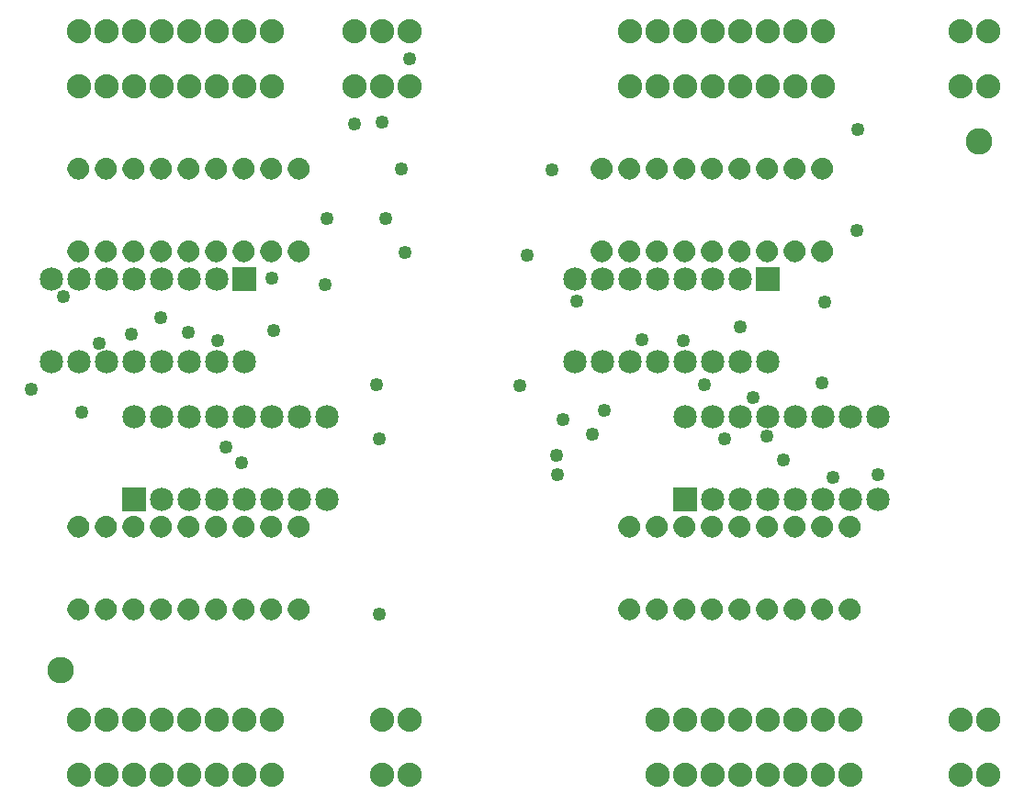
<source format=gts>
G04 MADE WITH FRITZING*
G04 WWW.FRITZING.ORG*
G04 DOUBLE SIDED*
G04 HOLES PLATED*
G04 CONTOUR ON CENTER OF CONTOUR VECTOR*
%ASAXBY*%
%FSLAX23Y23*%
%MOIN*%
%OFA0B0*%
%SFA1.0B1.0*%
%ADD10C,0.049370*%
%ADD11C,0.096614*%
%ADD12C,0.088000*%
%ADD13C,0.085000*%
%ADD14R,0.085000X0.085000*%
%ADD15R,0.001000X0.001000*%
%LNMASK1*%
G90*
G70*
G54D10*
X3051Y1986D03*
X1437Y852D03*
X1546Y2871D03*
X1345Y2634D03*
X1444Y2641D03*
X1239Y2049D03*
X934Y1402D03*
X878Y1458D03*
X2153Y1990D03*
X1971Y2157D03*
X2062Y2467D03*
X172Y1669D03*
X1425Y1685D03*
X3168Y2245D03*
X3171Y2613D03*
X2842Y1498D03*
X3245Y1359D03*
X3042Y1694D03*
X2793Y1640D03*
X2388Y1851D03*
X535Y1870D03*
X643Y1928D03*
X742Y1876D03*
X848Y1846D03*
X418Y1837D03*
X290Y2005D03*
X2538Y1847D03*
X2615Y1686D03*
X1947Y1682D03*
X2103Y1560D03*
X2688Y1490D03*
X2210Y1505D03*
X2902Y1412D03*
X3081Y1351D03*
X2083Y1359D03*
X1052Y1884D03*
X1047Y2072D03*
X354Y1585D03*
X1244Y2288D03*
X1458Y2288D03*
X1530Y2165D03*
X1514Y2471D03*
X2745Y1895D03*
X2078Y1430D03*
X1434Y1490D03*
X2253Y1593D03*
G54D11*
X280Y650D03*
X3611Y2570D03*
G54D12*
X2344Y2770D03*
X2444Y2770D03*
X2544Y2770D03*
X2644Y2770D03*
X2744Y2770D03*
X2844Y2770D03*
X2944Y2770D03*
X3044Y2770D03*
X2344Y2970D03*
X2444Y2970D03*
X2544Y2970D03*
X2644Y2970D03*
X2744Y2970D03*
X2844Y2970D03*
X2944Y2970D03*
X3044Y2970D03*
X344Y2770D03*
X444Y2770D03*
X544Y2770D03*
X644Y2770D03*
X744Y2770D03*
X844Y2770D03*
X944Y2770D03*
X1044Y2770D03*
X344Y2970D03*
X444Y2970D03*
X544Y2970D03*
X644Y2970D03*
X744Y2970D03*
X844Y2970D03*
X944Y2970D03*
X1044Y2970D03*
X3544Y2770D03*
X3644Y2770D03*
X1544Y470D03*
X1444Y470D03*
X3544Y470D03*
X3644Y470D03*
X1344Y2770D03*
X1444Y2770D03*
X1544Y2770D03*
G54D13*
X2844Y2070D03*
X2844Y1770D03*
X2744Y2070D03*
X2744Y1770D03*
X2644Y2070D03*
X2644Y1770D03*
X2544Y2070D03*
X2544Y1770D03*
X2444Y2070D03*
X2444Y1770D03*
X2344Y2070D03*
X2344Y1770D03*
X2244Y2070D03*
X2244Y1770D03*
X2144Y2070D03*
X2144Y1770D03*
X944Y2070D03*
X944Y1770D03*
X844Y2070D03*
X844Y1770D03*
X744Y2070D03*
X744Y1770D03*
X644Y2070D03*
X644Y1770D03*
X544Y2070D03*
X544Y1770D03*
X444Y2070D03*
X444Y1770D03*
X344Y2070D03*
X344Y1770D03*
X244Y2070D03*
X244Y1770D03*
G54D12*
X1344Y2970D03*
X1444Y2970D03*
X1544Y2970D03*
X3644Y2970D03*
X3544Y2970D03*
X1544Y270D03*
X1444Y270D03*
X3544Y270D03*
X3644Y270D03*
X1044Y470D03*
X944Y470D03*
X844Y470D03*
X744Y470D03*
X644Y470D03*
X544Y470D03*
X444Y470D03*
X344Y470D03*
X3144Y470D03*
X3044Y470D03*
X2944Y470D03*
X2844Y470D03*
X2744Y470D03*
X2644Y470D03*
X2544Y470D03*
X2444Y470D03*
G54D13*
X544Y1270D03*
X544Y1570D03*
X644Y1270D03*
X644Y1570D03*
X744Y1270D03*
X744Y1570D03*
X844Y1270D03*
X844Y1570D03*
X944Y1270D03*
X944Y1570D03*
X1044Y1270D03*
X1044Y1570D03*
X1144Y1270D03*
X1144Y1570D03*
X1244Y1270D03*
X1244Y1570D03*
X2544Y1270D03*
X2544Y1570D03*
X2644Y1270D03*
X2644Y1570D03*
X2744Y1270D03*
X2744Y1570D03*
X2844Y1270D03*
X2844Y1570D03*
X2944Y1270D03*
X2944Y1570D03*
X3044Y1270D03*
X3044Y1570D03*
X3144Y1270D03*
X3144Y1570D03*
X3244Y1270D03*
X3244Y1570D03*
G54D12*
X1044Y270D03*
X944Y270D03*
X844Y270D03*
X744Y270D03*
X644Y270D03*
X544Y270D03*
X444Y270D03*
X344Y270D03*
X3144Y270D03*
X3044Y270D03*
X2944Y270D03*
X2844Y270D03*
X2744Y270D03*
X2644Y270D03*
X2544Y270D03*
X2444Y270D03*
G54D14*
X2844Y2070D03*
X944Y2070D03*
X544Y1270D03*
X2544Y1270D03*
G54D15*
X339Y2510D02*
X348Y2510D01*
X439Y2510D02*
X448Y2510D01*
X539Y2510D02*
X548Y2510D01*
X639Y2510D02*
X648Y2510D01*
X739Y2510D02*
X748Y2510D01*
X839Y2510D02*
X848Y2510D01*
X939Y2510D02*
X948Y2510D01*
X1038Y2510D02*
X1048Y2510D01*
X1138Y2510D02*
X1148Y2510D01*
X2238Y2510D02*
X2248Y2510D01*
X2338Y2510D02*
X2348Y2510D01*
X2438Y2510D02*
X2448Y2510D01*
X2538Y2510D02*
X2548Y2510D01*
X2638Y2510D02*
X2648Y2510D01*
X2738Y2510D02*
X2748Y2510D01*
X2838Y2510D02*
X2848Y2510D01*
X2938Y2510D02*
X2948Y2510D01*
X3038Y2510D02*
X3048Y2510D01*
X334Y2509D02*
X352Y2509D01*
X434Y2509D02*
X452Y2509D01*
X534Y2509D02*
X552Y2509D01*
X634Y2509D02*
X652Y2509D01*
X734Y2509D02*
X752Y2509D01*
X834Y2509D02*
X852Y2509D01*
X934Y2509D02*
X952Y2509D01*
X1034Y2509D02*
X1052Y2509D01*
X1134Y2509D02*
X1152Y2509D01*
X2234Y2509D02*
X2252Y2509D01*
X2334Y2509D02*
X2352Y2509D01*
X2434Y2509D02*
X2452Y2509D01*
X2534Y2509D02*
X2552Y2509D01*
X2634Y2509D02*
X2652Y2509D01*
X2734Y2509D02*
X2752Y2509D01*
X2834Y2509D02*
X2852Y2509D01*
X2934Y2509D02*
X2952Y2509D01*
X3034Y2509D02*
X3052Y2509D01*
X331Y2508D02*
X355Y2508D01*
X431Y2508D02*
X455Y2508D01*
X531Y2508D02*
X555Y2508D01*
X631Y2508D02*
X655Y2508D01*
X731Y2508D02*
X755Y2508D01*
X831Y2508D02*
X855Y2508D01*
X931Y2508D02*
X955Y2508D01*
X1031Y2508D02*
X1055Y2508D01*
X1131Y2508D02*
X1155Y2508D01*
X2231Y2508D02*
X2255Y2508D01*
X2331Y2508D02*
X2355Y2508D01*
X2431Y2508D02*
X2455Y2508D01*
X2531Y2508D02*
X2555Y2508D01*
X2631Y2508D02*
X2655Y2508D01*
X2731Y2508D02*
X2755Y2508D01*
X2831Y2508D02*
X2855Y2508D01*
X2931Y2508D02*
X2955Y2508D01*
X3031Y2508D02*
X3055Y2508D01*
X329Y2507D02*
X358Y2507D01*
X429Y2507D02*
X458Y2507D01*
X529Y2507D02*
X558Y2507D01*
X629Y2507D02*
X658Y2507D01*
X729Y2507D02*
X758Y2507D01*
X829Y2507D02*
X858Y2507D01*
X929Y2507D02*
X958Y2507D01*
X1029Y2507D02*
X1058Y2507D01*
X1129Y2507D02*
X1158Y2507D01*
X2229Y2507D02*
X2257Y2507D01*
X2329Y2507D02*
X2357Y2507D01*
X2429Y2507D02*
X2457Y2507D01*
X2529Y2507D02*
X2557Y2507D01*
X2629Y2507D02*
X2657Y2507D01*
X2729Y2507D02*
X2757Y2507D01*
X2829Y2507D02*
X2857Y2507D01*
X2929Y2507D02*
X2957Y2507D01*
X3029Y2507D02*
X3057Y2507D01*
X327Y2506D02*
X360Y2506D01*
X427Y2506D02*
X460Y2506D01*
X527Y2506D02*
X560Y2506D01*
X627Y2506D02*
X660Y2506D01*
X727Y2506D02*
X760Y2506D01*
X827Y2506D02*
X859Y2506D01*
X927Y2506D02*
X959Y2506D01*
X1027Y2506D02*
X1059Y2506D01*
X1127Y2506D02*
X1159Y2506D01*
X2227Y2506D02*
X2259Y2506D01*
X2327Y2506D02*
X2359Y2506D01*
X2427Y2506D02*
X2459Y2506D01*
X2527Y2506D02*
X2559Y2506D01*
X2627Y2506D02*
X2659Y2506D01*
X2727Y2506D02*
X2759Y2506D01*
X2827Y2506D02*
X2859Y2506D01*
X2927Y2506D02*
X2959Y2506D01*
X3027Y2506D02*
X3059Y2506D01*
X325Y2505D02*
X361Y2505D01*
X425Y2505D02*
X461Y2505D01*
X525Y2505D02*
X561Y2505D01*
X625Y2505D02*
X661Y2505D01*
X725Y2505D02*
X761Y2505D01*
X825Y2505D02*
X861Y2505D01*
X925Y2505D02*
X961Y2505D01*
X1025Y2505D02*
X1061Y2505D01*
X1125Y2505D02*
X1161Y2505D01*
X2225Y2505D02*
X2261Y2505D01*
X2325Y2505D02*
X2361Y2505D01*
X2425Y2505D02*
X2461Y2505D01*
X2525Y2505D02*
X2561Y2505D01*
X2625Y2505D02*
X2661Y2505D01*
X2725Y2505D02*
X2761Y2505D01*
X2825Y2505D02*
X2861Y2505D01*
X2925Y2505D02*
X2961Y2505D01*
X3025Y2505D02*
X3061Y2505D01*
X324Y2504D02*
X363Y2504D01*
X424Y2504D02*
X463Y2504D01*
X524Y2504D02*
X563Y2504D01*
X624Y2504D02*
X663Y2504D01*
X724Y2504D02*
X763Y2504D01*
X824Y2504D02*
X863Y2504D01*
X924Y2504D02*
X963Y2504D01*
X1024Y2504D02*
X1063Y2504D01*
X1124Y2504D02*
X1163Y2504D01*
X2223Y2504D02*
X2263Y2504D01*
X2323Y2504D02*
X2363Y2504D01*
X2423Y2504D02*
X2463Y2504D01*
X2523Y2504D02*
X2563Y2504D01*
X2623Y2504D02*
X2663Y2504D01*
X2723Y2504D02*
X2763Y2504D01*
X2823Y2504D02*
X2863Y2504D01*
X2923Y2504D02*
X2963Y2504D01*
X3023Y2504D02*
X3062Y2504D01*
X322Y2503D02*
X364Y2503D01*
X422Y2503D02*
X464Y2503D01*
X522Y2503D02*
X564Y2503D01*
X622Y2503D02*
X664Y2503D01*
X722Y2503D02*
X764Y2503D01*
X822Y2503D02*
X864Y2503D01*
X922Y2503D02*
X964Y2503D01*
X1022Y2503D02*
X1064Y2503D01*
X1122Y2503D02*
X1164Y2503D01*
X2222Y2503D02*
X2264Y2503D01*
X2322Y2503D02*
X2364Y2503D01*
X2422Y2503D02*
X2464Y2503D01*
X2522Y2503D02*
X2564Y2503D01*
X2622Y2503D02*
X2664Y2503D01*
X2722Y2503D02*
X2764Y2503D01*
X2822Y2503D02*
X2864Y2503D01*
X2922Y2503D02*
X2964Y2503D01*
X3022Y2503D02*
X3064Y2503D01*
X321Y2502D02*
X366Y2502D01*
X421Y2502D02*
X466Y2502D01*
X521Y2502D02*
X566Y2502D01*
X621Y2502D02*
X666Y2502D01*
X721Y2502D02*
X766Y2502D01*
X821Y2502D02*
X866Y2502D01*
X921Y2502D02*
X966Y2502D01*
X1021Y2502D02*
X1066Y2502D01*
X1121Y2502D02*
X1166Y2502D01*
X2221Y2502D02*
X2265Y2502D01*
X2321Y2502D02*
X2365Y2502D01*
X2421Y2502D02*
X2465Y2502D01*
X2521Y2502D02*
X2565Y2502D01*
X2621Y2502D02*
X2665Y2502D01*
X2721Y2502D02*
X2765Y2502D01*
X2821Y2502D02*
X2865Y2502D01*
X2921Y2502D02*
X2965Y2502D01*
X3021Y2502D02*
X3065Y2502D01*
X320Y2501D02*
X367Y2501D01*
X420Y2501D02*
X467Y2501D01*
X520Y2501D02*
X567Y2501D01*
X620Y2501D02*
X667Y2501D01*
X720Y2501D02*
X767Y2501D01*
X820Y2501D02*
X867Y2501D01*
X920Y2501D02*
X967Y2501D01*
X1020Y2501D02*
X1067Y2501D01*
X1120Y2501D02*
X1167Y2501D01*
X2219Y2501D02*
X2267Y2501D01*
X2319Y2501D02*
X2367Y2501D01*
X2419Y2501D02*
X2467Y2501D01*
X2519Y2501D02*
X2567Y2501D01*
X2619Y2501D02*
X2667Y2501D01*
X2719Y2501D02*
X2767Y2501D01*
X2819Y2501D02*
X2867Y2501D01*
X2919Y2501D02*
X2967Y2501D01*
X3019Y2501D02*
X3067Y2501D01*
X319Y2500D02*
X368Y2500D01*
X418Y2500D02*
X468Y2500D01*
X518Y2500D02*
X568Y2500D01*
X618Y2500D02*
X668Y2500D01*
X718Y2500D02*
X768Y2500D01*
X818Y2500D02*
X868Y2500D01*
X918Y2500D02*
X968Y2500D01*
X1018Y2500D02*
X1068Y2500D01*
X1118Y2500D02*
X1168Y2500D01*
X2218Y2500D02*
X2268Y2500D01*
X2318Y2500D02*
X2368Y2500D01*
X2418Y2500D02*
X2468Y2500D01*
X2518Y2500D02*
X2568Y2500D01*
X2618Y2500D02*
X2668Y2500D01*
X2718Y2500D02*
X2768Y2500D01*
X2818Y2500D02*
X2868Y2500D01*
X2918Y2500D02*
X2968Y2500D01*
X3018Y2500D02*
X3068Y2500D01*
X317Y2499D02*
X369Y2499D01*
X417Y2499D02*
X469Y2499D01*
X517Y2499D02*
X569Y2499D01*
X617Y2499D02*
X669Y2499D01*
X717Y2499D02*
X769Y2499D01*
X817Y2499D02*
X869Y2499D01*
X917Y2499D02*
X969Y2499D01*
X1017Y2499D02*
X1069Y2499D01*
X1117Y2499D02*
X1169Y2499D01*
X2217Y2499D02*
X2269Y2499D01*
X2317Y2499D02*
X2369Y2499D01*
X2417Y2499D02*
X2469Y2499D01*
X2517Y2499D02*
X2569Y2499D01*
X2617Y2499D02*
X2669Y2499D01*
X2717Y2499D02*
X2769Y2499D01*
X2817Y2499D02*
X2869Y2499D01*
X2917Y2499D02*
X2969Y2499D01*
X3017Y2499D02*
X3069Y2499D01*
X316Y2498D02*
X370Y2498D01*
X416Y2498D02*
X470Y2498D01*
X516Y2498D02*
X570Y2498D01*
X616Y2498D02*
X670Y2498D01*
X716Y2498D02*
X770Y2498D01*
X816Y2498D02*
X870Y2498D01*
X916Y2498D02*
X970Y2498D01*
X1016Y2498D02*
X1070Y2498D01*
X1116Y2498D02*
X1170Y2498D01*
X2216Y2498D02*
X2270Y2498D01*
X2316Y2498D02*
X2370Y2498D01*
X2416Y2498D02*
X2470Y2498D01*
X2516Y2498D02*
X2570Y2498D01*
X2616Y2498D02*
X2670Y2498D01*
X2716Y2498D02*
X2770Y2498D01*
X2816Y2498D02*
X2870Y2498D01*
X2916Y2498D02*
X2970Y2498D01*
X3016Y2498D02*
X3070Y2498D01*
X315Y2497D02*
X371Y2497D01*
X415Y2497D02*
X471Y2497D01*
X515Y2497D02*
X571Y2497D01*
X615Y2497D02*
X671Y2497D01*
X715Y2497D02*
X771Y2497D01*
X815Y2497D02*
X871Y2497D01*
X915Y2497D02*
X971Y2497D01*
X1015Y2497D02*
X1071Y2497D01*
X1115Y2497D02*
X1171Y2497D01*
X2215Y2497D02*
X2271Y2497D01*
X2315Y2497D02*
X2371Y2497D01*
X2415Y2497D02*
X2471Y2497D01*
X2515Y2497D02*
X2571Y2497D01*
X2615Y2497D02*
X2671Y2497D01*
X2715Y2497D02*
X2771Y2497D01*
X2815Y2497D02*
X2871Y2497D01*
X2915Y2497D02*
X2971Y2497D01*
X3015Y2497D02*
X3071Y2497D01*
X314Y2496D02*
X372Y2496D01*
X414Y2496D02*
X472Y2496D01*
X514Y2496D02*
X572Y2496D01*
X614Y2496D02*
X672Y2496D01*
X714Y2496D02*
X772Y2496D01*
X814Y2496D02*
X872Y2496D01*
X914Y2496D02*
X972Y2496D01*
X1014Y2496D02*
X1072Y2496D01*
X1114Y2496D02*
X1172Y2496D01*
X2214Y2496D02*
X2272Y2496D01*
X2314Y2496D02*
X2372Y2496D01*
X2414Y2496D02*
X2472Y2496D01*
X2514Y2496D02*
X2572Y2496D01*
X2614Y2496D02*
X2672Y2496D01*
X2714Y2496D02*
X2772Y2496D01*
X2814Y2496D02*
X2872Y2496D01*
X2914Y2496D02*
X2972Y2496D01*
X3014Y2496D02*
X3072Y2496D01*
X314Y2495D02*
X373Y2495D01*
X414Y2495D02*
X473Y2495D01*
X514Y2495D02*
X573Y2495D01*
X614Y2495D02*
X673Y2495D01*
X714Y2495D02*
X773Y2495D01*
X814Y2495D02*
X873Y2495D01*
X913Y2495D02*
X973Y2495D01*
X1013Y2495D02*
X1073Y2495D01*
X1113Y2495D02*
X1173Y2495D01*
X2213Y2495D02*
X2273Y2495D01*
X2313Y2495D02*
X2373Y2495D01*
X2413Y2495D02*
X2473Y2495D01*
X2513Y2495D02*
X2573Y2495D01*
X2613Y2495D02*
X2673Y2495D01*
X2713Y2495D02*
X2773Y2495D01*
X2813Y2495D02*
X2873Y2495D01*
X2913Y2495D02*
X2973Y2495D01*
X3013Y2495D02*
X3073Y2495D01*
X313Y2494D02*
X374Y2494D01*
X413Y2494D02*
X474Y2494D01*
X513Y2494D02*
X574Y2494D01*
X613Y2494D02*
X674Y2494D01*
X713Y2494D02*
X774Y2494D01*
X813Y2494D02*
X874Y2494D01*
X913Y2494D02*
X974Y2494D01*
X1013Y2494D02*
X1074Y2494D01*
X1113Y2494D02*
X1174Y2494D01*
X2213Y2494D02*
X2274Y2494D01*
X2312Y2494D02*
X2374Y2494D01*
X2412Y2494D02*
X2474Y2494D01*
X2512Y2494D02*
X2574Y2494D01*
X2612Y2494D02*
X2673Y2494D01*
X2712Y2494D02*
X2773Y2494D01*
X2812Y2494D02*
X2873Y2494D01*
X2912Y2494D02*
X2973Y2494D01*
X3012Y2494D02*
X3073Y2494D01*
X312Y2493D02*
X375Y2493D01*
X412Y2493D02*
X475Y2493D01*
X512Y2493D02*
X575Y2493D01*
X612Y2493D02*
X675Y2493D01*
X712Y2493D02*
X775Y2493D01*
X812Y2493D02*
X875Y2493D01*
X912Y2493D02*
X975Y2493D01*
X1012Y2493D02*
X1075Y2493D01*
X1112Y2493D02*
X1175Y2493D01*
X2212Y2493D02*
X2274Y2493D01*
X2312Y2493D02*
X2374Y2493D01*
X2412Y2493D02*
X2474Y2493D01*
X2512Y2493D02*
X2574Y2493D01*
X2612Y2493D02*
X2674Y2493D01*
X2712Y2493D02*
X2774Y2493D01*
X2812Y2493D02*
X2874Y2493D01*
X2912Y2493D02*
X2974Y2493D01*
X3012Y2493D02*
X3074Y2493D01*
X311Y2492D02*
X375Y2492D01*
X411Y2492D02*
X475Y2492D01*
X511Y2492D02*
X575Y2492D01*
X611Y2492D02*
X675Y2492D01*
X711Y2492D02*
X775Y2492D01*
X811Y2492D02*
X875Y2492D01*
X911Y2492D02*
X975Y2492D01*
X1011Y2492D02*
X1075Y2492D01*
X1111Y2492D02*
X1175Y2492D01*
X2211Y2492D02*
X2275Y2492D01*
X2311Y2492D02*
X2375Y2492D01*
X2411Y2492D02*
X2475Y2492D01*
X2511Y2492D02*
X2575Y2492D01*
X2611Y2492D02*
X2675Y2492D01*
X2711Y2492D02*
X2775Y2492D01*
X2811Y2492D02*
X2875Y2492D01*
X2911Y2492D02*
X2975Y2492D01*
X3011Y2492D02*
X3075Y2492D01*
X311Y2491D02*
X376Y2491D01*
X411Y2491D02*
X476Y2491D01*
X511Y2491D02*
X576Y2491D01*
X611Y2491D02*
X676Y2491D01*
X711Y2491D02*
X776Y2491D01*
X811Y2491D02*
X876Y2491D01*
X911Y2491D02*
X976Y2491D01*
X1010Y2491D02*
X1076Y2491D01*
X1110Y2491D02*
X1176Y2491D01*
X2210Y2491D02*
X2276Y2491D01*
X2310Y2491D02*
X2376Y2491D01*
X2410Y2491D02*
X2476Y2491D01*
X2510Y2491D02*
X2576Y2491D01*
X2610Y2491D02*
X2676Y2491D01*
X2710Y2491D02*
X2776Y2491D01*
X2810Y2491D02*
X2876Y2491D01*
X2910Y2491D02*
X2976Y2491D01*
X3010Y2491D02*
X3076Y2491D01*
X310Y2490D02*
X377Y2490D01*
X410Y2490D02*
X477Y2490D01*
X510Y2490D02*
X577Y2490D01*
X610Y2490D02*
X677Y2490D01*
X710Y2490D02*
X777Y2490D01*
X810Y2490D02*
X877Y2490D01*
X910Y2490D02*
X977Y2490D01*
X1010Y2490D02*
X1077Y2490D01*
X1110Y2490D02*
X1177Y2490D01*
X2210Y2490D02*
X2276Y2490D01*
X2310Y2490D02*
X2376Y2490D01*
X2410Y2490D02*
X2476Y2490D01*
X2510Y2490D02*
X2576Y2490D01*
X2610Y2490D02*
X2676Y2490D01*
X2710Y2490D02*
X2776Y2490D01*
X2810Y2490D02*
X2876Y2490D01*
X2910Y2490D02*
X2976Y2490D01*
X3010Y2490D02*
X3076Y2490D01*
X309Y2489D02*
X377Y2489D01*
X409Y2489D02*
X477Y2489D01*
X509Y2489D02*
X577Y2489D01*
X609Y2489D02*
X677Y2489D01*
X709Y2489D02*
X777Y2489D01*
X809Y2489D02*
X877Y2489D01*
X909Y2489D02*
X977Y2489D01*
X1009Y2489D02*
X1077Y2489D01*
X1109Y2489D02*
X1177Y2489D01*
X2209Y2489D02*
X2277Y2489D01*
X2309Y2489D02*
X2377Y2489D01*
X2409Y2489D02*
X2477Y2489D01*
X2509Y2489D02*
X2577Y2489D01*
X2609Y2489D02*
X2677Y2489D01*
X2709Y2489D02*
X2777Y2489D01*
X2809Y2489D02*
X2877Y2489D01*
X2909Y2489D02*
X2977Y2489D01*
X3009Y2489D02*
X3077Y2489D01*
X309Y2488D02*
X378Y2488D01*
X409Y2488D02*
X478Y2488D01*
X509Y2488D02*
X578Y2488D01*
X609Y2488D02*
X678Y2488D01*
X709Y2488D02*
X778Y2488D01*
X809Y2488D02*
X878Y2488D01*
X909Y2488D02*
X978Y2488D01*
X1009Y2488D02*
X1078Y2488D01*
X1109Y2488D02*
X1178Y2488D01*
X2208Y2488D02*
X2278Y2488D01*
X2308Y2488D02*
X2378Y2488D01*
X2408Y2488D02*
X2478Y2488D01*
X2508Y2488D02*
X2578Y2488D01*
X2608Y2488D02*
X2678Y2488D01*
X2708Y2488D02*
X2778Y2488D01*
X2808Y2488D02*
X2878Y2488D01*
X2908Y2488D02*
X2978Y2488D01*
X3008Y2488D02*
X3077Y2488D01*
X308Y2487D02*
X378Y2487D01*
X408Y2487D02*
X478Y2487D01*
X508Y2487D02*
X578Y2487D01*
X608Y2487D02*
X678Y2487D01*
X708Y2487D02*
X778Y2487D01*
X808Y2487D02*
X878Y2487D01*
X908Y2487D02*
X978Y2487D01*
X1008Y2487D02*
X1078Y2487D01*
X1108Y2487D02*
X1178Y2487D01*
X2208Y2487D02*
X2278Y2487D01*
X2308Y2487D02*
X2378Y2487D01*
X2408Y2487D02*
X2478Y2487D01*
X2508Y2487D02*
X2578Y2487D01*
X2608Y2487D02*
X2678Y2487D01*
X2708Y2487D02*
X2778Y2487D01*
X2808Y2487D02*
X2878Y2487D01*
X2908Y2487D02*
X2978Y2487D01*
X3008Y2487D02*
X3078Y2487D01*
X308Y2486D02*
X379Y2486D01*
X408Y2486D02*
X479Y2486D01*
X508Y2486D02*
X579Y2486D01*
X608Y2486D02*
X679Y2486D01*
X708Y2486D02*
X779Y2486D01*
X808Y2486D02*
X879Y2486D01*
X908Y2486D02*
X979Y2486D01*
X1008Y2486D02*
X1079Y2486D01*
X1108Y2486D02*
X1179Y2486D01*
X2207Y2486D02*
X2279Y2486D01*
X2307Y2486D02*
X2379Y2486D01*
X2407Y2486D02*
X2479Y2486D01*
X2507Y2486D02*
X2579Y2486D01*
X2607Y2486D02*
X2679Y2486D01*
X2707Y2486D02*
X2779Y2486D01*
X2807Y2486D02*
X2879Y2486D01*
X2907Y2486D02*
X2979Y2486D01*
X3007Y2486D02*
X3079Y2486D01*
X307Y2485D02*
X379Y2485D01*
X407Y2485D02*
X479Y2485D01*
X507Y2485D02*
X579Y2485D01*
X607Y2485D02*
X679Y2485D01*
X707Y2485D02*
X779Y2485D01*
X807Y2485D02*
X879Y2485D01*
X907Y2485D02*
X979Y2485D01*
X1007Y2485D02*
X1079Y2485D01*
X1107Y2485D02*
X1179Y2485D01*
X2207Y2485D02*
X2279Y2485D01*
X2307Y2485D02*
X2379Y2485D01*
X2407Y2485D02*
X2479Y2485D01*
X2507Y2485D02*
X2579Y2485D01*
X2607Y2485D02*
X2679Y2485D01*
X2707Y2485D02*
X2779Y2485D01*
X2807Y2485D02*
X2879Y2485D01*
X2907Y2485D02*
X2979Y2485D01*
X3007Y2485D02*
X3079Y2485D01*
X307Y2484D02*
X380Y2484D01*
X407Y2484D02*
X480Y2484D01*
X507Y2484D02*
X580Y2484D01*
X607Y2484D02*
X680Y2484D01*
X707Y2484D02*
X780Y2484D01*
X807Y2484D02*
X880Y2484D01*
X907Y2484D02*
X980Y2484D01*
X1007Y2484D02*
X1080Y2484D01*
X1107Y2484D02*
X1180Y2484D01*
X2206Y2484D02*
X2280Y2484D01*
X2306Y2484D02*
X2380Y2484D01*
X2406Y2484D02*
X2480Y2484D01*
X2506Y2484D02*
X2580Y2484D01*
X2606Y2484D02*
X2680Y2484D01*
X2706Y2484D02*
X2780Y2484D01*
X2806Y2484D02*
X2879Y2484D01*
X2906Y2484D02*
X2979Y2484D01*
X3006Y2484D02*
X3079Y2484D01*
X306Y2483D02*
X380Y2483D01*
X406Y2483D02*
X480Y2483D01*
X506Y2483D02*
X580Y2483D01*
X606Y2483D02*
X680Y2483D01*
X706Y2483D02*
X780Y2483D01*
X806Y2483D02*
X880Y2483D01*
X906Y2483D02*
X980Y2483D01*
X1006Y2483D02*
X1080Y2483D01*
X1106Y2483D02*
X1180Y2483D01*
X2206Y2483D02*
X2280Y2483D01*
X2306Y2483D02*
X2380Y2483D01*
X2406Y2483D02*
X2480Y2483D01*
X2506Y2483D02*
X2580Y2483D01*
X2606Y2483D02*
X2680Y2483D01*
X2706Y2483D02*
X2780Y2483D01*
X2806Y2483D02*
X2880Y2483D01*
X2906Y2483D02*
X2980Y2483D01*
X3006Y2483D02*
X3080Y2483D01*
X306Y2482D02*
X381Y2482D01*
X406Y2482D02*
X481Y2482D01*
X506Y2482D02*
X581Y2482D01*
X606Y2482D02*
X681Y2482D01*
X706Y2482D02*
X781Y2482D01*
X806Y2482D02*
X881Y2482D01*
X906Y2482D02*
X981Y2482D01*
X1006Y2482D02*
X1081Y2482D01*
X1106Y2482D02*
X1181Y2482D01*
X2206Y2482D02*
X2280Y2482D01*
X2306Y2482D02*
X2380Y2482D01*
X2406Y2482D02*
X2480Y2482D01*
X2506Y2482D02*
X2580Y2482D01*
X2606Y2482D02*
X2680Y2482D01*
X2706Y2482D02*
X2780Y2482D01*
X2806Y2482D02*
X2880Y2482D01*
X2906Y2482D02*
X2980Y2482D01*
X3006Y2482D02*
X3080Y2482D01*
X306Y2481D02*
X381Y2481D01*
X406Y2481D02*
X481Y2481D01*
X506Y2481D02*
X581Y2481D01*
X606Y2481D02*
X681Y2481D01*
X706Y2481D02*
X781Y2481D01*
X806Y2481D02*
X881Y2481D01*
X906Y2481D02*
X981Y2481D01*
X1006Y2481D02*
X1081Y2481D01*
X1105Y2481D02*
X1181Y2481D01*
X2205Y2481D02*
X2281Y2481D01*
X2305Y2481D02*
X2381Y2481D01*
X2405Y2481D02*
X2481Y2481D01*
X2505Y2481D02*
X2581Y2481D01*
X2605Y2481D02*
X2681Y2481D01*
X2705Y2481D02*
X2781Y2481D01*
X2805Y2481D02*
X2881Y2481D01*
X2905Y2481D02*
X2981Y2481D01*
X3005Y2481D02*
X3081Y2481D01*
X305Y2480D02*
X381Y2480D01*
X405Y2480D02*
X481Y2480D01*
X505Y2480D02*
X581Y2480D01*
X605Y2480D02*
X681Y2480D01*
X705Y2480D02*
X781Y2480D01*
X805Y2480D02*
X881Y2480D01*
X905Y2480D02*
X981Y2480D01*
X1005Y2480D02*
X1081Y2480D01*
X1105Y2480D02*
X1181Y2480D01*
X2205Y2480D02*
X2281Y2480D01*
X2305Y2480D02*
X2381Y2480D01*
X2405Y2480D02*
X2481Y2480D01*
X2505Y2480D02*
X2581Y2480D01*
X2605Y2480D02*
X2681Y2480D01*
X2705Y2480D02*
X2781Y2480D01*
X2805Y2480D02*
X2881Y2480D01*
X2905Y2480D02*
X2981Y2480D01*
X3005Y2480D02*
X3081Y2480D01*
X305Y2479D02*
X382Y2479D01*
X405Y2479D02*
X482Y2479D01*
X505Y2479D02*
X582Y2479D01*
X605Y2479D02*
X682Y2479D01*
X705Y2479D02*
X782Y2479D01*
X805Y2479D02*
X882Y2479D01*
X905Y2479D02*
X982Y2479D01*
X1005Y2479D02*
X1082Y2479D01*
X1105Y2479D02*
X1182Y2479D01*
X2205Y2479D02*
X2281Y2479D01*
X2305Y2479D02*
X2381Y2479D01*
X2405Y2479D02*
X2481Y2479D01*
X2505Y2479D02*
X2581Y2479D01*
X2605Y2479D02*
X2681Y2479D01*
X2705Y2479D02*
X2781Y2479D01*
X2805Y2479D02*
X2881Y2479D01*
X2905Y2479D02*
X2981Y2479D01*
X3005Y2479D02*
X3081Y2479D01*
X305Y2478D02*
X382Y2478D01*
X405Y2478D02*
X482Y2478D01*
X505Y2478D02*
X582Y2478D01*
X605Y2478D02*
X682Y2478D01*
X705Y2478D02*
X782Y2478D01*
X805Y2478D02*
X882Y2478D01*
X905Y2478D02*
X982Y2478D01*
X1005Y2478D02*
X1082Y2478D01*
X1105Y2478D02*
X1182Y2478D01*
X2204Y2478D02*
X2282Y2478D01*
X2304Y2478D02*
X2382Y2478D01*
X2404Y2478D02*
X2482Y2478D01*
X2504Y2478D02*
X2582Y2478D01*
X2604Y2478D02*
X2682Y2478D01*
X2704Y2478D02*
X2782Y2478D01*
X2804Y2478D02*
X2882Y2478D01*
X2904Y2478D02*
X2981Y2478D01*
X3004Y2478D02*
X3081Y2478D01*
X305Y2477D02*
X382Y2477D01*
X405Y2477D02*
X482Y2477D01*
X505Y2477D02*
X582Y2477D01*
X605Y2477D02*
X682Y2477D01*
X705Y2477D02*
X782Y2477D01*
X804Y2477D02*
X882Y2477D01*
X904Y2477D02*
X982Y2477D01*
X1004Y2477D02*
X1082Y2477D01*
X1104Y2477D02*
X1182Y2477D01*
X2204Y2477D02*
X2282Y2477D01*
X2304Y2477D02*
X2382Y2477D01*
X2404Y2477D02*
X2482Y2477D01*
X2504Y2477D02*
X2582Y2477D01*
X2604Y2477D02*
X2682Y2477D01*
X2704Y2477D02*
X2782Y2477D01*
X2804Y2477D02*
X2882Y2477D01*
X2904Y2477D02*
X2982Y2477D01*
X3004Y2477D02*
X3082Y2477D01*
X304Y2476D02*
X382Y2476D01*
X404Y2476D02*
X482Y2476D01*
X504Y2476D02*
X582Y2476D01*
X604Y2476D02*
X682Y2476D01*
X704Y2476D02*
X782Y2476D01*
X804Y2476D02*
X882Y2476D01*
X904Y2476D02*
X982Y2476D01*
X1004Y2476D02*
X1082Y2476D01*
X1104Y2476D02*
X1182Y2476D01*
X2204Y2476D02*
X2282Y2476D01*
X2304Y2476D02*
X2382Y2476D01*
X2404Y2476D02*
X2482Y2476D01*
X2504Y2476D02*
X2582Y2476D01*
X2604Y2476D02*
X2682Y2476D01*
X2704Y2476D02*
X2782Y2476D01*
X2804Y2476D02*
X2882Y2476D01*
X2904Y2476D02*
X2982Y2476D01*
X3004Y2476D02*
X3082Y2476D01*
X304Y2475D02*
X382Y2475D01*
X404Y2475D02*
X482Y2475D01*
X504Y2475D02*
X582Y2475D01*
X604Y2475D02*
X682Y2475D01*
X704Y2475D02*
X782Y2475D01*
X804Y2475D02*
X882Y2475D01*
X904Y2475D02*
X982Y2475D01*
X1004Y2475D02*
X1082Y2475D01*
X1104Y2475D02*
X1182Y2475D01*
X2204Y2475D02*
X2282Y2475D01*
X2304Y2475D02*
X2382Y2475D01*
X2404Y2475D02*
X2482Y2475D01*
X2504Y2475D02*
X2582Y2475D01*
X2604Y2475D02*
X2682Y2475D01*
X2704Y2475D02*
X2782Y2475D01*
X2804Y2475D02*
X2882Y2475D01*
X2904Y2475D02*
X2982Y2475D01*
X3004Y2475D02*
X3082Y2475D01*
X304Y2474D02*
X383Y2474D01*
X404Y2474D02*
X483Y2474D01*
X504Y2474D02*
X583Y2474D01*
X604Y2474D02*
X683Y2474D01*
X704Y2474D02*
X783Y2474D01*
X804Y2474D02*
X883Y2474D01*
X904Y2474D02*
X983Y2474D01*
X1004Y2474D02*
X1083Y2474D01*
X1104Y2474D02*
X1182Y2474D01*
X2204Y2474D02*
X2282Y2474D01*
X2304Y2474D02*
X2382Y2474D01*
X2404Y2474D02*
X2482Y2474D01*
X2504Y2474D02*
X2582Y2474D01*
X2604Y2474D02*
X2682Y2474D01*
X2704Y2474D02*
X2782Y2474D01*
X2804Y2474D02*
X2882Y2474D01*
X2904Y2474D02*
X2982Y2474D01*
X3004Y2474D02*
X3082Y2474D01*
X304Y2473D02*
X383Y2473D01*
X404Y2473D02*
X483Y2473D01*
X504Y2473D02*
X583Y2473D01*
X604Y2473D02*
X683Y2473D01*
X704Y2473D02*
X783Y2473D01*
X804Y2473D02*
X883Y2473D01*
X904Y2473D02*
X983Y2473D01*
X1004Y2473D02*
X1083Y2473D01*
X1104Y2473D02*
X1183Y2473D01*
X2204Y2473D02*
X2282Y2473D01*
X2304Y2473D02*
X2382Y2473D01*
X2404Y2473D02*
X2482Y2473D01*
X2504Y2473D02*
X2582Y2473D01*
X2604Y2473D02*
X2682Y2473D01*
X2704Y2473D02*
X2782Y2473D01*
X2804Y2473D02*
X2882Y2473D01*
X2904Y2473D02*
X2982Y2473D01*
X3004Y2473D02*
X3082Y2473D01*
X304Y2472D02*
X383Y2472D01*
X404Y2472D02*
X483Y2472D01*
X504Y2472D02*
X583Y2472D01*
X604Y2472D02*
X683Y2472D01*
X704Y2472D02*
X783Y2472D01*
X804Y2472D02*
X883Y2472D01*
X904Y2472D02*
X983Y2472D01*
X1004Y2472D02*
X1083Y2472D01*
X1104Y2472D02*
X1183Y2472D01*
X2204Y2472D02*
X2282Y2472D01*
X2304Y2472D02*
X2382Y2472D01*
X2404Y2472D02*
X2482Y2472D01*
X2504Y2472D02*
X2582Y2472D01*
X2604Y2472D02*
X2682Y2472D01*
X2704Y2472D02*
X2782Y2472D01*
X2804Y2472D02*
X2882Y2472D01*
X2904Y2472D02*
X2982Y2472D01*
X3003Y2472D02*
X3082Y2472D01*
X304Y2471D02*
X383Y2471D01*
X404Y2471D02*
X483Y2471D01*
X504Y2471D02*
X583Y2471D01*
X604Y2471D02*
X683Y2471D01*
X704Y2471D02*
X783Y2471D01*
X804Y2471D02*
X883Y2471D01*
X904Y2471D02*
X983Y2471D01*
X1004Y2471D02*
X1083Y2471D01*
X1104Y2471D02*
X1183Y2471D01*
X2204Y2471D02*
X2283Y2471D01*
X2304Y2471D02*
X2382Y2471D01*
X2404Y2471D02*
X2482Y2471D01*
X2504Y2471D02*
X2582Y2471D01*
X2603Y2471D02*
X2682Y2471D01*
X2703Y2471D02*
X2782Y2471D01*
X2803Y2471D02*
X2882Y2471D01*
X2903Y2471D02*
X2982Y2471D01*
X3003Y2471D02*
X3082Y2471D01*
X304Y2470D02*
X383Y2470D01*
X404Y2470D02*
X483Y2470D01*
X504Y2470D02*
X583Y2470D01*
X604Y2470D02*
X683Y2470D01*
X704Y2470D02*
X783Y2470D01*
X804Y2470D02*
X883Y2470D01*
X904Y2470D02*
X983Y2470D01*
X1004Y2470D02*
X1083Y2470D01*
X1104Y2470D02*
X1183Y2470D01*
X2204Y2470D02*
X2283Y2470D01*
X2304Y2470D02*
X2382Y2470D01*
X2404Y2470D02*
X2482Y2470D01*
X2504Y2470D02*
X2582Y2470D01*
X2603Y2470D02*
X2682Y2470D01*
X2703Y2470D02*
X2782Y2470D01*
X2803Y2470D02*
X2882Y2470D01*
X2903Y2470D02*
X2982Y2470D01*
X3003Y2470D02*
X3082Y2470D01*
X304Y2469D02*
X383Y2469D01*
X404Y2469D02*
X483Y2469D01*
X504Y2469D02*
X583Y2469D01*
X604Y2469D02*
X683Y2469D01*
X704Y2469D02*
X783Y2469D01*
X804Y2469D02*
X883Y2469D01*
X904Y2469D02*
X983Y2469D01*
X1004Y2469D02*
X1083Y2469D01*
X1104Y2469D02*
X1183Y2469D01*
X2204Y2469D02*
X2282Y2469D01*
X2304Y2469D02*
X2382Y2469D01*
X2404Y2469D02*
X2482Y2469D01*
X2504Y2469D02*
X2582Y2469D01*
X2604Y2469D02*
X2682Y2469D01*
X2704Y2469D02*
X2782Y2469D01*
X2804Y2469D02*
X2882Y2469D01*
X2904Y2469D02*
X2982Y2469D01*
X3003Y2469D02*
X3082Y2469D01*
X304Y2468D02*
X383Y2468D01*
X404Y2468D02*
X483Y2468D01*
X504Y2468D02*
X583Y2468D01*
X604Y2468D02*
X683Y2468D01*
X704Y2468D02*
X783Y2468D01*
X804Y2468D02*
X883Y2468D01*
X904Y2468D02*
X983Y2468D01*
X1004Y2468D02*
X1083Y2468D01*
X1104Y2468D02*
X1183Y2468D01*
X2204Y2468D02*
X2282Y2468D01*
X2304Y2468D02*
X2382Y2468D01*
X2404Y2468D02*
X2482Y2468D01*
X2504Y2468D02*
X2582Y2468D01*
X2604Y2468D02*
X2682Y2468D01*
X2704Y2468D02*
X2782Y2468D01*
X2804Y2468D02*
X2882Y2468D01*
X2904Y2468D02*
X2982Y2468D01*
X3004Y2468D02*
X3082Y2468D01*
X304Y2467D02*
X383Y2467D01*
X404Y2467D02*
X483Y2467D01*
X504Y2467D02*
X583Y2467D01*
X604Y2467D02*
X683Y2467D01*
X704Y2467D02*
X783Y2467D01*
X804Y2467D02*
X883Y2467D01*
X904Y2467D02*
X983Y2467D01*
X1004Y2467D02*
X1083Y2467D01*
X1104Y2467D02*
X1182Y2467D01*
X2204Y2467D02*
X2282Y2467D01*
X2304Y2467D02*
X2382Y2467D01*
X2404Y2467D02*
X2482Y2467D01*
X2504Y2467D02*
X2582Y2467D01*
X2604Y2467D02*
X2682Y2467D01*
X2704Y2467D02*
X2782Y2467D01*
X2804Y2467D02*
X2882Y2467D01*
X2904Y2467D02*
X2982Y2467D01*
X3004Y2467D02*
X3082Y2467D01*
X304Y2466D02*
X382Y2466D01*
X404Y2466D02*
X482Y2466D01*
X504Y2466D02*
X582Y2466D01*
X604Y2466D02*
X682Y2466D01*
X704Y2466D02*
X782Y2466D01*
X804Y2466D02*
X882Y2466D01*
X904Y2466D02*
X982Y2466D01*
X1004Y2466D02*
X1082Y2466D01*
X1104Y2466D02*
X1182Y2466D01*
X2204Y2466D02*
X2282Y2466D01*
X2304Y2466D02*
X2382Y2466D01*
X2404Y2466D02*
X2482Y2466D01*
X2504Y2466D02*
X2582Y2466D01*
X2604Y2466D02*
X2682Y2466D01*
X2704Y2466D02*
X2782Y2466D01*
X2804Y2466D02*
X2882Y2466D01*
X2904Y2466D02*
X2982Y2466D01*
X3004Y2466D02*
X3082Y2466D01*
X304Y2465D02*
X382Y2465D01*
X404Y2465D02*
X482Y2465D01*
X504Y2465D02*
X582Y2465D01*
X604Y2465D02*
X682Y2465D01*
X704Y2465D02*
X782Y2465D01*
X804Y2465D02*
X882Y2465D01*
X904Y2465D02*
X982Y2465D01*
X1004Y2465D02*
X1082Y2465D01*
X1104Y2465D02*
X1182Y2465D01*
X2204Y2465D02*
X2282Y2465D01*
X2304Y2465D02*
X2382Y2465D01*
X2404Y2465D02*
X2482Y2465D01*
X2504Y2465D02*
X2582Y2465D01*
X2604Y2465D02*
X2682Y2465D01*
X2704Y2465D02*
X2782Y2465D01*
X2804Y2465D02*
X2882Y2465D01*
X2904Y2465D02*
X2982Y2465D01*
X3004Y2465D02*
X3082Y2465D01*
X305Y2464D02*
X382Y2464D01*
X405Y2464D02*
X482Y2464D01*
X505Y2464D02*
X582Y2464D01*
X605Y2464D02*
X682Y2464D01*
X705Y2464D02*
X782Y2464D01*
X804Y2464D02*
X882Y2464D01*
X904Y2464D02*
X982Y2464D01*
X1004Y2464D02*
X1082Y2464D01*
X1104Y2464D02*
X1182Y2464D01*
X2204Y2464D02*
X2282Y2464D01*
X2304Y2464D02*
X2382Y2464D01*
X2404Y2464D02*
X2482Y2464D01*
X2504Y2464D02*
X2582Y2464D01*
X2604Y2464D02*
X2682Y2464D01*
X2704Y2464D02*
X2782Y2464D01*
X2804Y2464D02*
X2882Y2464D01*
X2904Y2464D02*
X2982Y2464D01*
X3004Y2464D02*
X3082Y2464D01*
X305Y2463D02*
X382Y2463D01*
X405Y2463D02*
X482Y2463D01*
X505Y2463D02*
X582Y2463D01*
X605Y2463D02*
X682Y2463D01*
X705Y2463D02*
X782Y2463D01*
X805Y2463D02*
X882Y2463D01*
X905Y2463D02*
X982Y2463D01*
X1005Y2463D02*
X1082Y2463D01*
X1105Y2463D02*
X1182Y2463D01*
X2204Y2463D02*
X2282Y2463D01*
X2304Y2463D02*
X2382Y2463D01*
X2404Y2463D02*
X2482Y2463D01*
X2504Y2463D02*
X2582Y2463D01*
X2604Y2463D02*
X2682Y2463D01*
X2704Y2463D02*
X2782Y2463D01*
X2804Y2463D02*
X2882Y2463D01*
X2904Y2463D02*
X2981Y2463D01*
X3004Y2463D02*
X3081Y2463D01*
X305Y2462D02*
X382Y2462D01*
X405Y2462D02*
X482Y2462D01*
X505Y2462D02*
X582Y2462D01*
X605Y2462D02*
X682Y2462D01*
X705Y2462D02*
X782Y2462D01*
X805Y2462D02*
X882Y2462D01*
X905Y2462D02*
X982Y2462D01*
X1005Y2462D02*
X1082Y2462D01*
X1105Y2462D02*
X1182Y2462D01*
X2205Y2462D02*
X2281Y2462D01*
X2305Y2462D02*
X2381Y2462D01*
X2405Y2462D02*
X2481Y2462D01*
X2505Y2462D02*
X2581Y2462D01*
X2605Y2462D02*
X2681Y2462D01*
X2705Y2462D02*
X2781Y2462D01*
X2805Y2462D02*
X2881Y2462D01*
X2905Y2462D02*
X2981Y2462D01*
X3005Y2462D02*
X3081Y2462D01*
X305Y2461D02*
X381Y2461D01*
X405Y2461D02*
X481Y2461D01*
X505Y2461D02*
X581Y2461D01*
X605Y2461D02*
X681Y2461D01*
X705Y2461D02*
X781Y2461D01*
X805Y2461D02*
X881Y2461D01*
X905Y2461D02*
X981Y2461D01*
X1005Y2461D02*
X1081Y2461D01*
X1105Y2461D02*
X1181Y2461D01*
X2205Y2461D02*
X2281Y2461D01*
X2305Y2461D02*
X2381Y2461D01*
X2405Y2461D02*
X2481Y2461D01*
X2505Y2461D02*
X2581Y2461D01*
X2605Y2461D02*
X2681Y2461D01*
X2705Y2461D02*
X2781Y2461D01*
X2805Y2461D02*
X2881Y2461D01*
X2905Y2461D02*
X2981Y2461D01*
X3005Y2461D02*
X3081Y2461D01*
X306Y2460D02*
X381Y2460D01*
X406Y2460D02*
X481Y2460D01*
X506Y2460D02*
X581Y2460D01*
X606Y2460D02*
X681Y2460D01*
X706Y2460D02*
X781Y2460D01*
X806Y2460D02*
X881Y2460D01*
X906Y2460D02*
X981Y2460D01*
X1006Y2460D02*
X1081Y2460D01*
X1105Y2460D02*
X1181Y2460D01*
X2205Y2460D02*
X2281Y2460D01*
X2305Y2460D02*
X2381Y2460D01*
X2405Y2460D02*
X2481Y2460D01*
X2505Y2460D02*
X2581Y2460D01*
X2605Y2460D02*
X2681Y2460D01*
X2705Y2460D02*
X2781Y2460D01*
X2805Y2460D02*
X2881Y2460D01*
X2905Y2460D02*
X2981Y2460D01*
X3005Y2460D02*
X3081Y2460D01*
X306Y2459D02*
X381Y2459D01*
X406Y2459D02*
X481Y2459D01*
X506Y2459D02*
X581Y2459D01*
X606Y2459D02*
X681Y2459D01*
X706Y2459D02*
X781Y2459D01*
X806Y2459D02*
X881Y2459D01*
X906Y2459D02*
X981Y2459D01*
X1006Y2459D02*
X1081Y2459D01*
X1106Y2459D02*
X1181Y2459D01*
X2206Y2459D02*
X2280Y2459D01*
X2306Y2459D02*
X2380Y2459D01*
X2406Y2459D02*
X2480Y2459D01*
X2506Y2459D02*
X2580Y2459D01*
X2606Y2459D02*
X2680Y2459D01*
X2706Y2459D02*
X2780Y2459D01*
X2806Y2459D02*
X2880Y2459D01*
X2906Y2459D02*
X2980Y2459D01*
X3006Y2459D02*
X3080Y2459D01*
X306Y2458D02*
X380Y2458D01*
X406Y2458D02*
X480Y2458D01*
X506Y2458D02*
X580Y2458D01*
X606Y2458D02*
X680Y2458D01*
X706Y2458D02*
X780Y2458D01*
X806Y2458D02*
X880Y2458D01*
X906Y2458D02*
X980Y2458D01*
X1006Y2458D02*
X1080Y2458D01*
X1106Y2458D02*
X1180Y2458D01*
X2206Y2458D02*
X2280Y2458D01*
X2306Y2458D02*
X2380Y2458D01*
X2406Y2458D02*
X2480Y2458D01*
X2506Y2458D02*
X2580Y2458D01*
X2606Y2458D02*
X2680Y2458D01*
X2706Y2458D02*
X2780Y2458D01*
X2806Y2458D02*
X2880Y2458D01*
X2906Y2458D02*
X2980Y2458D01*
X3006Y2458D02*
X3080Y2458D01*
X307Y2457D02*
X380Y2457D01*
X407Y2457D02*
X480Y2457D01*
X507Y2457D02*
X580Y2457D01*
X607Y2457D02*
X680Y2457D01*
X707Y2457D02*
X780Y2457D01*
X807Y2457D02*
X880Y2457D01*
X907Y2457D02*
X980Y2457D01*
X1007Y2457D02*
X1080Y2457D01*
X1107Y2457D02*
X1180Y2457D01*
X2206Y2457D02*
X2280Y2457D01*
X2306Y2457D02*
X2380Y2457D01*
X2406Y2457D02*
X2480Y2457D01*
X2506Y2457D02*
X2580Y2457D01*
X2606Y2457D02*
X2680Y2457D01*
X2706Y2457D02*
X2780Y2457D01*
X2806Y2457D02*
X2879Y2457D01*
X2906Y2457D02*
X2979Y2457D01*
X3006Y2457D02*
X3079Y2457D01*
X307Y2456D02*
X379Y2456D01*
X407Y2456D02*
X479Y2456D01*
X507Y2456D02*
X579Y2456D01*
X607Y2456D02*
X679Y2456D01*
X707Y2456D02*
X779Y2456D01*
X807Y2456D02*
X879Y2456D01*
X907Y2456D02*
X979Y2456D01*
X1007Y2456D02*
X1079Y2456D01*
X1107Y2456D02*
X1179Y2456D01*
X2207Y2456D02*
X2279Y2456D01*
X2307Y2456D02*
X2379Y2456D01*
X2407Y2456D02*
X2479Y2456D01*
X2507Y2456D02*
X2579Y2456D01*
X2607Y2456D02*
X2679Y2456D01*
X2707Y2456D02*
X2779Y2456D01*
X2807Y2456D02*
X2879Y2456D01*
X2907Y2456D02*
X2979Y2456D01*
X3007Y2456D02*
X3079Y2456D01*
X308Y2455D02*
X379Y2455D01*
X408Y2455D02*
X479Y2455D01*
X508Y2455D02*
X579Y2455D01*
X608Y2455D02*
X679Y2455D01*
X708Y2455D02*
X779Y2455D01*
X808Y2455D02*
X879Y2455D01*
X908Y2455D02*
X979Y2455D01*
X1008Y2455D02*
X1079Y2455D01*
X1108Y2455D02*
X1179Y2455D01*
X2207Y2455D02*
X2279Y2455D01*
X2307Y2455D02*
X2379Y2455D01*
X2407Y2455D02*
X2479Y2455D01*
X2507Y2455D02*
X2579Y2455D01*
X2607Y2455D02*
X2679Y2455D01*
X2707Y2455D02*
X2779Y2455D01*
X2807Y2455D02*
X2879Y2455D01*
X2907Y2455D02*
X2979Y2455D01*
X3007Y2455D02*
X3079Y2455D01*
X308Y2454D02*
X378Y2454D01*
X408Y2454D02*
X478Y2454D01*
X508Y2454D02*
X578Y2454D01*
X608Y2454D02*
X678Y2454D01*
X708Y2454D02*
X778Y2454D01*
X808Y2454D02*
X878Y2454D01*
X908Y2454D02*
X978Y2454D01*
X1008Y2454D02*
X1078Y2454D01*
X1108Y2454D02*
X1178Y2454D01*
X2208Y2454D02*
X2278Y2454D01*
X2308Y2454D02*
X2378Y2454D01*
X2408Y2454D02*
X2478Y2454D01*
X2508Y2454D02*
X2578Y2454D01*
X2608Y2454D02*
X2678Y2454D01*
X2708Y2454D02*
X2778Y2454D01*
X2808Y2454D02*
X2878Y2454D01*
X2908Y2454D02*
X2978Y2454D01*
X3008Y2454D02*
X3078Y2454D01*
X309Y2453D02*
X378Y2453D01*
X409Y2453D02*
X478Y2453D01*
X509Y2453D02*
X578Y2453D01*
X609Y2453D02*
X678Y2453D01*
X709Y2453D02*
X778Y2453D01*
X809Y2453D02*
X878Y2453D01*
X909Y2453D02*
X978Y2453D01*
X1009Y2453D02*
X1078Y2453D01*
X1109Y2453D02*
X1178Y2453D01*
X2208Y2453D02*
X2278Y2453D01*
X2308Y2453D02*
X2378Y2453D01*
X2408Y2453D02*
X2478Y2453D01*
X2508Y2453D02*
X2578Y2453D01*
X2608Y2453D02*
X2678Y2453D01*
X2708Y2453D02*
X2778Y2453D01*
X2808Y2453D02*
X2878Y2453D01*
X2908Y2453D02*
X2978Y2453D01*
X3008Y2453D02*
X3078Y2453D01*
X309Y2452D02*
X377Y2452D01*
X409Y2452D02*
X477Y2452D01*
X509Y2452D02*
X577Y2452D01*
X609Y2452D02*
X677Y2452D01*
X709Y2452D02*
X777Y2452D01*
X809Y2452D02*
X877Y2452D01*
X909Y2452D02*
X977Y2452D01*
X1009Y2452D02*
X1077Y2452D01*
X1109Y2452D02*
X1177Y2452D01*
X2209Y2452D02*
X2277Y2452D01*
X2309Y2452D02*
X2377Y2452D01*
X2409Y2452D02*
X2477Y2452D01*
X2509Y2452D02*
X2577Y2452D01*
X2609Y2452D02*
X2677Y2452D01*
X2709Y2452D02*
X2777Y2452D01*
X2809Y2452D02*
X2877Y2452D01*
X2909Y2452D02*
X2977Y2452D01*
X3009Y2452D02*
X3077Y2452D01*
X310Y2451D02*
X377Y2451D01*
X410Y2451D02*
X477Y2451D01*
X510Y2451D02*
X577Y2451D01*
X610Y2451D02*
X677Y2451D01*
X710Y2451D02*
X777Y2451D01*
X810Y2451D02*
X877Y2451D01*
X910Y2451D02*
X977Y2451D01*
X1010Y2451D02*
X1077Y2451D01*
X1110Y2451D02*
X1177Y2451D01*
X2210Y2451D02*
X2276Y2451D01*
X2310Y2451D02*
X2376Y2451D01*
X2410Y2451D02*
X2476Y2451D01*
X2510Y2451D02*
X2576Y2451D01*
X2610Y2451D02*
X2676Y2451D01*
X2710Y2451D02*
X2776Y2451D01*
X2810Y2451D02*
X2876Y2451D01*
X2910Y2451D02*
X2976Y2451D01*
X3010Y2451D02*
X3076Y2451D01*
X311Y2450D02*
X376Y2450D01*
X411Y2450D02*
X476Y2450D01*
X511Y2450D02*
X576Y2450D01*
X611Y2450D02*
X676Y2450D01*
X711Y2450D02*
X776Y2450D01*
X811Y2450D02*
X876Y2450D01*
X911Y2450D02*
X976Y2450D01*
X1010Y2450D02*
X1076Y2450D01*
X1110Y2450D02*
X1176Y2450D01*
X2210Y2450D02*
X2276Y2450D01*
X2310Y2450D02*
X2376Y2450D01*
X2410Y2450D02*
X2476Y2450D01*
X2510Y2450D02*
X2576Y2450D01*
X2610Y2450D02*
X2676Y2450D01*
X2710Y2450D02*
X2776Y2450D01*
X2810Y2450D02*
X2876Y2450D01*
X2910Y2450D02*
X2976Y2450D01*
X3010Y2450D02*
X3076Y2450D01*
X311Y2449D02*
X375Y2449D01*
X411Y2449D02*
X475Y2449D01*
X511Y2449D02*
X575Y2449D01*
X611Y2449D02*
X675Y2449D01*
X711Y2449D02*
X775Y2449D01*
X811Y2449D02*
X875Y2449D01*
X911Y2449D02*
X975Y2449D01*
X1011Y2449D02*
X1075Y2449D01*
X1111Y2449D02*
X1175Y2449D01*
X2211Y2449D02*
X2275Y2449D01*
X2311Y2449D02*
X2375Y2449D01*
X2411Y2449D02*
X2475Y2449D01*
X2511Y2449D02*
X2575Y2449D01*
X2611Y2449D02*
X2675Y2449D01*
X2711Y2449D02*
X2775Y2449D01*
X2811Y2449D02*
X2875Y2449D01*
X2911Y2449D02*
X2975Y2449D01*
X3011Y2449D02*
X3075Y2449D01*
X312Y2448D02*
X375Y2448D01*
X412Y2448D02*
X475Y2448D01*
X512Y2448D02*
X575Y2448D01*
X612Y2448D02*
X675Y2448D01*
X712Y2448D02*
X775Y2448D01*
X812Y2448D02*
X875Y2448D01*
X912Y2448D02*
X975Y2448D01*
X1012Y2448D02*
X1075Y2448D01*
X1112Y2448D02*
X1175Y2448D01*
X2212Y2448D02*
X2274Y2448D01*
X2312Y2448D02*
X2374Y2448D01*
X2412Y2448D02*
X2474Y2448D01*
X2512Y2448D02*
X2574Y2448D01*
X2612Y2448D02*
X2674Y2448D01*
X2712Y2448D02*
X2774Y2448D01*
X2812Y2448D02*
X2874Y2448D01*
X2912Y2448D02*
X2974Y2448D01*
X3012Y2448D02*
X3074Y2448D01*
X313Y2447D02*
X374Y2447D01*
X413Y2447D02*
X474Y2447D01*
X513Y2447D02*
X574Y2447D01*
X613Y2447D02*
X674Y2447D01*
X713Y2447D02*
X774Y2447D01*
X813Y2447D02*
X874Y2447D01*
X913Y2447D02*
X974Y2447D01*
X1013Y2447D02*
X1074Y2447D01*
X1113Y2447D02*
X1174Y2447D01*
X2213Y2447D02*
X2274Y2447D01*
X2312Y2447D02*
X2374Y2447D01*
X2412Y2447D02*
X2474Y2447D01*
X2512Y2447D02*
X2574Y2447D01*
X2612Y2447D02*
X2673Y2447D01*
X2712Y2447D02*
X2773Y2447D01*
X2812Y2447D02*
X2873Y2447D01*
X2912Y2447D02*
X2973Y2447D01*
X3012Y2447D02*
X3073Y2447D01*
X314Y2446D02*
X373Y2446D01*
X414Y2446D02*
X473Y2446D01*
X514Y2446D02*
X573Y2446D01*
X614Y2446D02*
X673Y2446D01*
X714Y2446D02*
X773Y2446D01*
X814Y2446D02*
X873Y2446D01*
X913Y2446D02*
X973Y2446D01*
X1013Y2446D02*
X1073Y2446D01*
X1113Y2446D02*
X1173Y2446D01*
X2213Y2446D02*
X2273Y2446D01*
X2313Y2446D02*
X2373Y2446D01*
X2413Y2446D02*
X2473Y2446D01*
X2513Y2446D02*
X2573Y2446D01*
X2613Y2446D02*
X2673Y2446D01*
X2713Y2446D02*
X2773Y2446D01*
X2813Y2446D02*
X2873Y2446D01*
X2913Y2446D02*
X2973Y2446D01*
X3013Y2446D02*
X3073Y2446D01*
X314Y2445D02*
X372Y2445D01*
X414Y2445D02*
X472Y2445D01*
X514Y2445D02*
X572Y2445D01*
X614Y2445D02*
X672Y2445D01*
X714Y2445D02*
X772Y2445D01*
X814Y2445D02*
X872Y2445D01*
X914Y2445D02*
X972Y2445D01*
X1014Y2445D02*
X1072Y2445D01*
X1114Y2445D02*
X1172Y2445D01*
X2214Y2445D02*
X2272Y2445D01*
X2314Y2445D02*
X2372Y2445D01*
X2414Y2445D02*
X2472Y2445D01*
X2514Y2445D02*
X2572Y2445D01*
X2614Y2445D02*
X2672Y2445D01*
X2714Y2445D02*
X2772Y2445D01*
X2814Y2445D02*
X2872Y2445D01*
X2914Y2445D02*
X2972Y2445D01*
X3014Y2445D02*
X3072Y2445D01*
X315Y2444D02*
X371Y2444D01*
X415Y2444D02*
X471Y2444D01*
X515Y2444D02*
X571Y2444D01*
X615Y2444D02*
X671Y2444D01*
X715Y2444D02*
X771Y2444D01*
X815Y2444D02*
X871Y2444D01*
X915Y2444D02*
X971Y2444D01*
X1015Y2444D02*
X1071Y2444D01*
X1115Y2444D02*
X1171Y2444D01*
X2215Y2444D02*
X2271Y2444D01*
X2315Y2444D02*
X2371Y2444D01*
X2415Y2444D02*
X2471Y2444D01*
X2515Y2444D02*
X2571Y2444D01*
X2615Y2444D02*
X2671Y2444D01*
X2715Y2444D02*
X2771Y2444D01*
X2815Y2444D02*
X2871Y2444D01*
X2915Y2444D02*
X2971Y2444D01*
X3015Y2444D02*
X3071Y2444D01*
X316Y2443D02*
X370Y2443D01*
X416Y2443D02*
X470Y2443D01*
X516Y2443D02*
X570Y2443D01*
X616Y2443D02*
X670Y2443D01*
X716Y2443D02*
X770Y2443D01*
X816Y2443D02*
X870Y2443D01*
X916Y2443D02*
X970Y2443D01*
X1016Y2443D02*
X1070Y2443D01*
X1116Y2443D02*
X1170Y2443D01*
X2216Y2443D02*
X2270Y2443D01*
X2316Y2443D02*
X2370Y2443D01*
X2416Y2443D02*
X2470Y2443D01*
X2516Y2443D02*
X2570Y2443D01*
X2616Y2443D02*
X2670Y2443D01*
X2716Y2443D02*
X2770Y2443D01*
X2816Y2443D02*
X2870Y2443D01*
X2916Y2443D02*
X2970Y2443D01*
X3016Y2443D02*
X3070Y2443D01*
X317Y2442D02*
X369Y2442D01*
X417Y2442D02*
X469Y2442D01*
X517Y2442D02*
X569Y2442D01*
X617Y2442D02*
X669Y2442D01*
X717Y2442D02*
X769Y2442D01*
X817Y2442D02*
X869Y2442D01*
X917Y2442D02*
X969Y2442D01*
X1017Y2442D02*
X1069Y2442D01*
X1117Y2442D02*
X1169Y2442D01*
X2217Y2442D02*
X2269Y2442D01*
X2317Y2442D02*
X2369Y2442D01*
X2417Y2442D02*
X2469Y2442D01*
X2517Y2442D02*
X2569Y2442D01*
X2617Y2442D02*
X2669Y2442D01*
X2717Y2442D02*
X2769Y2442D01*
X2817Y2442D02*
X2869Y2442D01*
X2917Y2442D02*
X2969Y2442D01*
X3017Y2442D02*
X3069Y2442D01*
X319Y2441D02*
X368Y2441D01*
X418Y2441D02*
X468Y2441D01*
X518Y2441D02*
X568Y2441D01*
X618Y2441D02*
X668Y2441D01*
X718Y2441D02*
X768Y2441D01*
X818Y2441D02*
X868Y2441D01*
X918Y2441D02*
X968Y2441D01*
X1018Y2441D02*
X1068Y2441D01*
X1118Y2441D02*
X1168Y2441D01*
X2218Y2441D02*
X2268Y2441D01*
X2318Y2441D02*
X2368Y2441D01*
X2418Y2441D02*
X2468Y2441D01*
X2518Y2441D02*
X2568Y2441D01*
X2618Y2441D02*
X2668Y2441D01*
X2718Y2441D02*
X2768Y2441D01*
X2818Y2441D02*
X2868Y2441D01*
X2918Y2441D02*
X2968Y2441D01*
X3018Y2441D02*
X3068Y2441D01*
X320Y2440D02*
X367Y2440D01*
X420Y2440D02*
X467Y2440D01*
X520Y2440D02*
X567Y2440D01*
X620Y2440D02*
X667Y2440D01*
X720Y2440D02*
X767Y2440D01*
X820Y2440D02*
X867Y2440D01*
X920Y2440D02*
X967Y2440D01*
X1020Y2440D02*
X1067Y2440D01*
X1120Y2440D02*
X1167Y2440D01*
X2219Y2440D02*
X2267Y2440D01*
X2319Y2440D02*
X2367Y2440D01*
X2419Y2440D02*
X2467Y2440D01*
X2519Y2440D02*
X2567Y2440D01*
X2619Y2440D02*
X2667Y2440D01*
X2719Y2440D02*
X2767Y2440D01*
X2819Y2440D02*
X2867Y2440D01*
X2919Y2440D02*
X2967Y2440D01*
X3019Y2440D02*
X3067Y2440D01*
X321Y2439D02*
X366Y2439D01*
X421Y2439D02*
X466Y2439D01*
X521Y2439D02*
X566Y2439D01*
X621Y2439D02*
X666Y2439D01*
X721Y2439D02*
X766Y2439D01*
X821Y2439D02*
X866Y2439D01*
X921Y2439D02*
X966Y2439D01*
X1021Y2439D02*
X1066Y2439D01*
X1121Y2439D02*
X1166Y2439D01*
X2221Y2439D02*
X2265Y2439D01*
X2321Y2439D02*
X2365Y2439D01*
X2421Y2439D02*
X2465Y2439D01*
X2521Y2439D02*
X2565Y2439D01*
X2621Y2439D02*
X2665Y2439D01*
X2721Y2439D02*
X2765Y2439D01*
X2821Y2439D02*
X2865Y2439D01*
X2921Y2439D02*
X2965Y2439D01*
X3020Y2439D02*
X3065Y2439D01*
X322Y2438D02*
X364Y2438D01*
X422Y2438D02*
X464Y2438D01*
X522Y2438D02*
X564Y2438D01*
X622Y2438D02*
X664Y2438D01*
X722Y2438D02*
X764Y2438D01*
X822Y2438D02*
X864Y2438D01*
X922Y2438D02*
X964Y2438D01*
X1022Y2438D02*
X1064Y2438D01*
X1122Y2438D02*
X1164Y2438D01*
X2222Y2438D02*
X2264Y2438D01*
X2322Y2438D02*
X2364Y2438D01*
X2422Y2438D02*
X2464Y2438D01*
X2522Y2438D02*
X2564Y2438D01*
X2622Y2438D02*
X2664Y2438D01*
X2722Y2438D02*
X2764Y2438D01*
X2822Y2438D02*
X2864Y2438D01*
X2922Y2438D02*
X2964Y2438D01*
X3022Y2438D02*
X3064Y2438D01*
X324Y2437D02*
X363Y2437D01*
X424Y2437D02*
X463Y2437D01*
X524Y2437D02*
X563Y2437D01*
X624Y2437D02*
X663Y2437D01*
X724Y2437D02*
X763Y2437D01*
X824Y2437D02*
X863Y2437D01*
X924Y2437D02*
X963Y2437D01*
X1024Y2437D02*
X1063Y2437D01*
X1124Y2437D02*
X1163Y2437D01*
X2223Y2437D02*
X2263Y2437D01*
X2323Y2437D02*
X2363Y2437D01*
X2423Y2437D02*
X2463Y2437D01*
X2523Y2437D02*
X2563Y2437D01*
X2623Y2437D02*
X2663Y2437D01*
X2723Y2437D02*
X2763Y2437D01*
X2823Y2437D02*
X2863Y2437D01*
X2923Y2437D02*
X2963Y2437D01*
X3023Y2437D02*
X3062Y2437D01*
X325Y2436D02*
X361Y2436D01*
X425Y2436D02*
X461Y2436D01*
X525Y2436D02*
X561Y2436D01*
X625Y2436D02*
X661Y2436D01*
X725Y2436D02*
X761Y2436D01*
X825Y2436D02*
X861Y2436D01*
X925Y2436D02*
X961Y2436D01*
X1025Y2436D02*
X1061Y2436D01*
X1125Y2436D02*
X1161Y2436D01*
X2225Y2436D02*
X2261Y2436D01*
X2325Y2436D02*
X2361Y2436D01*
X2425Y2436D02*
X2461Y2436D01*
X2525Y2436D02*
X2561Y2436D01*
X2625Y2436D02*
X2661Y2436D01*
X2725Y2436D02*
X2761Y2436D01*
X2825Y2436D02*
X2861Y2436D01*
X2925Y2436D02*
X2961Y2436D01*
X3025Y2436D02*
X3061Y2436D01*
X327Y2435D02*
X360Y2435D01*
X427Y2435D02*
X460Y2435D01*
X527Y2435D02*
X560Y2435D01*
X627Y2435D02*
X660Y2435D01*
X727Y2435D02*
X759Y2435D01*
X827Y2435D02*
X859Y2435D01*
X927Y2435D02*
X959Y2435D01*
X1027Y2435D02*
X1059Y2435D01*
X1127Y2435D02*
X1159Y2435D01*
X2227Y2435D02*
X2259Y2435D01*
X2327Y2435D02*
X2359Y2435D01*
X2427Y2435D02*
X2459Y2435D01*
X2527Y2435D02*
X2559Y2435D01*
X2627Y2435D02*
X2659Y2435D01*
X2727Y2435D02*
X2759Y2435D01*
X2827Y2435D02*
X2859Y2435D01*
X2927Y2435D02*
X2959Y2435D01*
X3027Y2435D02*
X3059Y2435D01*
X329Y2434D02*
X358Y2434D01*
X429Y2434D02*
X458Y2434D01*
X529Y2434D02*
X558Y2434D01*
X629Y2434D02*
X658Y2434D01*
X729Y2434D02*
X758Y2434D01*
X829Y2434D02*
X858Y2434D01*
X929Y2434D02*
X958Y2434D01*
X1029Y2434D02*
X1058Y2434D01*
X1129Y2434D02*
X1158Y2434D01*
X2229Y2434D02*
X2257Y2434D01*
X2329Y2434D02*
X2357Y2434D01*
X2429Y2434D02*
X2457Y2434D01*
X2529Y2434D02*
X2557Y2434D01*
X2629Y2434D02*
X2657Y2434D01*
X2729Y2434D02*
X2757Y2434D01*
X2829Y2434D02*
X2857Y2434D01*
X2929Y2434D02*
X2957Y2434D01*
X3029Y2434D02*
X3057Y2434D01*
X331Y2433D02*
X355Y2433D01*
X431Y2433D02*
X455Y2433D01*
X531Y2433D02*
X555Y2433D01*
X631Y2433D02*
X655Y2433D01*
X731Y2433D02*
X755Y2433D01*
X831Y2433D02*
X855Y2433D01*
X931Y2433D02*
X955Y2433D01*
X1031Y2433D02*
X1055Y2433D01*
X1131Y2433D02*
X1155Y2433D01*
X2231Y2433D02*
X2255Y2433D01*
X2331Y2433D02*
X2355Y2433D01*
X2431Y2433D02*
X2455Y2433D01*
X2531Y2433D02*
X2555Y2433D01*
X2631Y2433D02*
X2655Y2433D01*
X2731Y2433D02*
X2755Y2433D01*
X2831Y2433D02*
X2855Y2433D01*
X2931Y2433D02*
X2955Y2433D01*
X3031Y2433D02*
X3055Y2433D01*
X334Y2432D02*
X352Y2432D01*
X434Y2432D02*
X452Y2432D01*
X534Y2432D02*
X552Y2432D01*
X634Y2432D02*
X652Y2432D01*
X734Y2432D02*
X752Y2432D01*
X834Y2432D02*
X852Y2432D01*
X934Y2432D02*
X952Y2432D01*
X1034Y2432D02*
X1052Y2432D01*
X1134Y2432D02*
X1152Y2432D01*
X2234Y2432D02*
X2252Y2432D01*
X2334Y2432D02*
X2352Y2432D01*
X2434Y2432D02*
X2452Y2432D01*
X2534Y2432D02*
X2552Y2432D01*
X2634Y2432D02*
X2652Y2432D01*
X2734Y2432D02*
X2752Y2432D01*
X2834Y2432D02*
X2852Y2432D01*
X2934Y2432D02*
X2952Y2432D01*
X3034Y2432D02*
X3052Y2432D01*
X339Y2431D02*
X348Y2431D01*
X439Y2431D02*
X448Y2431D01*
X539Y2431D02*
X548Y2431D01*
X639Y2431D02*
X648Y2431D01*
X739Y2431D02*
X748Y2431D01*
X839Y2431D02*
X848Y2431D01*
X939Y2431D02*
X948Y2431D01*
X1039Y2431D02*
X1048Y2431D01*
X1138Y2431D02*
X1148Y2431D01*
X2238Y2431D02*
X2248Y2431D01*
X2338Y2431D02*
X2348Y2431D01*
X2438Y2431D02*
X2448Y2431D01*
X2538Y2431D02*
X2548Y2431D01*
X2638Y2431D02*
X2648Y2431D01*
X2738Y2431D02*
X2748Y2431D01*
X2838Y2431D02*
X2848Y2431D01*
X2938Y2431D02*
X2948Y2431D01*
X3038Y2431D02*
X3048Y2431D01*
X338Y2210D02*
X348Y2210D01*
X438Y2210D02*
X448Y2210D01*
X538Y2210D02*
X548Y2210D01*
X638Y2210D02*
X648Y2210D01*
X738Y2210D02*
X748Y2210D01*
X838Y2210D02*
X848Y2210D01*
X938Y2210D02*
X948Y2210D01*
X1038Y2210D02*
X1048Y2210D01*
X1138Y2210D02*
X1148Y2210D01*
X2238Y2210D02*
X2248Y2210D01*
X2338Y2210D02*
X2348Y2210D01*
X2438Y2210D02*
X2448Y2210D01*
X2538Y2210D02*
X2548Y2210D01*
X2638Y2210D02*
X2648Y2210D01*
X2738Y2210D02*
X2748Y2210D01*
X2838Y2210D02*
X2848Y2210D01*
X2938Y2210D02*
X2948Y2210D01*
X3038Y2210D02*
X3048Y2210D01*
X334Y2209D02*
X352Y2209D01*
X434Y2209D02*
X452Y2209D01*
X534Y2209D02*
X552Y2209D01*
X634Y2209D02*
X652Y2209D01*
X734Y2209D02*
X752Y2209D01*
X834Y2209D02*
X852Y2209D01*
X934Y2209D02*
X952Y2209D01*
X1034Y2209D02*
X1052Y2209D01*
X1134Y2209D02*
X1152Y2209D01*
X2234Y2209D02*
X2252Y2209D01*
X2334Y2209D02*
X2352Y2209D01*
X2434Y2209D02*
X2452Y2209D01*
X2534Y2209D02*
X2552Y2209D01*
X2634Y2209D02*
X2652Y2209D01*
X2734Y2209D02*
X2752Y2209D01*
X2834Y2209D02*
X2852Y2209D01*
X2934Y2209D02*
X2952Y2209D01*
X3034Y2209D02*
X3052Y2209D01*
X331Y2208D02*
X355Y2208D01*
X431Y2208D02*
X455Y2208D01*
X531Y2208D02*
X555Y2208D01*
X631Y2208D02*
X655Y2208D01*
X731Y2208D02*
X755Y2208D01*
X831Y2208D02*
X855Y2208D01*
X931Y2208D02*
X955Y2208D01*
X1031Y2208D02*
X1055Y2208D01*
X1131Y2208D02*
X1155Y2208D01*
X2231Y2208D02*
X2255Y2208D01*
X2331Y2208D02*
X2355Y2208D01*
X2431Y2208D02*
X2455Y2208D01*
X2531Y2208D02*
X2555Y2208D01*
X2631Y2208D02*
X2655Y2208D01*
X2731Y2208D02*
X2755Y2208D01*
X2831Y2208D02*
X2855Y2208D01*
X2931Y2208D02*
X2955Y2208D01*
X3031Y2208D02*
X3055Y2208D01*
X329Y2207D02*
X358Y2207D01*
X429Y2207D02*
X458Y2207D01*
X529Y2207D02*
X558Y2207D01*
X629Y2207D02*
X658Y2207D01*
X729Y2207D02*
X758Y2207D01*
X829Y2207D02*
X858Y2207D01*
X929Y2207D02*
X958Y2207D01*
X1029Y2207D02*
X1058Y2207D01*
X1129Y2207D02*
X1158Y2207D01*
X2229Y2207D02*
X2257Y2207D01*
X2329Y2207D02*
X2357Y2207D01*
X2429Y2207D02*
X2457Y2207D01*
X2529Y2207D02*
X2557Y2207D01*
X2629Y2207D02*
X2657Y2207D01*
X2729Y2207D02*
X2757Y2207D01*
X2829Y2207D02*
X2857Y2207D01*
X2929Y2207D02*
X2957Y2207D01*
X3029Y2207D02*
X3057Y2207D01*
X327Y2206D02*
X360Y2206D01*
X427Y2206D02*
X460Y2206D01*
X527Y2206D02*
X560Y2206D01*
X627Y2206D02*
X660Y2206D01*
X727Y2206D02*
X760Y2206D01*
X827Y2206D02*
X860Y2206D01*
X927Y2206D02*
X960Y2206D01*
X1027Y2206D02*
X1060Y2206D01*
X1127Y2206D02*
X1159Y2206D01*
X2227Y2206D02*
X2259Y2206D01*
X2327Y2206D02*
X2359Y2206D01*
X2427Y2206D02*
X2459Y2206D01*
X2527Y2206D02*
X2559Y2206D01*
X2627Y2206D02*
X2659Y2206D01*
X2727Y2206D02*
X2759Y2206D01*
X2827Y2206D02*
X2859Y2206D01*
X2927Y2206D02*
X2959Y2206D01*
X3027Y2206D02*
X3059Y2206D01*
X325Y2205D02*
X361Y2205D01*
X425Y2205D02*
X461Y2205D01*
X525Y2205D02*
X561Y2205D01*
X625Y2205D02*
X661Y2205D01*
X725Y2205D02*
X761Y2205D01*
X825Y2205D02*
X861Y2205D01*
X925Y2205D02*
X961Y2205D01*
X1025Y2205D02*
X1061Y2205D01*
X1125Y2205D02*
X1161Y2205D01*
X2225Y2205D02*
X2261Y2205D01*
X2325Y2205D02*
X2361Y2205D01*
X2425Y2205D02*
X2461Y2205D01*
X2525Y2205D02*
X2561Y2205D01*
X2625Y2205D02*
X2661Y2205D01*
X2725Y2205D02*
X2761Y2205D01*
X2825Y2205D02*
X2861Y2205D01*
X2925Y2205D02*
X2961Y2205D01*
X3025Y2205D02*
X3061Y2205D01*
X324Y2204D02*
X363Y2204D01*
X424Y2204D02*
X463Y2204D01*
X524Y2204D02*
X563Y2204D01*
X624Y2204D02*
X663Y2204D01*
X724Y2204D02*
X763Y2204D01*
X824Y2204D02*
X863Y2204D01*
X924Y2204D02*
X963Y2204D01*
X1024Y2204D02*
X1063Y2204D01*
X1124Y2204D02*
X1163Y2204D01*
X2223Y2204D02*
X2263Y2204D01*
X2323Y2204D02*
X2363Y2204D01*
X2423Y2204D02*
X2463Y2204D01*
X2523Y2204D02*
X2563Y2204D01*
X2623Y2204D02*
X2663Y2204D01*
X2723Y2204D02*
X2763Y2204D01*
X2823Y2204D02*
X2863Y2204D01*
X2923Y2204D02*
X2963Y2204D01*
X3023Y2204D02*
X3063Y2204D01*
X322Y2203D02*
X364Y2203D01*
X422Y2203D02*
X464Y2203D01*
X522Y2203D02*
X564Y2203D01*
X622Y2203D02*
X664Y2203D01*
X722Y2203D02*
X764Y2203D01*
X822Y2203D02*
X864Y2203D01*
X922Y2203D02*
X964Y2203D01*
X1022Y2203D02*
X1064Y2203D01*
X1122Y2203D02*
X1164Y2203D01*
X2222Y2203D02*
X2264Y2203D01*
X2322Y2203D02*
X2364Y2203D01*
X2422Y2203D02*
X2464Y2203D01*
X2522Y2203D02*
X2564Y2203D01*
X2622Y2203D02*
X2664Y2203D01*
X2722Y2203D02*
X2764Y2203D01*
X2822Y2203D02*
X2864Y2203D01*
X2922Y2203D02*
X2964Y2203D01*
X3022Y2203D02*
X3064Y2203D01*
X321Y2202D02*
X366Y2202D01*
X421Y2202D02*
X466Y2202D01*
X521Y2202D02*
X566Y2202D01*
X621Y2202D02*
X666Y2202D01*
X721Y2202D02*
X766Y2202D01*
X821Y2202D02*
X866Y2202D01*
X921Y2202D02*
X966Y2202D01*
X1021Y2202D02*
X1066Y2202D01*
X1121Y2202D02*
X1166Y2202D01*
X2221Y2202D02*
X2265Y2202D01*
X2321Y2202D02*
X2365Y2202D01*
X2421Y2202D02*
X2465Y2202D01*
X2521Y2202D02*
X2565Y2202D01*
X2621Y2202D02*
X2665Y2202D01*
X2721Y2202D02*
X2765Y2202D01*
X2820Y2202D02*
X2865Y2202D01*
X2920Y2202D02*
X2965Y2202D01*
X3020Y2202D02*
X3065Y2202D01*
X320Y2201D02*
X367Y2201D01*
X420Y2201D02*
X467Y2201D01*
X520Y2201D02*
X567Y2201D01*
X620Y2201D02*
X667Y2201D01*
X720Y2201D02*
X767Y2201D01*
X820Y2201D02*
X867Y2201D01*
X920Y2201D02*
X967Y2201D01*
X1020Y2201D02*
X1067Y2201D01*
X1119Y2201D02*
X1167Y2201D01*
X2219Y2201D02*
X2267Y2201D01*
X2319Y2201D02*
X2367Y2201D01*
X2419Y2201D02*
X2467Y2201D01*
X2519Y2201D02*
X2567Y2201D01*
X2619Y2201D02*
X2667Y2201D01*
X2719Y2201D02*
X2767Y2201D01*
X2819Y2201D02*
X2867Y2201D01*
X2919Y2201D02*
X2967Y2201D01*
X3019Y2201D02*
X3067Y2201D01*
X318Y2200D02*
X368Y2200D01*
X418Y2200D02*
X468Y2200D01*
X518Y2200D02*
X568Y2200D01*
X618Y2200D02*
X668Y2200D01*
X718Y2200D02*
X768Y2200D01*
X818Y2200D02*
X868Y2200D01*
X918Y2200D02*
X968Y2200D01*
X1018Y2200D02*
X1068Y2200D01*
X1118Y2200D02*
X1168Y2200D01*
X2218Y2200D02*
X2268Y2200D01*
X2318Y2200D02*
X2368Y2200D01*
X2418Y2200D02*
X2468Y2200D01*
X2518Y2200D02*
X2568Y2200D01*
X2618Y2200D02*
X2668Y2200D01*
X2718Y2200D02*
X2768Y2200D01*
X2818Y2200D02*
X2868Y2200D01*
X2918Y2200D02*
X2968Y2200D01*
X3018Y2200D02*
X3068Y2200D01*
X317Y2199D02*
X369Y2199D01*
X417Y2199D02*
X469Y2199D01*
X517Y2199D02*
X569Y2199D01*
X617Y2199D02*
X669Y2199D01*
X717Y2199D02*
X769Y2199D01*
X817Y2199D02*
X869Y2199D01*
X917Y2199D02*
X969Y2199D01*
X1017Y2199D02*
X1069Y2199D01*
X1117Y2199D02*
X1169Y2199D01*
X2217Y2199D02*
X2269Y2199D01*
X2317Y2199D02*
X2369Y2199D01*
X2417Y2199D02*
X2469Y2199D01*
X2517Y2199D02*
X2569Y2199D01*
X2617Y2199D02*
X2669Y2199D01*
X2717Y2199D02*
X2769Y2199D01*
X2817Y2199D02*
X2869Y2199D01*
X2917Y2199D02*
X2969Y2199D01*
X3017Y2199D02*
X3069Y2199D01*
X316Y2198D02*
X370Y2198D01*
X416Y2198D02*
X470Y2198D01*
X516Y2198D02*
X570Y2198D01*
X616Y2198D02*
X670Y2198D01*
X716Y2198D02*
X770Y2198D01*
X816Y2198D02*
X870Y2198D01*
X916Y2198D02*
X970Y2198D01*
X1016Y2198D02*
X1070Y2198D01*
X1116Y2198D02*
X1170Y2198D01*
X2216Y2198D02*
X2270Y2198D01*
X2316Y2198D02*
X2370Y2198D01*
X2416Y2198D02*
X2470Y2198D01*
X2516Y2198D02*
X2570Y2198D01*
X2616Y2198D02*
X2670Y2198D01*
X2716Y2198D02*
X2770Y2198D01*
X2816Y2198D02*
X2870Y2198D01*
X2916Y2198D02*
X2970Y2198D01*
X3016Y2198D02*
X3070Y2198D01*
X315Y2197D02*
X371Y2197D01*
X415Y2197D02*
X471Y2197D01*
X515Y2197D02*
X571Y2197D01*
X615Y2197D02*
X671Y2197D01*
X715Y2197D02*
X771Y2197D01*
X815Y2197D02*
X871Y2197D01*
X915Y2197D02*
X971Y2197D01*
X1015Y2197D02*
X1071Y2197D01*
X1115Y2197D02*
X1171Y2197D01*
X2215Y2197D02*
X2271Y2197D01*
X2315Y2197D02*
X2371Y2197D01*
X2415Y2197D02*
X2471Y2197D01*
X2515Y2197D02*
X2571Y2197D01*
X2615Y2197D02*
X2671Y2197D01*
X2715Y2197D02*
X2771Y2197D01*
X2815Y2197D02*
X2871Y2197D01*
X2915Y2197D02*
X2971Y2197D01*
X3015Y2197D02*
X3071Y2197D01*
X314Y2196D02*
X372Y2196D01*
X414Y2196D02*
X472Y2196D01*
X514Y2196D02*
X572Y2196D01*
X614Y2196D02*
X672Y2196D01*
X714Y2196D02*
X772Y2196D01*
X814Y2196D02*
X872Y2196D01*
X914Y2196D02*
X972Y2196D01*
X1014Y2196D02*
X1072Y2196D01*
X1114Y2196D02*
X1172Y2196D01*
X2214Y2196D02*
X2272Y2196D01*
X2314Y2196D02*
X2372Y2196D01*
X2414Y2196D02*
X2472Y2196D01*
X2514Y2196D02*
X2572Y2196D01*
X2614Y2196D02*
X2672Y2196D01*
X2714Y2196D02*
X2772Y2196D01*
X2814Y2196D02*
X2872Y2196D01*
X2914Y2196D02*
X2972Y2196D01*
X3014Y2196D02*
X3072Y2196D01*
X314Y2195D02*
X373Y2195D01*
X414Y2195D02*
X473Y2195D01*
X514Y2195D02*
X573Y2195D01*
X614Y2195D02*
X673Y2195D01*
X714Y2195D02*
X773Y2195D01*
X813Y2195D02*
X873Y2195D01*
X913Y2195D02*
X973Y2195D01*
X1013Y2195D02*
X1073Y2195D01*
X1113Y2195D02*
X1173Y2195D01*
X2213Y2195D02*
X2273Y2195D01*
X2313Y2195D02*
X2373Y2195D01*
X2413Y2195D02*
X2473Y2195D01*
X2513Y2195D02*
X2573Y2195D01*
X2613Y2195D02*
X2673Y2195D01*
X2713Y2195D02*
X2773Y2195D01*
X2813Y2195D02*
X2873Y2195D01*
X2913Y2195D02*
X2973Y2195D01*
X3013Y2195D02*
X3073Y2195D01*
X313Y2194D02*
X374Y2194D01*
X413Y2194D02*
X474Y2194D01*
X513Y2194D02*
X574Y2194D01*
X613Y2194D02*
X674Y2194D01*
X713Y2194D02*
X774Y2194D01*
X813Y2194D02*
X874Y2194D01*
X913Y2194D02*
X974Y2194D01*
X1013Y2194D02*
X1074Y2194D01*
X1113Y2194D02*
X1174Y2194D01*
X2212Y2194D02*
X2274Y2194D01*
X2312Y2194D02*
X2374Y2194D01*
X2412Y2194D02*
X2474Y2194D01*
X2512Y2194D02*
X2574Y2194D01*
X2612Y2194D02*
X2674Y2194D01*
X2712Y2194D02*
X2774Y2194D01*
X2812Y2194D02*
X2873Y2194D01*
X2912Y2194D02*
X2973Y2194D01*
X3012Y2194D02*
X3073Y2194D01*
X312Y2193D02*
X375Y2193D01*
X412Y2193D02*
X475Y2193D01*
X512Y2193D02*
X575Y2193D01*
X612Y2193D02*
X675Y2193D01*
X712Y2193D02*
X775Y2193D01*
X812Y2193D02*
X875Y2193D01*
X912Y2193D02*
X975Y2193D01*
X1012Y2193D02*
X1075Y2193D01*
X1112Y2193D02*
X1175Y2193D01*
X2212Y2193D02*
X2274Y2193D01*
X2312Y2193D02*
X2374Y2193D01*
X2412Y2193D02*
X2474Y2193D01*
X2512Y2193D02*
X2574Y2193D01*
X2612Y2193D02*
X2674Y2193D01*
X2712Y2193D02*
X2774Y2193D01*
X2812Y2193D02*
X2874Y2193D01*
X2912Y2193D02*
X2974Y2193D01*
X3012Y2193D02*
X3074Y2193D01*
X311Y2192D02*
X375Y2192D01*
X411Y2192D02*
X475Y2192D01*
X511Y2192D02*
X575Y2192D01*
X611Y2192D02*
X675Y2192D01*
X711Y2192D02*
X775Y2192D01*
X811Y2192D02*
X875Y2192D01*
X911Y2192D02*
X975Y2192D01*
X1011Y2192D02*
X1075Y2192D01*
X1111Y2192D02*
X1175Y2192D01*
X2211Y2192D02*
X2275Y2192D01*
X2311Y2192D02*
X2375Y2192D01*
X2411Y2192D02*
X2475Y2192D01*
X2511Y2192D02*
X2575Y2192D01*
X2611Y2192D02*
X2675Y2192D01*
X2711Y2192D02*
X2775Y2192D01*
X2811Y2192D02*
X2875Y2192D01*
X2911Y2192D02*
X2975Y2192D01*
X3011Y2192D02*
X3075Y2192D01*
X311Y2191D02*
X376Y2191D01*
X411Y2191D02*
X476Y2191D01*
X511Y2191D02*
X576Y2191D01*
X611Y2191D02*
X676Y2191D01*
X711Y2191D02*
X776Y2191D01*
X811Y2191D02*
X876Y2191D01*
X910Y2191D02*
X976Y2191D01*
X1010Y2191D02*
X1076Y2191D01*
X1110Y2191D02*
X1176Y2191D01*
X2210Y2191D02*
X2276Y2191D01*
X2310Y2191D02*
X2376Y2191D01*
X2410Y2191D02*
X2476Y2191D01*
X2510Y2191D02*
X2576Y2191D01*
X2610Y2191D02*
X2676Y2191D01*
X2710Y2191D02*
X2776Y2191D01*
X2810Y2191D02*
X2876Y2191D01*
X2910Y2191D02*
X2976Y2191D01*
X3010Y2191D02*
X3076Y2191D01*
X310Y2190D02*
X377Y2190D01*
X410Y2190D02*
X477Y2190D01*
X510Y2190D02*
X577Y2190D01*
X610Y2190D02*
X677Y2190D01*
X710Y2190D02*
X777Y2190D01*
X810Y2190D02*
X877Y2190D01*
X910Y2190D02*
X977Y2190D01*
X1010Y2190D02*
X1077Y2190D01*
X1110Y2190D02*
X1177Y2190D01*
X2210Y2190D02*
X2276Y2190D01*
X2310Y2190D02*
X2376Y2190D01*
X2410Y2190D02*
X2476Y2190D01*
X2510Y2190D02*
X2576Y2190D01*
X2610Y2190D02*
X2676Y2190D01*
X2710Y2190D02*
X2776Y2190D01*
X2810Y2190D02*
X2876Y2190D01*
X2910Y2190D02*
X2976Y2190D01*
X3010Y2190D02*
X3076Y2190D01*
X309Y2189D02*
X377Y2189D01*
X409Y2189D02*
X477Y2189D01*
X509Y2189D02*
X577Y2189D01*
X609Y2189D02*
X677Y2189D01*
X709Y2189D02*
X777Y2189D01*
X809Y2189D02*
X877Y2189D01*
X909Y2189D02*
X977Y2189D01*
X1009Y2189D02*
X1077Y2189D01*
X1109Y2189D02*
X1177Y2189D01*
X2209Y2189D02*
X2277Y2189D01*
X2309Y2189D02*
X2377Y2189D01*
X2409Y2189D02*
X2477Y2189D01*
X2509Y2189D02*
X2577Y2189D01*
X2609Y2189D02*
X2677Y2189D01*
X2709Y2189D02*
X2777Y2189D01*
X2809Y2189D02*
X2877Y2189D01*
X2909Y2189D02*
X2977Y2189D01*
X3009Y2189D02*
X3077Y2189D01*
X309Y2188D02*
X378Y2188D01*
X409Y2188D02*
X478Y2188D01*
X509Y2188D02*
X578Y2188D01*
X609Y2188D02*
X678Y2188D01*
X709Y2188D02*
X778Y2188D01*
X809Y2188D02*
X878Y2188D01*
X909Y2188D02*
X978Y2188D01*
X1009Y2188D02*
X1078Y2188D01*
X1109Y2188D02*
X1178Y2188D01*
X2208Y2188D02*
X2278Y2188D01*
X2308Y2188D02*
X2378Y2188D01*
X2408Y2188D02*
X2478Y2188D01*
X2508Y2188D02*
X2578Y2188D01*
X2608Y2188D02*
X2678Y2188D01*
X2708Y2188D02*
X2778Y2188D01*
X2808Y2188D02*
X2878Y2188D01*
X2908Y2188D02*
X2978Y2188D01*
X3008Y2188D02*
X3078Y2188D01*
X308Y2187D02*
X378Y2187D01*
X408Y2187D02*
X478Y2187D01*
X508Y2187D02*
X578Y2187D01*
X608Y2187D02*
X678Y2187D01*
X708Y2187D02*
X778Y2187D01*
X808Y2187D02*
X878Y2187D01*
X908Y2187D02*
X978Y2187D01*
X1008Y2187D02*
X1078Y2187D01*
X1108Y2187D02*
X1178Y2187D01*
X2208Y2187D02*
X2278Y2187D01*
X2308Y2187D02*
X2378Y2187D01*
X2408Y2187D02*
X2478Y2187D01*
X2508Y2187D02*
X2578Y2187D01*
X2608Y2187D02*
X2678Y2187D01*
X2708Y2187D02*
X2778Y2187D01*
X2808Y2187D02*
X2878Y2187D01*
X2908Y2187D02*
X2978Y2187D01*
X3008Y2187D02*
X3078Y2187D01*
X308Y2186D02*
X379Y2186D01*
X408Y2186D02*
X479Y2186D01*
X508Y2186D02*
X579Y2186D01*
X608Y2186D02*
X679Y2186D01*
X708Y2186D02*
X779Y2186D01*
X808Y2186D02*
X879Y2186D01*
X908Y2186D02*
X979Y2186D01*
X1008Y2186D02*
X1079Y2186D01*
X1108Y2186D02*
X1179Y2186D01*
X2207Y2186D02*
X2279Y2186D01*
X2307Y2186D02*
X2379Y2186D01*
X2407Y2186D02*
X2479Y2186D01*
X2507Y2186D02*
X2579Y2186D01*
X2607Y2186D02*
X2679Y2186D01*
X2707Y2186D02*
X2779Y2186D01*
X2807Y2186D02*
X2879Y2186D01*
X2907Y2186D02*
X2979Y2186D01*
X3007Y2186D02*
X3079Y2186D01*
X307Y2185D02*
X379Y2185D01*
X407Y2185D02*
X479Y2185D01*
X507Y2185D02*
X579Y2185D01*
X607Y2185D02*
X679Y2185D01*
X707Y2185D02*
X779Y2185D01*
X807Y2185D02*
X879Y2185D01*
X907Y2185D02*
X979Y2185D01*
X1007Y2185D02*
X1079Y2185D01*
X1107Y2185D02*
X1179Y2185D01*
X2207Y2185D02*
X2279Y2185D01*
X2307Y2185D02*
X2379Y2185D01*
X2407Y2185D02*
X2479Y2185D01*
X2507Y2185D02*
X2579Y2185D01*
X2607Y2185D02*
X2679Y2185D01*
X2707Y2185D02*
X2779Y2185D01*
X2807Y2185D02*
X2879Y2185D01*
X2907Y2185D02*
X2979Y2185D01*
X3007Y2185D02*
X3079Y2185D01*
X307Y2184D02*
X380Y2184D01*
X407Y2184D02*
X480Y2184D01*
X507Y2184D02*
X580Y2184D01*
X607Y2184D02*
X680Y2184D01*
X707Y2184D02*
X780Y2184D01*
X807Y2184D02*
X880Y2184D01*
X907Y2184D02*
X980Y2184D01*
X1007Y2184D02*
X1080Y2184D01*
X1107Y2184D02*
X1180Y2184D01*
X2206Y2184D02*
X2280Y2184D01*
X2306Y2184D02*
X2380Y2184D01*
X2406Y2184D02*
X2480Y2184D01*
X2506Y2184D02*
X2580Y2184D01*
X2606Y2184D02*
X2680Y2184D01*
X2706Y2184D02*
X2780Y2184D01*
X2806Y2184D02*
X2879Y2184D01*
X2906Y2184D02*
X2979Y2184D01*
X3006Y2184D02*
X3079Y2184D01*
X306Y2183D02*
X380Y2183D01*
X406Y2183D02*
X480Y2183D01*
X506Y2183D02*
X580Y2183D01*
X606Y2183D02*
X680Y2183D01*
X706Y2183D02*
X780Y2183D01*
X806Y2183D02*
X880Y2183D01*
X906Y2183D02*
X980Y2183D01*
X1006Y2183D02*
X1080Y2183D01*
X1106Y2183D02*
X1180Y2183D01*
X2206Y2183D02*
X2280Y2183D01*
X2306Y2183D02*
X2380Y2183D01*
X2406Y2183D02*
X2480Y2183D01*
X2506Y2183D02*
X2580Y2183D01*
X2606Y2183D02*
X2680Y2183D01*
X2706Y2183D02*
X2780Y2183D01*
X2806Y2183D02*
X2880Y2183D01*
X2906Y2183D02*
X2980Y2183D01*
X3006Y2183D02*
X3080Y2183D01*
X306Y2182D02*
X381Y2182D01*
X406Y2182D02*
X481Y2182D01*
X506Y2182D02*
X581Y2182D01*
X606Y2182D02*
X681Y2182D01*
X706Y2182D02*
X781Y2182D01*
X806Y2182D02*
X881Y2182D01*
X906Y2182D02*
X981Y2182D01*
X1006Y2182D02*
X1081Y2182D01*
X1106Y2182D02*
X1181Y2182D01*
X2206Y2182D02*
X2280Y2182D01*
X2306Y2182D02*
X2380Y2182D01*
X2406Y2182D02*
X2480Y2182D01*
X2506Y2182D02*
X2580Y2182D01*
X2606Y2182D02*
X2680Y2182D01*
X2706Y2182D02*
X2780Y2182D01*
X2806Y2182D02*
X2880Y2182D01*
X2906Y2182D02*
X2980Y2182D01*
X3006Y2182D02*
X3080Y2182D01*
X306Y2181D02*
X381Y2181D01*
X406Y2181D02*
X481Y2181D01*
X506Y2181D02*
X581Y2181D01*
X606Y2181D02*
X681Y2181D01*
X706Y2181D02*
X781Y2181D01*
X806Y2181D02*
X881Y2181D01*
X906Y2181D02*
X981Y2181D01*
X1006Y2181D02*
X1081Y2181D01*
X1105Y2181D02*
X1181Y2181D01*
X2205Y2181D02*
X2281Y2181D01*
X2305Y2181D02*
X2381Y2181D01*
X2405Y2181D02*
X2481Y2181D01*
X2505Y2181D02*
X2581Y2181D01*
X2605Y2181D02*
X2681Y2181D01*
X2705Y2181D02*
X2781Y2181D01*
X2805Y2181D02*
X2881Y2181D01*
X2905Y2181D02*
X2981Y2181D01*
X3005Y2181D02*
X3081Y2181D01*
X305Y2180D02*
X381Y2180D01*
X405Y2180D02*
X481Y2180D01*
X505Y2180D02*
X581Y2180D01*
X605Y2180D02*
X681Y2180D01*
X705Y2180D02*
X781Y2180D01*
X805Y2180D02*
X881Y2180D01*
X905Y2180D02*
X981Y2180D01*
X1005Y2180D02*
X1081Y2180D01*
X1105Y2180D02*
X1181Y2180D01*
X2205Y2180D02*
X2281Y2180D01*
X2305Y2180D02*
X2381Y2180D01*
X2405Y2180D02*
X2481Y2180D01*
X2505Y2180D02*
X2581Y2180D01*
X2605Y2180D02*
X2681Y2180D01*
X2705Y2180D02*
X2781Y2180D01*
X2805Y2180D02*
X2881Y2180D01*
X2905Y2180D02*
X2981Y2180D01*
X3005Y2180D02*
X3081Y2180D01*
X305Y2179D02*
X382Y2179D01*
X405Y2179D02*
X482Y2179D01*
X505Y2179D02*
X582Y2179D01*
X605Y2179D02*
X682Y2179D01*
X705Y2179D02*
X782Y2179D01*
X805Y2179D02*
X882Y2179D01*
X905Y2179D02*
X982Y2179D01*
X1005Y2179D02*
X1082Y2179D01*
X1105Y2179D02*
X1182Y2179D01*
X2205Y2179D02*
X2281Y2179D01*
X2305Y2179D02*
X2381Y2179D01*
X2405Y2179D02*
X2481Y2179D01*
X2505Y2179D02*
X2581Y2179D01*
X2605Y2179D02*
X2681Y2179D01*
X2705Y2179D02*
X2781Y2179D01*
X2805Y2179D02*
X2881Y2179D01*
X2905Y2179D02*
X2981Y2179D01*
X3005Y2179D02*
X3081Y2179D01*
X305Y2178D02*
X382Y2178D01*
X405Y2178D02*
X482Y2178D01*
X505Y2178D02*
X582Y2178D01*
X605Y2178D02*
X682Y2178D01*
X705Y2178D02*
X782Y2178D01*
X805Y2178D02*
X882Y2178D01*
X905Y2178D02*
X982Y2178D01*
X1005Y2178D02*
X1082Y2178D01*
X1105Y2178D02*
X1182Y2178D01*
X2204Y2178D02*
X2282Y2178D01*
X2304Y2178D02*
X2382Y2178D01*
X2404Y2178D02*
X2482Y2178D01*
X2504Y2178D02*
X2582Y2178D01*
X2604Y2178D02*
X2682Y2178D01*
X2704Y2178D02*
X2782Y2178D01*
X2804Y2178D02*
X2882Y2178D01*
X2904Y2178D02*
X2982Y2178D01*
X3004Y2178D02*
X3081Y2178D01*
X305Y2177D02*
X382Y2177D01*
X405Y2177D02*
X482Y2177D01*
X505Y2177D02*
X582Y2177D01*
X605Y2177D02*
X682Y2177D01*
X705Y2177D02*
X782Y2177D01*
X804Y2177D02*
X882Y2177D01*
X904Y2177D02*
X982Y2177D01*
X1004Y2177D02*
X1082Y2177D01*
X1104Y2177D02*
X1182Y2177D01*
X2204Y2177D02*
X2282Y2177D01*
X2304Y2177D02*
X2382Y2177D01*
X2404Y2177D02*
X2482Y2177D01*
X2504Y2177D02*
X2582Y2177D01*
X2604Y2177D02*
X2682Y2177D01*
X2704Y2177D02*
X2782Y2177D01*
X2804Y2177D02*
X2882Y2177D01*
X2904Y2177D02*
X2982Y2177D01*
X3004Y2177D02*
X3082Y2177D01*
X304Y2176D02*
X382Y2176D01*
X404Y2176D02*
X482Y2176D01*
X504Y2176D02*
X582Y2176D01*
X604Y2176D02*
X682Y2176D01*
X704Y2176D02*
X782Y2176D01*
X804Y2176D02*
X882Y2176D01*
X904Y2176D02*
X982Y2176D01*
X1004Y2176D02*
X1082Y2176D01*
X1104Y2176D02*
X1182Y2176D01*
X2204Y2176D02*
X2282Y2176D01*
X2304Y2176D02*
X2382Y2176D01*
X2404Y2176D02*
X2482Y2176D01*
X2504Y2176D02*
X2582Y2176D01*
X2604Y2176D02*
X2682Y2176D01*
X2704Y2176D02*
X2782Y2176D01*
X2804Y2176D02*
X2882Y2176D01*
X2904Y2176D02*
X2982Y2176D01*
X3004Y2176D02*
X3082Y2176D01*
X304Y2175D02*
X382Y2175D01*
X404Y2175D02*
X482Y2175D01*
X504Y2175D02*
X582Y2175D01*
X604Y2175D02*
X682Y2175D01*
X704Y2175D02*
X782Y2175D01*
X804Y2175D02*
X882Y2175D01*
X904Y2175D02*
X982Y2175D01*
X1004Y2175D02*
X1082Y2175D01*
X1104Y2175D02*
X1182Y2175D01*
X2204Y2175D02*
X2282Y2175D01*
X2304Y2175D02*
X2382Y2175D01*
X2404Y2175D02*
X2482Y2175D01*
X2504Y2175D02*
X2582Y2175D01*
X2604Y2175D02*
X2682Y2175D01*
X2704Y2175D02*
X2782Y2175D01*
X2804Y2175D02*
X2882Y2175D01*
X2904Y2175D02*
X2982Y2175D01*
X3004Y2175D02*
X3082Y2175D01*
X304Y2174D02*
X383Y2174D01*
X404Y2174D02*
X483Y2174D01*
X504Y2174D02*
X583Y2174D01*
X604Y2174D02*
X683Y2174D01*
X704Y2174D02*
X783Y2174D01*
X804Y2174D02*
X883Y2174D01*
X904Y2174D02*
X983Y2174D01*
X1004Y2174D02*
X1083Y2174D01*
X1104Y2174D02*
X1182Y2174D01*
X2204Y2174D02*
X2282Y2174D01*
X2304Y2174D02*
X2382Y2174D01*
X2404Y2174D02*
X2482Y2174D01*
X2504Y2174D02*
X2582Y2174D01*
X2604Y2174D02*
X2682Y2174D01*
X2704Y2174D02*
X2782Y2174D01*
X2804Y2174D02*
X2882Y2174D01*
X2904Y2174D02*
X2982Y2174D01*
X3004Y2174D02*
X3082Y2174D01*
X304Y2173D02*
X383Y2173D01*
X404Y2173D02*
X483Y2173D01*
X504Y2173D02*
X583Y2173D01*
X604Y2173D02*
X683Y2173D01*
X704Y2173D02*
X783Y2173D01*
X804Y2173D02*
X883Y2173D01*
X904Y2173D02*
X983Y2173D01*
X1004Y2173D02*
X1083Y2173D01*
X1104Y2173D02*
X1183Y2173D01*
X2204Y2173D02*
X2282Y2173D01*
X2304Y2173D02*
X2382Y2173D01*
X2404Y2173D02*
X2482Y2173D01*
X2504Y2173D02*
X2582Y2173D01*
X2604Y2173D02*
X2682Y2173D01*
X2704Y2173D02*
X2782Y2173D01*
X2804Y2173D02*
X2882Y2173D01*
X2904Y2173D02*
X2982Y2173D01*
X3004Y2173D02*
X3082Y2173D01*
X304Y2172D02*
X383Y2172D01*
X404Y2172D02*
X483Y2172D01*
X504Y2172D02*
X583Y2172D01*
X604Y2172D02*
X683Y2172D01*
X704Y2172D02*
X783Y2172D01*
X804Y2172D02*
X883Y2172D01*
X904Y2172D02*
X983Y2172D01*
X1004Y2172D02*
X1083Y2172D01*
X1104Y2172D02*
X1183Y2172D01*
X2204Y2172D02*
X2282Y2172D01*
X2304Y2172D02*
X2382Y2172D01*
X2404Y2172D02*
X2482Y2172D01*
X2504Y2172D02*
X2582Y2172D01*
X2604Y2172D02*
X2682Y2172D01*
X2704Y2172D02*
X2782Y2172D01*
X2804Y2172D02*
X2882Y2172D01*
X2904Y2172D02*
X2982Y2172D01*
X3003Y2172D02*
X3082Y2172D01*
X304Y2171D02*
X383Y2171D01*
X404Y2171D02*
X483Y2171D01*
X504Y2171D02*
X583Y2171D01*
X604Y2171D02*
X683Y2171D01*
X704Y2171D02*
X783Y2171D01*
X804Y2171D02*
X883Y2171D01*
X904Y2171D02*
X983Y2171D01*
X1004Y2171D02*
X1083Y2171D01*
X1104Y2171D02*
X1183Y2171D01*
X2204Y2171D02*
X2283Y2171D01*
X2304Y2171D02*
X2382Y2171D01*
X2404Y2171D02*
X2482Y2171D01*
X2504Y2171D02*
X2582Y2171D01*
X2603Y2171D02*
X2682Y2171D01*
X2703Y2171D02*
X2782Y2171D01*
X2803Y2171D02*
X2882Y2171D01*
X2903Y2171D02*
X2982Y2171D01*
X3003Y2171D02*
X3082Y2171D01*
X304Y2170D02*
X383Y2170D01*
X404Y2170D02*
X483Y2170D01*
X504Y2170D02*
X583Y2170D01*
X604Y2170D02*
X683Y2170D01*
X704Y2170D02*
X783Y2170D01*
X804Y2170D02*
X883Y2170D01*
X904Y2170D02*
X983Y2170D01*
X1004Y2170D02*
X1083Y2170D01*
X1104Y2170D02*
X1183Y2170D01*
X2204Y2170D02*
X2282Y2170D01*
X2304Y2170D02*
X2382Y2170D01*
X2404Y2170D02*
X2482Y2170D01*
X2504Y2170D02*
X2582Y2170D01*
X2603Y2170D02*
X2682Y2170D01*
X2703Y2170D02*
X2782Y2170D01*
X2803Y2170D02*
X2882Y2170D01*
X2903Y2170D02*
X2982Y2170D01*
X3003Y2170D02*
X3082Y2170D01*
X304Y2169D02*
X383Y2169D01*
X404Y2169D02*
X483Y2169D01*
X504Y2169D02*
X583Y2169D01*
X604Y2169D02*
X683Y2169D01*
X704Y2169D02*
X783Y2169D01*
X804Y2169D02*
X883Y2169D01*
X904Y2169D02*
X983Y2169D01*
X1004Y2169D02*
X1083Y2169D01*
X1104Y2169D02*
X1183Y2169D01*
X2204Y2169D02*
X2282Y2169D01*
X2304Y2169D02*
X2382Y2169D01*
X2404Y2169D02*
X2482Y2169D01*
X2504Y2169D02*
X2582Y2169D01*
X2604Y2169D02*
X2682Y2169D01*
X2704Y2169D02*
X2782Y2169D01*
X2804Y2169D02*
X2882Y2169D01*
X2904Y2169D02*
X2982Y2169D01*
X3003Y2169D02*
X3082Y2169D01*
X304Y2168D02*
X383Y2168D01*
X404Y2168D02*
X483Y2168D01*
X504Y2168D02*
X583Y2168D01*
X604Y2168D02*
X683Y2168D01*
X704Y2168D02*
X783Y2168D01*
X804Y2168D02*
X883Y2168D01*
X904Y2168D02*
X983Y2168D01*
X1004Y2168D02*
X1083Y2168D01*
X1104Y2168D02*
X1183Y2168D01*
X2204Y2168D02*
X2282Y2168D01*
X2304Y2168D02*
X2382Y2168D01*
X2404Y2168D02*
X2482Y2168D01*
X2504Y2168D02*
X2582Y2168D01*
X2604Y2168D02*
X2682Y2168D01*
X2704Y2168D02*
X2782Y2168D01*
X2804Y2168D02*
X2882Y2168D01*
X2904Y2168D02*
X2982Y2168D01*
X3004Y2168D02*
X3082Y2168D01*
X304Y2167D02*
X383Y2167D01*
X404Y2167D02*
X483Y2167D01*
X504Y2167D02*
X583Y2167D01*
X604Y2167D02*
X683Y2167D01*
X704Y2167D02*
X783Y2167D01*
X804Y2167D02*
X883Y2167D01*
X904Y2167D02*
X983Y2167D01*
X1004Y2167D02*
X1083Y2167D01*
X1104Y2167D02*
X1182Y2167D01*
X2204Y2167D02*
X2282Y2167D01*
X2304Y2167D02*
X2382Y2167D01*
X2404Y2167D02*
X2482Y2167D01*
X2504Y2167D02*
X2582Y2167D01*
X2604Y2167D02*
X2682Y2167D01*
X2704Y2167D02*
X2782Y2167D01*
X2804Y2167D02*
X2882Y2167D01*
X2904Y2167D02*
X2982Y2167D01*
X3004Y2167D02*
X3082Y2167D01*
X304Y2166D02*
X382Y2166D01*
X404Y2166D02*
X482Y2166D01*
X504Y2166D02*
X582Y2166D01*
X604Y2166D02*
X682Y2166D01*
X704Y2166D02*
X782Y2166D01*
X804Y2166D02*
X882Y2166D01*
X904Y2166D02*
X982Y2166D01*
X1004Y2166D02*
X1082Y2166D01*
X1104Y2166D02*
X1182Y2166D01*
X2204Y2166D02*
X2282Y2166D01*
X2304Y2166D02*
X2382Y2166D01*
X2404Y2166D02*
X2482Y2166D01*
X2504Y2166D02*
X2582Y2166D01*
X2604Y2166D02*
X2682Y2166D01*
X2704Y2166D02*
X2782Y2166D01*
X2804Y2166D02*
X2882Y2166D01*
X2904Y2166D02*
X2982Y2166D01*
X3004Y2166D02*
X3082Y2166D01*
X304Y2165D02*
X382Y2165D01*
X404Y2165D02*
X482Y2165D01*
X504Y2165D02*
X582Y2165D01*
X604Y2165D02*
X682Y2165D01*
X704Y2165D02*
X782Y2165D01*
X804Y2165D02*
X882Y2165D01*
X904Y2165D02*
X982Y2165D01*
X1004Y2165D02*
X1082Y2165D01*
X1104Y2165D02*
X1182Y2165D01*
X2204Y2165D02*
X2282Y2165D01*
X2304Y2165D02*
X2382Y2165D01*
X2404Y2165D02*
X2482Y2165D01*
X2504Y2165D02*
X2582Y2165D01*
X2604Y2165D02*
X2682Y2165D01*
X2704Y2165D02*
X2782Y2165D01*
X2804Y2165D02*
X2882Y2165D01*
X2904Y2165D02*
X2982Y2165D01*
X3004Y2165D02*
X3082Y2165D01*
X305Y2164D02*
X382Y2164D01*
X405Y2164D02*
X482Y2164D01*
X505Y2164D02*
X582Y2164D01*
X605Y2164D02*
X682Y2164D01*
X705Y2164D02*
X782Y2164D01*
X804Y2164D02*
X882Y2164D01*
X904Y2164D02*
X982Y2164D01*
X1004Y2164D02*
X1082Y2164D01*
X1104Y2164D02*
X1182Y2164D01*
X2204Y2164D02*
X2282Y2164D01*
X2304Y2164D02*
X2382Y2164D01*
X2404Y2164D02*
X2482Y2164D01*
X2504Y2164D02*
X2582Y2164D01*
X2604Y2164D02*
X2682Y2164D01*
X2704Y2164D02*
X2782Y2164D01*
X2804Y2164D02*
X2882Y2164D01*
X2904Y2164D02*
X2982Y2164D01*
X3004Y2164D02*
X3082Y2164D01*
X305Y2163D02*
X382Y2163D01*
X405Y2163D02*
X482Y2163D01*
X505Y2163D02*
X582Y2163D01*
X605Y2163D02*
X682Y2163D01*
X705Y2163D02*
X782Y2163D01*
X805Y2163D02*
X882Y2163D01*
X905Y2163D02*
X982Y2163D01*
X1005Y2163D02*
X1082Y2163D01*
X1105Y2163D02*
X1182Y2163D01*
X2204Y2163D02*
X2282Y2163D01*
X2304Y2163D02*
X2382Y2163D01*
X2404Y2163D02*
X2482Y2163D01*
X2504Y2163D02*
X2582Y2163D01*
X2604Y2163D02*
X2682Y2163D01*
X2704Y2163D02*
X2782Y2163D01*
X2804Y2163D02*
X2882Y2163D01*
X2904Y2163D02*
X2981Y2163D01*
X3004Y2163D02*
X3081Y2163D01*
X305Y2162D02*
X382Y2162D01*
X405Y2162D02*
X482Y2162D01*
X505Y2162D02*
X582Y2162D01*
X605Y2162D02*
X682Y2162D01*
X705Y2162D02*
X782Y2162D01*
X805Y2162D02*
X882Y2162D01*
X905Y2162D02*
X982Y2162D01*
X1005Y2162D02*
X1082Y2162D01*
X1105Y2162D02*
X1182Y2162D01*
X2205Y2162D02*
X2281Y2162D01*
X2305Y2162D02*
X2381Y2162D01*
X2405Y2162D02*
X2481Y2162D01*
X2505Y2162D02*
X2581Y2162D01*
X2605Y2162D02*
X2681Y2162D01*
X2705Y2162D02*
X2781Y2162D01*
X2805Y2162D02*
X2881Y2162D01*
X2905Y2162D02*
X2981Y2162D01*
X3005Y2162D02*
X3081Y2162D01*
X305Y2161D02*
X381Y2161D01*
X405Y2161D02*
X481Y2161D01*
X505Y2161D02*
X581Y2161D01*
X605Y2161D02*
X681Y2161D01*
X705Y2161D02*
X781Y2161D01*
X805Y2161D02*
X881Y2161D01*
X905Y2161D02*
X981Y2161D01*
X1005Y2161D02*
X1081Y2161D01*
X1105Y2161D02*
X1181Y2161D01*
X2205Y2161D02*
X2281Y2161D01*
X2305Y2161D02*
X2381Y2161D01*
X2405Y2161D02*
X2481Y2161D01*
X2505Y2161D02*
X2581Y2161D01*
X2605Y2161D02*
X2681Y2161D01*
X2705Y2161D02*
X2781Y2161D01*
X2805Y2161D02*
X2881Y2161D01*
X2905Y2161D02*
X2981Y2161D01*
X3005Y2161D02*
X3081Y2161D01*
X306Y2160D02*
X381Y2160D01*
X406Y2160D02*
X481Y2160D01*
X506Y2160D02*
X581Y2160D01*
X606Y2160D02*
X681Y2160D01*
X706Y2160D02*
X781Y2160D01*
X806Y2160D02*
X881Y2160D01*
X906Y2160D02*
X981Y2160D01*
X1006Y2160D02*
X1081Y2160D01*
X1106Y2160D02*
X1181Y2160D01*
X2205Y2160D02*
X2281Y2160D01*
X2305Y2160D02*
X2381Y2160D01*
X2405Y2160D02*
X2481Y2160D01*
X2505Y2160D02*
X2581Y2160D01*
X2605Y2160D02*
X2681Y2160D01*
X2705Y2160D02*
X2781Y2160D01*
X2805Y2160D02*
X2881Y2160D01*
X2905Y2160D02*
X2981Y2160D01*
X3005Y2160D02*
X3081Y2160D01*
X306Y2159D02*
X381Y2159D01*
X406Y2159D02*
X481Y2159D01*
X506Y2159D02*
X581Y2159D01*
X606Y2159D02*
X681Y2159D01*
X706Y2159D02*
X781Y2159D01*
X806Y2159D02*
X881Y2159D01*
X906Y2159D02*
X981Y2159D01*
X1006Y2159D02*
X1081Y2159D01*
X1106Y2159D02*
X1181Y2159D01*
X2206Y2159D02*
X2280Y2159D01*
X2306Y2159D02*
X2380Y2159D01*
X2406Y2159D02*
X2480Y2159D01*
X2506Y2159D02*
X2580Y2159D01*
X2606Y2159D02*
X2680Y2159D01*
X2706Y2159D02*
X2780Y2159D01*
X2806Y2159D02*
X2880Y2159D01*
X2906Y2159D02*
X2980Y2159D01*
X3006Y2159D02*
X3080Y2159D01*
X306Y2158D02*
X380Y2158D01*
X406Y2158D02*
X480Y2158D01*
X506Y2158D02*
X580Y2158D01*
X606Y2158D02*
X680Y2158D01*
X706Y2158D02*
X780Y2158D01*
X806Y2158D02*
X880Y2158D01*
X906Y2158D02*
X980Y2158D01*
X1006Y2158D02*
X1080Y2158D01*
X1106Y2158D02*
X1180Y2158D01*
X2206Y2158D02*
X2280Y2158D01*
X2306Y2158D02*
X2380Y2158D01*
X2406Y2158D02*
X2480Y2158D01*
X2506Y2158D02*
X2580Y2158D01*
X2606Y2158D02*
X2680Y2158D01*
X2706Y2158D02*
X2780Y2158D01*
X2806Y2158D02*
X2880Y2158D01*
X2906Y2158D02*
X2980Y2158D01*
X3006Y2158D02*
X3080Y2158D01*
X307Y2157D02*
X380Y2157D01*
X407Y2157D02*
X480Y2157D01*
X507Y2157D02*
X580Y2157D01*
X607Y2157D02*
X680Y2157D01*
X707Y2157D02*
X780Y2157D01*
X807Y2157D02*
X880Y2157D01*
X907Y2157D02*
X980Y2157D01*
X1007Y2157D02*
X1080Y2157D01*
X1107Y2157D02*
X1180Y2157D01*
X2206Y2157D02*
X2280Y2157D01*
X2306Y2157D02*
X2380Y2157D01*
X2406Y2157D02*
X2480Y2157D01*
X2506Y2157D02*
X2580Y2157D01*
X2606Y2157D02*
X2680Y2157D01*
X2706Y2157D02*
X2779Y2157D01*
X2806Y2157D02*
X2879Y2157D01*
X2906Y2157D02*
X2979Y2157D01*
X3006Y2157D02*
X3079Y2157D01*
X307Y2156D02*
X379Y2156D01*
X407Y2156D02*
X479Y2156D01*
X507Y2156D02*
X579Y2156D01*
X607Y2156D02*
X679Y2156D01*
X707Y2156D02*
X779Y2156D01*
X807Y2156D02*
X879Y2156D01*
X907Y2156D02*
X979Y2156D01*
X1007Y2156D02*
X1079Y2156D01*
X1107Y2156D02*
X1179Y2156D01*
X2207Y2156D02*
X2279Y2156D01*
X2307Y2156D02*
X2379Y2156D01*
X2407Y2156D02*
X2479Y2156D01*
X2507Y2156D02*
X2579Y2156D01*
X2607Y2156D02*
X2679Y2156D01*
X2707Y2156D02*
X2779Y2156D01*
X2807Y2156D02*
X2879Y2156D01*
X2907Y2156D02*
X2979Y2156D01*
X3007Y2156D02*
X3079Y2156D01*
X308Y2155D02*
X379Y2155D01*
X408Y2155D02*
X479Y2155D01*
X508Y2155D02*
X579Y2155D01*
X608Y2155D02*
X679Y2155D01*
X708Y2155D02*
X779Y2155D01*
X808Y2155D02*
X879Y2155D01*
X908Y2155D02*
X979Y2155D01*
X1008Y2155D02*
X1079Y2155D01*
X1108Y2155D02*
X1179Y2155D01*
X2207Y2155D02*
X2279Y2155D01*
X2307Y2155D02*
X2379Y2155D01*
X2407Y2155D02*
X2479Y2155D01*
X2507Y2155D02*
X2579Y2155D01*
X2607Y2155D02*
X2679Y2155D01*
X2707Y2155D02*
X2779Y2155D01*
X2807Y2155D02*
X2879Y2155D01*
X2907Y2155D02*
X2979Y2155D01*
X3007Y2155D02*
X3079Y2155D01*
X308Y2154D02*
X378Y2154D01*
X408Y2154D02*
X478Y2154D01*
X508Y2154D02*
X578Y2154D01*
X608Y2154D02*
X678Y2154D01*
X708Y2154D02*
X778Y2154D01*
X808Y2154D02*
X878Y2154D01*
X908Y2154D02*
X978Y2154D01*
X1008Y2154D02*
X1078Y2154D01*
X1108Y2154D02*
X1178Y2154D01*
X2208Y2154D02*
X2278Y2154D01*
X2308Y2154D02*
X2378Y2154D01*
X2408Y2154D02*
X2478Y2154D01*
X2508Y2154D02*
X2578Y2154D01*
X2608Y2154D02*
X2678Y2154D01*
X2708Y2154D02*
X2778Y2154D01*
X2808Y2154D02*
X2878Y2154D01*
X2908Y2154D02*
X2978Y2154D01*
X3008Y2154D02*
X3078Y2154D01*
X309Y2153D02*
X378Y2153D01*
X409Y2153D02*
X478Y2153D01*
X509Y2153D02*
X578Y2153D01*
X609Y2153D02*
X678Y2153D01*
X709Y2153D02*
X778Y2153D01*
X809Y2153D02*
X878Y2153D01*
X909Y2153D02*
X978Y2153D01*
X1009Y2153D02*
X1078Y2153D01*
X1109Y2153D02*
X1178Y2153D01*
X2208Y2153D02*
X2278Y2153D01*
X2308Y2153D02*
X2378Y2153D01*
X2408Y2153D02*
X2478Y2153D01*
X2508Y2153D02*
X2578Y2153D01*
X2608Y2153D02*
X2678Y2153D01*
X2708Y2153D02*
X2778Y2153D01*
X2808Y2153D02*
X2878Y2153D01*
X2908Y2153D02*
X2977Y2153D01*
X3008Y2153D02*
X3077Y2153D01*
X309Y2152D02*
X377Y2152D01*
X409Y2152D02*
X477Y2152D01*
X509Y2152D02*
X577Y2152D01*
X609Y2152D02*
X677Y2152D01*
X709Y2152D02*
X777Y2152D01*
X809Y2152D02*
X877Y2152D01*
X909Y2152D02*
X977Y2152D01*
X1009Y2152D02*
X1077Y2152D01*
X1109Y2152D02*
X1177Y2152D01*
X2209Y2152D02*
X2277Y2152D01*
X2309Y2152D02*
X2377Y2152D01*
X2409Y2152D02*
X2477Y2152D01*
X2509Y2152D02*
X2577Y2152D01*
X2609Y2152D02*
X2677Y2152D01*
X2709Y2152D02*
X2777Y2152D01*
X2809Y2152D02*
X2877Y2152D01*
X2909Y2152D02*
X2977Y2152D01*
X3009Y2152D02*
X3077Y2152D01*
X310Y2151D02*
X377Y2151D01*
X410Y2151D02*
X477Y2151D01*
X510Y2151D02*
X577Y2151D01*
X610Y2151D02*
X677Y2151D01*
X710Y2151D02*
X777Y2151D01*
X810Y2151D02*
X877Y2151D01*
X910Y2151D02*
X977Y2151D01*
X1010Y2151D02*
X1077Y2151D01*
X1110Y2151D02*
X1177Y2151D01*
X2210Y2151D02*
X2276Y2151D01*
X2310Y2151D02*
X2376Y2151D01*
X2410Y2151D02*
X2476Y2151D01*
X2510Y2151D02*
X2576Y2151D01*
X2610Y2151D02*
X2676Y2151D01*
X2710Y2151D02*
X2776Y2151D01*
X2810Y2151D02*
X2876Y2151D01*
X2910Y2151D02*
X2976Y2151D01*
X3010Y2151D02*
X3076Y2151D01*
X311Y2150D02*
X376Y2150D01*
X411Y2150D02*
X476Y2150D01*
X511Y2150D02*
X576Y2150D01*
X611Y2150D02*
X676Y2150D01*
X711Y2150D02*
X776Y2150D01*
X811Y2150D02*
X876Y2150D01*
X911Y2150D02*
X976Y2150D01*
X1011Y2150D02*
X1076Y2150D01*
X1110Y2150D02*
X1176Y2150D01*
X2210Y2150D02*
X2276Y2150D01*
X2310Y2150D02*
X2376Y2150D01*
X2410Y2150D02*
X2476Y2150D01*
X2510Y2150D02*
X2576Y2150D01*
X2610Y2150D02*
X2676Y2150D01*
X2710Y2150D02*
X2776Y2150D01*
X2810Y2150D02*
X2876Y2150D01*
X2910Y2150D02*
X2976Y2150D01*
X3010Y2150D02*
X3076Y2150D01*
X311Y2149D02*
X375Y2149D01*
X411Y2149D02*
X475Y2149D01*
X511Y2149D02*
X575Y2149D01*
X611Y2149D02*
X675Y2149D01*
X711Y2149D02*
X775Y2149D01*
X811Y2149D02*
X875Y2149D01*
X911Y2149D02*
X975Y2149D01*
X1011Y2149D02*
X1075Y2149D01*
X1111Y2149D02*
X1175Y2149D01*
X2211Y2149D02*
X2275Y2149D01*
X2311Y2149D02*
X2375Y2149D01*
X2411Y2149D02*
X2475Y2149D01*
X2511Y2149D02*
X2575Y2149D01*
X2611Y2149D02*
X2675Y2149D01*
X2711Y2149D02*
X2775Y2149D01*
X2811Y2149D02*
X2875Y2149D01*
X2911Y2149D02*
X2975Y2149D01*
X3011Y2149D02*
X3075Y2149D01*
X312Y2148D02*
X375Y2148D01*
X412Y2148D02*
X475Y2148D01*
X512Y2148D02*
X575Y2148D01*
X612Y2148D02*
X675Y2148D01*
X712Y2148D02*
X775Y2148D01*
X812Y2148D02*
X875Y2148D01*
X912Y2148D02*
X975Y2148D01*
X1012Y2148D02*
X1075Y2148D01*
X1112Y2148D02*
X1174Y2148D01*
X2212Y2148D02*
X2274Y2148D01*
X2312Y2148D02*
X2374Y2148D01*
X2412Y2148D02*
X2474Y2148D01*
X2512Y2148D02*
X2574Y2148D01*
X2612Y2148D02*
X2674Y2148D01*
X2712Y2148D02*
X2774Y2148D01*
X2812Y2148D02*
X2874Y2148D01*
X2912Y2148D02*
X2974Y2148D01*
X3012Y2148D02*
X3074Y2148D01*
X313Y2147D02*
X374Y2147D01*
X413Y2147D02*
X474Y2147D01*
X513Y2147D02*
X574Y2147D01*
X613Y2147D02*
X674Y2147D01*
X713Y2147D02*
X774Y2147D01*
X813Y2147D02*
X874Y2147D01*
X913Y2147D02*
X974Y2147D01*
X1013Y2147D02*
X1074Y2147D01*
X1113Y2147D02*
X1174Y2147D01*
X2213Y2147D02*
X2274Y2147D01*
X2313Y2147D02*
X2374Y2147D01*
X2412Y2147D02*
X2474Y2147D01*
X2512Y2147D02*
X2573Y2147D01*
X2612Y2147D02*
X2673Y2147D01*
X2712Y2147D02*
X2773Y2147D01*
X2812Y2147D02*
X2873Y2147D01*
X2912Y2147D02*
X2973Y2147D01*
X3012Y2147D02*
X3073Y2147D01*
X314Y2146D02*
X373Y2146D01*
X414Y2146D02*
X473Y2146D01*
X514Y2146D02*
X573Y2146D01*
X614Y2146D02*
X673Y2146D01*
X714Y2146D02*
X773Y2146D01*
X814Y2146D02*
X873Y2146D01*
X914Y2146D02*
X973Y2146D01*
X1014Y2146D02*
X1073Y2146D01*
X1113Y2146D02*
X1173Y2146D01*
X2213Y2146D02*
X2273Y2146D01*
X2313Y2146D02*
X2373Y2146D01*
X2413Y2146D02*
X2473Y2146D01*
X2513Y2146D02*
X2573Y2146D01*
X2613Y2146D02*
X2673Y2146D01*
X2713Y2146D02*
X2773Y2146D01*
X2813Y2146D02*
X2873Y2146D01*
X2913Y2146D02*
X2973Y2146D01*
X3013Y2146D02*
X3073Y2146D01*
X315Y2145D02*
X372Y2145D01*
X415Y2145D02*
X472Y2145D01*
X514Y2145D02*
X572Y2145D01*
X614Y2145D02*
X672Y2145D01*
X714Y2145D02*
X772Y2145D01*
X814Y2145D02*
X872Y2145D01*
X914Y2145D02*
X972Y2145D01*
X1014Y2145D02*
X1072Y2145D01*
X1114Y2145D02*
X1172Y2145D01*
X2214Y2145D02*
X2272Y2145D01*
X2314Y2145D02*
X2372Y2145D01*
X2414Y2145D02*
X2472Y2145D01*
X2514Y2145D02*
X2572Y2145D01*
X2614Y2145D02*
X2672Y2145D01*
X2714Y2145D02*
X2772Y2145D01*
X2814Y2145D02*
X2872Y2145D01*
X2914Y2145D02*
X2972Y2145D01*
X3014Y2145D02*
X3072Y2145D01*
X315Y2144D02*
X371Y2144D01*
X415Y2144D02*
X471Y2144D01*
X515Y2144D02*
X571Y2144D01*
X615Y2144D02*
X671Y2144D01*
X715Y2144D02*
X771Y2144D01*
X815Y2144D02*
X871Y2144D01*
X915Y2144D02*
X971Y2144D01*
X1015Y2144D02*
X1071Y2144D01*
X1115Y2144D02*
X1171Y2144D01*
X2215Y2144D02*
X2271Y2144D01*
X2315Y2144D02*
X2371Y2144D01*
X2415Y2144D02*
X2471Y2144D01*
X2515Y2144D02*
X2571Y2144D01*
X2615Y2144D02*
X2671Y2144D01*
X2715Y2144D02*
X2771Y2144D01*
X2815Y2144D02*
X2871Y2144D01*
X2915Y2144D02*
X2971Y2144D01*
X3015Y2144D02*
X3071Y2144D01*
X316Y2143D02*
X370Y2143D01*
X416Y2143D02*
X470Y2143D01*
X516Y2143D02*
X570Y2143D01*
X616Y2143D02*
X670Y2143D01*
X716Y2143D02*
X770Y2143D01*
X816Y2143D02*
X870Y2143D01*
X916Y2143D02*
X970Y2143D01*
X1016Y2143D02*
X1070Y2143D01*
X1116Y2143D02*
X1170Y2143D01*
X2216Y2143D02*
X2270Y2143D01*
X2316Y2143D02*
X2370Y2143D01*
X2416Y2143D02*
X2470Y2143D01*
X2516Y2143D02*
X2570Y2143D01*
X2616Y2143D02*
X2670Y2143D01*
X2716Y2143D02*
X2770Y2143D01*
X2816Y2143D02*
X2870Y2143D01*
X2916Y2143D02*
X2970Y2143D01*
X3016Y2143D02*
X3070Y2143D01*
X317Y2142D02*
X369Y2142D01*
X417Y2142D02*
X469Y2142D01*
X517Y2142D02*
X569Y2142D01*
X617Y2142D02*
X669Y2142D01*
X717Y2142D02*
X769Y2142D01*
X817Y2142D02*
X869Y2142D01*
X917Y2142D02*
X969Y2142D01*
X1017Y2142D02*
X1069Y2142D01*
X1117Y2142D02*
X1169Y2142D01*
X2217Y2142D02*
X2269Y2142D01*
X2317Y2142D02*
X2369Y2142D01*
X2417Y2142D02*
X2469Y2142D01*
X2517Y2142D02*
X2569Y2142D01*
X2617Y2142D02*
X2669Y2142D01*
X2717Y2142D02*
X2769Y2142D01*
X2817Y2142D02*
X2869Y2142D01*
X2917Y2142D02*
X2969Y2142D01*
X3017Y2142D02*
X3069Y2142D01*
X319Y2141D02*
X368Y2141D01*
X419Y2141D02*
X468Y2141D01*
X519Y2141D02*
X568Y2141D01*
X618Y2141D02*
X668Y2141D01*
X718Y2141D02*
X768Y2141D01*
X818Y2141D02*
X868Y2141D01*
X918Y2141D02*
X968Y2141D01*
X1018Y2141D02*
X1068Y2141D01*
X1118Y2141D02*
X1168Y2141D01*
X2218Y2141D02*
X2268Y2141D01*
X2318Y2141D02*
X2368Y2141D01*
X2418Y2141D02*
X2468Y2141D01*
X2518Y2141D02*
X2568Y2141D01*
X2618Y2141D02*
X2668Y2141D01*
X2718Y2141D02*
X2768Y2141D01*
X2818Y2141D02*
X2868Y2141D01*
X2918Y2141D02*
X2968Y2141D01*
X3018Y2141D02*
X3068Y2141D01*
X320Y2140D02*
X367Y2140D01*
X420Y2140D02*
X467Y2140D01*
X520Y2140D02*
X567Y2140D01*
X620Y2140D02*
X667Y2140D01*
X720Y2140D02*
X767Y2140D01*
X820Y2140D02*
X867Y2140D01*
X920Y2140D02*
X967Y2140D01*
X1020Y2140D02*
X1067Y2140D01*
X1120Y2140D02*
X1167Y2140D01*
X2219Y2140D02*
X2267Y2140D01*
X2319Y2140D02*
X2367Y2140D01*
X2419Y2140D02*
X2467Y2140D01*
X2519Y2140D02*
X2567Y2140D01*
X2619Y2140D02*
X2667Y2140D01*
X2719Y2140D02*
X2767Y2140D01*
X2819Y2140D02*
X2867Y2140D01*
X2919Y2140D02*
X2967Y2140D01*
X3019Y2140D02*
X3067Y2140D01*
X321Y2139D02*
X366Y2139D01*
X421Y2139D02*
X466Y2139D01*
X521Y2139D02*
X566Y2139D01*
X621Y2139D02*
X666Y2139D01*
X721Y2139D02*
X766Y2139D01*
X821Y2139D02*
X866Y2139D01*
X921Y2139D02*
X966Y2139D01*
X1021Y2139D02*
X1066Y2139D01*
X1121Y2139D02*
X1166Y2139D01*
X2221Y2139D02*
X2265Y2139D01*
X2321Y2139D02*
X2365Y2139D01*
X2421Y2139D02*
X2465Y2139D01*
X2521Y2139D02*
X2565Y2139D01*
X2621Y2139D02*
X2665Y2139D01*
X2721Y2139D02*
X2765Y2139D01*
X2821Y2139D02*
X2865Y2139D01*
X2921Y2139D02*
X2965Y2139D01*
X3021Y2139D02*
X3065Y2139D01*
X322Y2138D02*
X364Y2138D01*
X422Y2138D02*
X464Y2138D01*
X522Y2138D02*
X564Y2138D01*
X622Y2138D02*
X664Y2138D01*
X722Y2138D02*
X764Y2138D01*
X822Y2138D02*
X864Y2138D01*
X922Y2138D02*
X964Y2138D01*
X1022Y2138D02*
X1064Y2138D01*
X1122Y2138D02*
X1164Y2138D01*
X2222Y2138D02*
X2264Y2138D01*
X2322Y2138D02*
X2364Y2138D01*
X2422Y2138D02*
X2464Y2138D01*
X2522Y2138D02*
X2564Y2138D01*
X2622Y2138D02*
X2664Y2138D01*
X2722Y2138D02*
X2764Y2138D01*
X2822Y2138D02*
X2864Y2138D01*
X2922Y2138D02*
X2964Y2138D01*
X3022Y2138D02*
X3064Y2138D01*
X324Y2137D02*
X363Y2137D01*
X424Y2137D02*
X463Y2137D01*
X524Y2137D02*
X563Y2137D01*
X624Y2137D02*
X663Y2137D01*
X724Y2137D02*
X763Y2137D01*
X824Y2137D02*
X863Y2137D01*
X924Y2137D02*
X963Y2137D01*
X1024Y2137D02*
X1063Y2137D01*
X1124Y2137D02*
X1163Y2137D01*
X2223Y2137D02*
X2263Y2137D01*
X2323Y2137D02*
X2363Y2137D01*
X2423Y2137D02*
X2463Y2137D01*
X2523Y2137D02*
X2563Y2137D01*
X2623Y2137D02*
X2663Y2137D01*
X2723Y2137D02*
X2762Y2137D01*
X2823Y2137D02*
X2862Y2137D01*
X2923Y2137D02*
X2962Y2137D01*
X3023Y2137D02*
X3062Y2137D01*
X325Y2136D02*
X361Y2136D01*
X425Y2136D02*
X461Y2136D01*
X525Y2136D02*
X561Y2136D01*
X625Y2136D02*
X661Y2136D01*
X725Y2136D02*
X761Y2136D01*
X825Y2136D02*
X861Y2136D01*
X925Y2136D02*
X961Y2136D01*
X1025Y2136D02*
X1061Y2136D01*
X1125Y2136D02*
X1161Y2136D01*
X2225Y2136D02*
X2261Y2136D01*
X2325Y2136D02*
X2361Y2136D01*
X2425Y2136D02*
X2461Y2136D01*
X2525Y2136D02*
X2561Y2136D01*
X2625Y2136D02*
X2661Y2136D01*
X2725Y2136D02*
X2761Y2136D01*
X2825Y2136D02*
X2861Y2136D01*
X2925Y2136D02*
X2961Y2136D01*
X3025Y2136D02*
X3061Y2136D01*
X327Y2135D02*
X359Y2135D01*
X427Y2135D02*
X459Y2135D01*
X527Y2135D02*
X559Y2135D01*
X627Y2135D02*
X659Y2135D01*
X727Y2135D02*
X759Y2135D01*
X827Y2135D02*
X859Y2135D01*
X927Y2135D02*
X959Y2135D01*
X1027Y2135D02*
X1059Y2135D01*
X1127Y2135D02*
X1159Y2135D01*
X2227Y2135D02*
X2259Y2135D01*
X2327Y2135D02*
X2359Y2135D01*
X2427Y2135D02*
X2459Y2135D01*
X2527Y2135D02*
X2559Y2135D01*
X2627Y2135D02*
X2659Y2135D01*
X2727Y2135D02*
X2759Y2135D01*
X2827Y2135D02*
X2859Y2135D01*
X2927Y2135D02*
X2959Y2135D01*
X3027Y2135D02*
X3059Y2135D01*
X329Y2134D02*
X358Y2134D01*
X429Y2134D02*
X458Y2134D01*
X529Y2134D02*
X558Y2134D01*
X629Y2134D02*
X658Y2134D01*
X729Y2134D02*
X758Y2134D01*
X829Y2134D02*
X857Y2134D01*
X929Y2134D02*
X957Y2134D01*
X1029Y2134D02*
X1057Y2134D01*
X1129Y2134D02*
X1157Y2134D01*
X2229Y2134D02*
X2257Y2134D01*
X2329Y2134D02*
X2357Y2134D01*
X2429Y2134D02*
X2457Y2134D01*
X2529Y2134D02*
X2557Y2134D01*
X2629Y2134D02*
X2657Y2134D01*
X2729Y2134D02*
X2757Y2134D01*
X2829Y2134D02*
X2857Y2134D01*
X2929Y2134D02*
X2957Y2134D01*
X3029Y2134D02*
X3057Y2134D01*
X332Y2133D02*
X355Y2133D01*
X432Y2133D02*
X455Y2133D01*
X531Y2133D02*
X555Y2133D01*
X631Y2133D02*
X655Y2133D01*
X731Y2133D02*
X755Y2133D01*
X831Y2133D02*
X855Y2133D01*
X931Y2133D02*
X955Y2133D01*
X1031Y2133D02*
X1055Y2133D01*
X1131Y2133D02*
X1155Y2133D01*
X2231Y2133D02*
X2255Y2133D01*
X2331Y2133D02*
X2355Y2133D01*
X2431Y2133D02*
X2455Y2133D01*
X2531Y2133D02*
X2555Y2133D01*
X2631Y2133D02*
X2655Y2133D01*
X2731Y2133D02*
X2755Y2133D01*
X2831Y2133D02*
X2855Y2133D01*
X2931Y2133D02*
X2955Y2133D01*
X3031Y2133D02*
X3055Y2133D01*
X334Y2132D02*
X352Y2132D01*
X434Y2132D02*
X452Y2132D01*
X534Y2132D02*
X552Y2132D01*
X634Y2132D02*
X652Y2132D01*
X734Y2132D02*
X752Y2132D01*
X834Y2132D02*
X852Y2132D01*
X934Y2132D02*
X952Y2132D01*
X1034Y2132D02*
X1052Y2132D01*
X1134Y2132D02*
X1152Y2132D01*
X2234Y2132D02*
X2252Y2132D01*
X2334Y2132D02*
X2352Y2132D01*
X2434Y2132D02*
X2452Y2132D01*
X2534Y2132D02*
X2552Y2132D01*
X2634Y2132D02*
X2652Y2132D01*
X2734Y2132D02*
X2752Y2132D01*
X2834Y2132D02*
X2852Y2132D01*
X2934Y2132D02*
X2952Y2132D01*
X3034Y2132D02*
X3052Y2132D01*
X339Y2131D02*
X348Y2131D01*
X439Y2131D02*
X448Y2131D01*
X539Y2131D02*
X548Y2131D01*
X639Y2131D02*
X648Y2131D01*
X739Y2131D02*
X748Y2131D01*
X839Y2131D02*
X848Y2131D01*
X939Y2131D02*
X948Y2131D01*
X1039Y2131D02*
X1048Y2131D01*
X1139Y2131D02*
X1148Y2131D01*
X2238Y2131D02*
X2248Y2131D01*
X2338Y2131D02*
X2348Y2131D01*
X2438Y2131D02*
X2448Y2131D01*
X2538Y2131D02*
X2548Y2131D01*
X2638Y2131D02*
X2648Y2131D01*
X2738Y2131D02*
X2748Y2131D01*
X2838Y2131D02*
X2847Y2131D01*
X2938Y2131D02*
X2947Y2131D01*
X3038Y2131D02*
X3047Y2131D01*
X338Y1210D02*
X349Y1210D01*
X438Y1210D02*
X449Y1210D01*
X538Y1210D02*
X549Y1210D01*
X638Y1210D02*
X649Y1210D01*
X738Y1210D02*
X749Y1210D01*
X838Y1210D02*
X849Y1210D01*
X938Y1210D02*
X949Y1210D01*
X1038Y1210D02*
X1049Y1210D01*
X1138Y1210D02*
X1149Y1210D01*
X2337Y1210D02*
X2349Y1210D01*
X2437Y1210D02*
X2449Y1210D01*
X2537Y1210D02*
X2549Y1210D01*
X2637Y1210D02*
X2648Y1210D01*
X2737Y1210D02*
X2748Y1210D01*
X2837Y1210D02*
X2848Y1210D01*
X2937Y1210D02*
X2948Y1210D01*
X3037Y1210D02*
X3048Y1210D01*
X3137Y1210D02*
X3148Y1210D01*
X334Y1209D02*
X353Y1209D01*
X434Y1209D02*
X453Y1209D01*
X534Y1209D02*
X553Y1209D01*
X634Y1209D02*
X653Y1209D01*
X734Y1209D02*
X753Y1209D01*
X834Y1209D02*
X853Y1209D01*
X934Y1209D02*
X953Y1209D01*
X1034Y1209D02*
X1053Y1209D01*
X1134Y1209D02*
X1153Y1209D01*
X2334Y1209D02*
X2352Y1209D01*
X2434Y1209D02*
X2452Y1209D01*
X2534Y1209D02*
X2552Y1209D01*
X2633Y1209D02*
X2652Y1209D01*
X2733Y1209D02*
X2752Y1209D01*
X2833Y1209D02*
X2852Y1209D01*
X2933Y1209D02*
X2952Y1209D01*
X3033Y1209D02*
X3052Y1209D01*
X3133Y1209D02*
X3152Y1209D01*
X331Y1208D02*
X356Y1208D01*
X431Y1208D02*
X456Y1208D01*
X531Y1208D02*
X556Y1208D01*
X631Y1208D02*
X656Y1208D01*
X731Y1208D02*
X756Y1208D01*
X831Y1208D02*
X856Y1208D01*
X931Y1208D02*
X955Y1208D01*
X1031Y1208D02*
X1055Y1208D01*
X1131Y1208D02*
X1155Y1208D01*
X2331Y1208D02*
X2355Y1208D01*
X2431Y1208D02*
X2455Y1208D01*
X2531Y1208D02*
X2555Y1208D01*
X2631Y1208D02*
X2655Y1208D01*
X2731Y1208D02*
X2755Y1208D01*
X2831Y1208D02*
X2855Y1208D01*
X2931Y1208D02*
X2955Y1208D01*
X3031Y1208D02*
X3055Y1208D01*
X3131Y1208D02*
X3155Y1208D01*
X329Y1207D02*
X358Y1207D01*
X429Y1207D02*
X458Y1207D01*
X529Y1207D02*
X558Y1207D01*
X629Y1207D02*
X658Y1207D01*
X729Y1207D02*
X758Y1207D01*
X829Y1207D02*
X858Y1207D01*
X929Y1207D02*
X958Y1207D01*
X1029Y1207D02*
X1058Y1207D01*
X1129Y1207D02*
X1158Y1207D01*
X2328Y1207D02*
X2358Y1207D01*
X2428Y1207D02*
X2458Y1207D01*
X2528Y1207D02*
X2558Y1207D01*
X2628Y1207D02*
X2658Y1207D01*
X2728Y1207D02*
X2758Y1207D01*
X2828Y1207D02*
X2858Y1207D01*
X2928Y1207D02*
X2958Y1207D01*
X3028Y1207D02*
X3057Y1207D01*
X3128Y1207D02*
X3157Y1207D01*
X327Y1206D02*
X360Y1206D01*
X427Y1206D02*
X460Y1206D01*
X527Y1206D02*
X560Y1206D01*
X627Y1206D02*
X660Y1206D01*
X727Y1206D02*
X760Y1206D01*
X827Y1206D02*
X860Y1206D01*
X927Y1206D02*
X960Y1206D01*
X1027Y1206D02*
X1060Y1206D01*
X1127Y1206D02*
X1160Y1206D01*
X2327Y1206D02*
X2360Y1206D01*
X2427Y1206D02*
X2459Y1206D01*
X2526Y1206D02*
X2559Y1206D01*
X2626Y1206D02*
X2659Y1206D01*
X2726Y1206D02*
X2759Y1206D01*
X2826Y1206D02*
X2859Y1206D01*
X2926Y1206D02*
X2959Y1206D01*
X3026Y1206D02*
X3059Y1206D01*
X3126Y1206D02*
X3159Y1206D01*
X325Y1205D02*
X362Y1205D01*
X425Y1205D02*
X462Y1205D01*
X525Y1205D02*
X562Y1205D01*
X625Y1205D02*
X662Y1205D01*
X725Y1205D02*
X762Y1205D01*
X825Y1205D02*
X862Y1205D01*
X925Y1205D02*
X962Y1205D01*
X1025Y1205D02*
X1061Y1205D01*
X1125Y1205D02*
X1161Y1205D01*
X2325Y1205D02*
X2361Y1205D01*
X2425Y1205D02*
X2461Y1205D01*
X2525Y1205D02*
X2561Y1205D01*
X2625Y1205D02*
X2661Y1205D01*
X2725Y1205D02*
X2761Y1205D01*
X2825Y1205D02*
X2861Y1205D01*
X2925Y1205D02*
X2961Y1205D01*
X3025Y1205D02*
X3061Y1205D01*
X3125Y1205D02*
X3161Y1205D01*
X324Y1204D02*
X363Y1204D01*
X424Y1204D02*
X463Y1204D01*
X523Y1204D02*
X563Y1204D01*
X623Y1204D02*
X663Y1204D01*
X723Y1204D02*
X763Y1204D01*
X823Y1204D02*
X863Y1204D01*
X923Y1204D02*
X963Y1204D01*
X1023Y1204D02*
X1063Y1204D01*
X1123Y1204D02*
X1163Y1204D01*
X2323Y1204D02*
X2363Y1204D01*
X2423Y1204D02*
X2463Y1204D01*
X2523Y1204D02*
X2563Y1204D01*
X2623Y1204D02*
X2663Y1204D01*
X2723Y1204D02*
X2763Y1204D01*
X2823Y1204D02*
X2863Y1204D01*
X2923Y1204D02*
X2963Y1204D01*
X3023Y1204D02*
X3063Y1204D01*
X3123Y1204D02*
X3163Y1204D01*
X322Y1203D02*
X365Y1203D01*
X422Y1203D02*
X465Y1203D01*
X522Y1203D02*
X565Y1203D01*
X622Y1203D02*
X665Y1203D01*
X722Y1203D02*
X765Y1203D01*
X822Y1203D02*
X865Y1203D01*
X922Y1203D02*
X965Y1203D01*
X1022Y1203D02*
X1065Y1203D01*
X1122Y1203D02*
X1165Y1203D01*
X2322Y1203D02*
X2364Y1203D01*
X2422Y1203D02*
X2464Y1203D01*
X2522Y1203D02*
X2564Y1203D01*
X2622Y1203D02*
X2664Y1203D01*
X2722Y1203D02*
X2764Y1203D01*
X2822Y1203D02*
X2864Y1203D01*
X2922Y1203D02*
X2964Y1203D01*
X3022Y1203D02*
X3064Y1203D01*
X3122Y1203D02*
X3164Y1203D01*
X321Y1202D02*
X366Y1202D01*
X421Y1202D02*
X466Y1202D01*
X521Y1202D02*
X566Y1202D01*
X621Y1202D02*
X666Y1202D01*
X721Y1202D02*
X766Y1202D01*
X821Y1202D02*
X866Y1202D01*
X921Y1202D02*
X966Y1202D01*
X1021Y1202D02*
X1066Y1202D01*
X1121Y1202D02*
X1166Y1202D01*
X2320Y1202D02*
X2366Y1202D01*
X2420Y1202D02*
X2466Y1202D01*
X2520Y1202D02*
X2566Y1202D01*
X2620Y1202D02*
X2666Y1202D01*
X2720Y1202D02*
X2766Y1202D01*
X2820Y1202D02*
X2866Y1202D01*
X2920Y1202D02*
X2966Y1202D01*
X3020Y1202D02*
X3065Y1202D01*
X3120Y1202D02*
X3165Y1202D01*
X319Y1201D02*
X367Y1201D01*
X419Y1201D02*
X467Y1201D01*
X519Y1201D02*
X567Y1201D01*
X619Y1201D02*
X667Y1201D01*
X719Y1201D02*
X767Y1201D01*
X819Y1201D02*
X867Y1201D01*
X919Y1201D02*
X967Y1201D01*
X1019Y1201D02*
X1067Y1201D01*
X1119Y1201D02*
X1167Y1201D01*
X2319Y1201D02*
X2367Y1201D01*
X2419Y1201D02*
X2467Y1201D01*
X2519Y1201D02*
X2567Y1201D01*
X2619Y1201D02*
X2667Y1201D01*
X2719Y1201D02*
X2767Y1201D01*
X2819Y1201D02*
X2867Y1201D01*
X2919Y1201D02*
X2967Y1201D01*
X3019Y1201D02*
X3067Y1201D01*
X3119Y1201D02*
X3167Y1201D01*
X318Y1200D02*
X368Y1200D01*
X418Y1200D02*
X468Y1200D01*
X518Y1200D02*
X568Y1200D01*
X618Y1200D02*
X668Y1200D01*
X718Y1200D02*
X768Y1200D01*
X818Y1200D02*
X868Y1200D01*
X918Y1200D02*
X968Y1200D01*
X1018Y1200D02*
X1068Y1200D01*
X1118Y1200D02*
X1168Y1200D01*
X2318Y1200D02*
X2368Y1200D01*
X2418Y1200D02*
X2468Y1200D01*
X2518Y1200D02*
X2568Y1200D01*
X2618Y1200D02*
X2668Y1200D01*
X2718Y1200D02*
X2768Y1200D01*
X2818Y1200D02*
X2868Y1200D01*
X2918Y1200D02*
X2968Y1200D01*
X3018Y1200D02*
X3068Y1200D01*
X3118Y1200D02*
X3168Y1200D01*
X317Y1199D02*
X369Y1199D01*
X417Y1199D02*
X469Y1199D01*
X517Y1199D02*
X569Y1199D01*
X617Y1199D02*
X669Y1199D01*
X717Y1199D02*
X769Y1199D01*
X817Y1199D02*
X869Y1199D01*
X917Y1199D02*
X969Y1199D01*
X1017Y1199D02*
X1069Y1199D01*
X1117Y1199D02*
X1169Y1199D01*
X2317Y1199D02*
X2369Y1199D01*
X2417Y1199D02*
X2469Y1199D01*
X2517Y1199D02*
X2569Y1199D01*
X2617Y1199D02*
X2669Y1199D01*
X2717Y1199D02*
X2769Y1199D01*
X2817Y1199D02*
X2869Y1199D01*
X2917Y1199D02*
X2969Y1199D01*
X3017Y1199D02*
X3069Y1199D01*
X3117Y1199D02*
X3169Y1199D01*
X316Y1198D02*
X370Y1198D01*
X416Y1198D02*
X470Y1198D01*
X516Y1198D02*
X570Y1198D01*
X616Y1198D02*
X670Y1198D01*
X716Y1198D02*
X770Y1198D01*
X816Y1198D02*
X870Y1198D01*
X916Y1198D02*
X970Y1198D01*
X1016Y1198D02*
X1070Y1198D01*
X1116Y1198D02*
X1170Y1198D01*
X2316Y1198D02*
X2370Y1198D01*
X2416Y1198D02*
X2470Y1198D01*
X2516Y1198D02*
X2570Y1198D01*
X2616Y1198D02*
X2670Y1198D01*
X2716Y1198D02*
X2770Y1198D01*
X2816Y1198D02*
X2870Y1198D01*
X2916Y1198D02*
X2970Y1198D01*
X3016Y1198D02*
X3070Y1198D01*
X3116Y1198D02*
X3170Y1198D01*
X315Y1197D02*
X371Y1197D01*
X415Y1197D02*
X471Y1197D01*
X515Y1197D02*
X571Y1197D01*
X615Y1197D02*
X671Y1197D01*
X715Y1197D02*
X771Y1197D01*
X815Y1197D02*
X871Y1197D01*
X915Y1197D02*
X971Y1197D01*
X1015Y1197D02*
X1071Y1197D01*
X1115Y1197D02*
X1171Y1197D01*
X2315Y1197D02*
X2371Y1197D01*
X2415Y1197D02*
X2471Y1197D01*
X2515Y1197D02*
X2571Y1197D01*
X2615Y1197D02*
X2671Y1197D01*
X2715Y1197D02*
X2771Y1197D01*
X2815Y1197D02*
X2871Y1197D01*
X2915Y1197D02*
X2971Y1197D01*
X3015Y1197D02*
X3071Y1197D01*
X3115Y1197D02*
X3171Y1197D01*
X314Y1196D02*
X372Y1196D01*
X414Y1196D02*
X472Y1196D01*
X514Y1196D02*
X572Y1196D01*
X614Y1196D02*
X672Y1196D01*
X714Y1196D02*
X772Y1196D01*
X814Y1196D02*
X872Y1196D01*
X914Y1196D02*
X972Y1196D01*
X1014Y1196D02*
X1072Y1196D01*
X1114Y1196D02*
X1172Y1196D01*
X2314Y1196D02*
X2372Y1196D01*
X2414Y1196D02*
X2472Y1196D01*
X2514Y1196D02*
X2572Y1196D01*
X2614Y1196D02*
X2672Y1196D01*
X2714Y1196D02*
X2772Y1196D01*
X2814Y1196D02*
X2872Y1196D01*
X2914Y1196D02*
X2972Y1196D01*
X3014Y1196D02*
X3072Y1196D01*
X3114Y1196D02*
X3172Y1196D01*
X313Y1195D02*
X373Y1195D01*
X413Y1195D02*
X473Y1195D01*
X513Y1195D02*
X573Y1195D01*
X613Y1195D02*
X673Y1195D01*
X713Y1195D02*
X773Y1195D01*
X813Y1195D02*
X873Y1195D01*
X913Y1195D02*
X973Y1195D01*
X1013Y1195D02*
X1073Y1195D01*
X1113Y1195D02*
X1173Y1195D01*
X2313Y1195D02*
X2373Y1195D01*
X2413Y1195D02*
X2473Y1195D01*
X2513Y1195D02*
X2573Y1195D01*
X2613Y1195D02*
X2673Y1195D01*
X2713Y1195D02*
X2773Y1195D01*
X2813Y1195D02*
X2873Y1195D01*
X2913Y1195D02*
X2973Y1195D01*
X3013Y1195D02*
X3073Y1195D01*
X3113Y1195D02*
X3173Y1195D01*
X313Y1194D02*
X374Y1194D01*
X413Y1194D02*
X474Y1194D01*
X513Y1194D02*
X574Y1194D01*
X613Y1194D02*
X674Y1194D01*
X713Y1194D02*
X774Y1194D01*
X813Y1194D02*
X874Y1194D01*
X913Y1194D02*
X974Y1194D01*
X1013Y1194D02*
X1074Y1194D01*
X1113Y1194D02*
X1174Y1194D01*
X2312Y1194D02*
X2374Y1194D01*
X2412Y1194D02*
X2474Y1194D01*
X2512Y1194D02*
X2574Y1194D01*
X2612Y1194D02*
X2674Y1194D01*
X2712Y1194D02*
X2774Y1194D01*
X2812Y1194D02*
X2874Y1194D01*
X2912Y1194D02*
X2974Y1194D01*
X3012Y1194D02*
X3074Y1194D01*
X3112Y1194D02*
X3174Y1194D01*
X312Y1193D02*
X375Y1193D01*
X412Y1193D02*
X475Y1193D01*
X512Y1193D02*
X575Y1193D01*
X612Y1193D02*
X675Y1193D01*
X712Y1193D02*
X775Y1193D01*
X812Y1193D02*
X875Y1193D01*
X912Y1193D02*
X975Y1193D01*
X1012Y1193D02*
X1075Y1193D01*
X1112Y1193D02*
X1175Y1193D01*
X2312Y1193D02*
X2374Y1193D01*
X2412Y1193D02*
X2474Y1193D01*
X2512Y1193D02*
X2574Y1193D01*
X2612Y1193D02*
X2674Y1193D01*
X2712Y1193D02*
X2774Y1193D01*
X2812Y1193D02*
X2874Y1193D01*
X2911Y1193D02*
X2974Y1193D01*
X3011Y1193D02*
X3074Y1193D01*
X3111Y1193D02*
X3174Y1193D01*
X311Y1192D02*
X376Y1192D01*
X411Y1192D02*
X476Y1192D01*
X511Y1192D02*
X575Y1192D01*
X611Y1192D02*
X675Y1192D01*
X711Y1192D02*
X775Y1192D01*
X811Y1192D02*
X875Y1192D01*
X911Y1192D02*
X975Y1192D01*
X1011Y1192D02*
X1075Y1192D01*
X1111Y1192D02*
X1175Y1192D01*
X2311Y1192D02*
X2375Y1192D01*
X2411Y1192D02*
X2475Y1192D01*
X2511Y1192D02*
X2575Y1192D01*
X2611Y1192D02*
X2675Y1192D01*
X2711Y1192D02*
X2775Y1192D01*
X2811Y1192D02*
X2875Y1192D01*
X2911Y1192D02*
X2975Y1192D01*
X3011Y1192D02*
X3075Y1192D01*
X3111Y1192D02*
X3175Y1192D01*
X311Y1191D02*
X376Y1191D01*
X411Y1191D02*
X476Y1191D01*
X510Y1191D02*
X576Y1191D01*
X610Y1191D02*
X676Y1191D01*
X710Y1191D02*
X776Y1191D01*
X810Y1191D02*
X876Y1191D01*
X910Y1191D02*
X976Y1191D01*
X1010Y1191D02*
X1076Y1191D01*
X1110Y1191D02*
X1176Y1191D01*
X2310Y1191D02*
X2376Y1191D01*
X2410Y1191D02*
X2476Y1191D01*
X2510Y1191D02*
X2576Y1191D01*
X2610Y1191D02*
X2676Y1191D01*
X2710Y1191D02*
X2776Y1191D01*
X2810Y1191D02*
X2876Y1191D01*
X2910Y1191D02*
X2976Y1191D01*
X3010Y1191D02*
X3076Y1191D01*
X3110Y1191D02*
X3176Y1191D01*
X310Y1190D02*
X377Y1190D01*
X410Y1190D02*
X477Y1190D01*
X510Y1190D02*
X577Y1190D01*
X610Y1190D02*
X677Y1190D01*
X710Y1190D02*
X777Y1190D01*
X810Y1190D02*
X877Y1190D01*
X910Y1190D02*
X977Y1190D01*
X1010Y1190D02*
X1077Y1190D01*
X1110Y1190D02*
X1177Y1190D01*
X2310Y1190D02*
X2376Y1190D01*
X2410Y1190D02*
X2476Y1190D01*
X2510Y1190D02*
X2576Y1190D01*
X2609Y1190D02*
X2676Y1190D01*
X2709Y1190D02*
X2776Y1190D01*
X2809Y1190D02*
X2876Y1190D01*
X2909Y1190D02*
X2976Y1190D01*
X3009Y1190D02*
X3076Y1190D01*
X3109Y1190D02*
X3176Y1190D01*
X309Y1189D02*
X377Y1189D01*
X409Y1189D02*
X477Y1189D01*
X509Y1189D02*
X577Y1189D01*
X609Y1189D02*
X677Y1189D01*
X709Y1189D02*
X777Y1189D01*
X809Y1189D02*
X877Y1189D01*
X909Y1189D02*
X977Y1189D01*
X1009Y1189D02*
X1077Y1189D01*
X1109Y1189D02*
X1177Y1189D01*
X2309Y1189D02*
X2377Y1189D01*
X2409Y1189D02*
X2477Y1189D01*
X2509Y1189D02*
X2577Y1189D01*
X2609Y1189D02*
X2677Y1189D01*
X2709Y1189D02*
X2777Y1189D01*
X2809Y1189D02*
X2877Y1189D01*
X2909Y1189D02*
X2977Y1189D01*
X3009Y1189D02*
X3077Y1189D01*
X3109Y1189D02*
X3177Y1189D01*
X309Y1188D02*
X378Y1188D01*
X409Y1188D02*
X478Y1188D01*
X509Y1188D02*
X578Y1188D01*
X609Y1188D02*
X678Y1188D01*
X709Y1188D02*
X778Y1188D01*
X809Y1188D02*
X878Y1188D01*
X909Y1188D02*
X978Y1188D01*
X1009Y1188D02*
X1078Y1188D01*
X1109Y1188D02*
X1178Y1188D01*
X2308Y1188D02*
X2378Y1188D01*
X2408Y1188D02*
X2478Y1188D01*
X2508Y1188D02*
X2578Y1188D01*
X2608Y1188D02*
X2678Y1188D01*
X2708Y1188D02*
X2778Y1188D01*
X2808Y1188D02*
X2878Y1188D01*
X2908Y1188D02*
X2978Y1188D01*
X3008Y1188D02*
X3078Y1188D01*
X3108Y1188D02*
X3178Y1188D01*
X308Y1187D02*
X379Y1187D01*
X408Y1187D02*
X479Y1187D01*
X508Y1187D02*
X578Y1187D01*
X608Y1187D02*
X678Y1187D01*
X708Y1187D02*
X778Y1187D01*
X808Y1187D02*
X878Y1187D01*
X908Y1187D02*
X978Y1187D01*
X1008Y1187D02*
X1078Y1187D01*
X1108Y1187D02*
X1178Y1187D01*
X2308Y1187D02*
X2378Y1187D01*
X2408Y1187D02*
X2478Y1187D01*
X2508Y1187D02*
X2578Y1187D01*
X2608Y1187D02*
X2678Y1187D01*
X2708Y1187D02*
X2778Y1187D01*
X2808Y1187D02*
X2878Y1187D01*
X2908Y1187D02*
X2978Y1187D01*
X3008Y1187D02*
X3078Y1187D01*
X3108Y1187D02*
X3178Y1187D01*
X308Y1186D02*
X379Y1186D01*
X408Y1186D02*
X479Y1186D01*
X508Y1186D02*
X579Y1186D01*
X608Y1186D02*
X679Y1186D01*
X708Y1186D02*
X779Y1186D01*
X808Y1186D02*
X879Y1186D01*
X908Y1186D02*
X979Y1186D01*
X1008Y1186D02*
X1079Y1186D01*
X1108Y1186D02*
X1179Y1186D01*
X2307Y1186D02*
X2379Y1186D01*
X2407Y1186D02*
X2479Y1186D01*
X2507Y1186D02*
X2579Y1186D01*
X2607Y1186D02*
X2679Y1186D01*
X2707Y1186D02*
X2779Y1186D01*
X2807Y1186D02*
X2879Y1186D01*
X2907Y1186D02*
X2979Y1186D01*
X3007Y1186D02*
X3079Y1186D01*
X3107Y1186D02*
X3179Y1186D01*
X307Y1185D02*
X380Y1185D01*
X407Y1185D02*
X480Y1185D01*
X507Y1185D02*
X580Y1185D01*
X607Y1185D02*
X679Y1185D01*
X707Y1185D02*
X779Y1185D01*
X807Y1185D02*
X879Y1185D01*
X907Y1185D02*
X979Y1185D01*
X1007Y1185D02*
X1079Y1185D01*
X1107Y1185D02*
X1179Y1185D01*
X2307Y1185D02*
X2379Y1185D01*
X2407Y1185D02*
X2479Y1185D01*
X2507Y1185D02*
X2579Y1185D01*
X2607Y1185D02*
X2679Y1185D01*
X2707Y1185D02*
X2779Y1185D01*
X2807Y1185D02*
X2879Y1185D01*
X2907Y1185D02*
X2979Y1185D01*
X3007Y1185D02*
X3079Y1185D01*
X3107Y1185D02*
X3179Y1185D01*
X307Y1184D02*
X380Y1184D01*
X407Y1184D02*
X480Y1184D01*
X507Y1184D02*
X580Y1184D01*
X607Y1184D02*
X680Y1184D01*
X707Y1184D02*
X780Y1184D01*
X807Y1184D02*
X880Y1184D01*
X907Y1184D02*
X980Y1184D01*
X1007Y1184D02*
X1080Y1184D01*
X1107Y1184D02*
X1180Y1184D01*
X2306Y1184D02*
X2380Y1184D01*
X2406Y1184D02*
X2480Y1184D01*
X2506Y1184D02*
X2580Y1184D01*
X2606Y1184D02*
X2680Y1184D01*
X2706Y1184D02*
X2780Y1184D01*
X2806Y1184D02*
X2880Y1184D01*
X2906Y1184D02*
X2980Y1184D01*
X3006Y1184D02*
X3080Y1184D01*
X3106Y1184D02*
X3179Y1184D01*
X306Y1183D02*
X380Y1183D01*
X406Y1183D02*
X480Y1183D01*
X506Y1183D02*
X580Y1183D01*
X606Y1183D02*
X680Y1183D01*
X706Y1183D02*
X780Y1183D01*
X806Y1183D02*
X880Y1183D01*
X906Y1183D02*
X980Y1183D01*
X1006Y1183D02*
X1080Y1183D01*
X1106Y1183D02*
X1180Y1183D01*
X2306Y1183D02*
X2380Y1183D01*
X2406Y1183D02*
X2480Y1183D01*
X2506Y1183D02*
X2580Y1183D01*
X2606Y1183D02*
X2680Y1183D01*
X2706Y1183D02*
X2780Y1183D01*
X2806Y1183D02*
X2880Y1183D01*
X2906Y1183D02*
X2980Y1183D01*
X3006Y1183D02*
X3080Y1183D01*
X3106Y1183D02*
X3180Y1183D01*
X306Y1182D02*
X381Y1182D01*
X406Y1182D02*
X481Y1182D01*
X506Y1182D02*
X581Y1182D01*
X606Y1182D02*
X681Y1182D01*
X706Y1182D02*
X781Y1182D01*
X806Y1182D02*
X881Y1182D01*
X906Y1182D02*
X981Y1182D01*
X1006Y1182D02*
X1081Y1182D01*
X1106Y1182D02*
X1181Y1182D01*
X2306Y1182D02*
X2380Y1182D01*
X2406Y1182D02*
X2480Y1182D01*
X2506Y1182D02*
X2580Y1182D01*
X2606Y1182D02*
X2680Y1182D01*
X2706Y1182D02*
X2780Y1182D01*
X2806Y1182D02*
X2880Y1182D01*
X2906Y1182D02*
X2980Y1182D01*
X3005Y1182D02*
X3080Y1182D01*
X3105Y1182D02*
X3180Y1182D01*
X306Y1181D02*
X381Y1181D01*
X406Y1181D02*
X481Y1181D01*
X506Y1181D02*
X581Y1181D01*
X606Y1181D02*
X681Y1181D01*
X706Y1181D02*
X781Y1181D01*
X806Y1181D02*
X881Y1181D01*
X906Y1181D02*
X981Y1181D01*
X1005Y1181D02*
X1081Y1181D01*
X1105Y1181D02*
X1181Y1181D01*
X2305Y1181D02*
X2381Y1181D01*
X2405Y1181D02*
X2481Y1181D01*
X2505Y1181D02*
X2581Y1181D01*
X2605Y1181D02*
X2681Y1181D01*
X2705Y1181D02*
X2781Y1181D01*
X2805Y1181D02*
X2881Y1181D01*
X2905Y1181D02*
X2981Y1181D01*
X3005Y1181D02*
X3081Y1181D01*
X3105Y1181D02*
X3181Y1181D01*
X305Y1180D02*
X381Y1180D01*
X405Y1180D02*
X481Y1180D01*
X505Y1180D02*
X581Y1180D01*
X605Y1180D02*
X681Y1180D01*
X705Y1180D02*
X781Y1180D01*
X805Y1180D02*
X881Y1180D01*
X905Y1180D02*
X981Y1180D01*
X1005Y1180D02*
X1081Y1180D01*
X1105Y1180D02*
X1181Y1180D01*
X2305Y1180D02*
X2381Y1180D01*
X2405Y1180D02*
X2481Y1180D01*
X2505Y1180D02*
X2581Y1180D01*
X2605Y1180D02*
X2681Y1180D01*
X2705Y1180D02*
X2781Y1180D01*
X2805Y1180D02*
X2881Y1180D01*
X2905Y1180D02*
X2981Y1180D01*
X3005Y1180D02*
X3081Y1180D01*
X3105Y1180D02*
X3181Y1180D01*
X305Y1179D02*
X382Y1179D01*
X405Y1179D02*
X482Y1179D01*
X505Y1179D02*
X582Y1179D01*
X605Y1179D02*
X682Y1179D01*
X705Y1179D02*
X782Y1179D01*
X805Y1179D02*
X882Y1179D01*
X905Y1179D02*
X982Y1179D01*
X1005Y1179D02*
X1082Y1179D01*
X1105Y1179D02*
X1182Y1179D01*
X2305Y1179D02*
X2381Y1179D01*
X2405Y1179D02*
X2481Y1179D01*
X2505Y1179D02*
X2581Y1179D01*
X2605Y1179D02*
X2681Y1179D01*
X2705Y1179D02*
X2781Y1179D01*
X2805Y1179D02*
X2881Y1179D01*
X2905Y1179D02*
X2981Y1179D01*
X3005Y1179D02*
X3081Y1179D01*
X3105Y1179D02*
X3181Y1179D01*
X305Y1178D02*
X382Y1178D01*
X405Y1178D02*
X482Y1178D01*
X505Y1178D02*
X582Y1178D01*
X605Y1178D02*
X682Y1178D01*
X705Y1178D02*
X782Y1178D01*
X805Y1178D02*
X882Y1178D01*
X905Y1178D02*
X982Y1178D01*
X1005Y1178D02*
X1082Y1178D01*
X1105Y1178D02*
X1182Y1178D01*
X2304Y1178D02*
X2382Y1178D01*
X2404Y1178D02*
X2482Y1178D01*
X2504Y1178D02*
X2582Y1178D01*
X2604Y1178D02*
X2682Y1178D01*
X2704Y1178D02*
X2782Y1178D01*
X2804Y1178D02*
X2882Y1178D01*
X2904Y1178D02*
X2982Y1178D01*
X3004Y1178D02*
X3082Y1178D01*
X3104Y1178D02*
X3181Y1178D01*
X305Y1177D02*
X382Y1177D01*
X405Y1177D02*
X482Y1177D01*
X505Y1177D02*
X582Y1177D01*
X604Y1177D02*
X682Y1177D01*
X704Y1177D02*
X782Y1177D01*
X804Y1177D02*
X882Y1177D01*
X904Y1177D02*
X982Y1177D01*
X1004Y1177D02*
X1082Y1177D01*
X1104Y1177D02*
X1182Y1177D01*
X2304Y1177D02*
X2382Y1177D01*
X2404Y1177D02*
X2482Y1177D01*
X2504Y1177D02*
X2582Y1177D01*
X2604Y1177D02*
X2682Y1177D01*
X2704Y1177D02*
X2782Y1177D01*
X2804Y1177D02*
X2882Y1177D01*
X2904Y1177D02*
X2982Y1177D01*
X3004Y1177D02*
X3082Y1177D01*
X3104Y1177D02*
X3182Y1177D01*
X304Y1176D02*
X382Y1176D01*
X404Y1176D02*
X482Y1176D01*
X504Y1176D02*
X582Y1176D01*
X604Y1176D02*
X682Y1176D01*
X704Y1176D02*
X782Y1176D01*
X804Y1176D02*
X882Y1176D01*
X904Y1176D02*
X982Y1176D01*
X1004Y1176D02*
X1082Y1176D01*
X1104Y1176D02*
X1182Y1176D01*
X2304Y1176D02*
X2382Y1176D01*
X2404Y1176D02*
X2482Y1176D01*
X2504Y1176D02*
X2582Y1176D01*
X2604Y1176D02*
X2682Y1176D01*
X2704Y1176D02*
X2782Y1176D01*
X2804Y1176D02*
X2882Y1176D01*
X2904Y1176D02*
X2982Y1176D01*
X3004Y1176D02*
X3082Y1176D01*
X3104Y1176D02*
X3182Y1176D01*
X304Y1175D02*
X382Y1175D01*
X404Y1175D02*
X482Y1175D01*
X504Y1175D02*
X582Y1175D01*
X604Y1175D02*
X682Y1175D01*
X704Y1175D02*
X782Y1175D01*
X804Y1175D02*
X882Y1175D01*
X904Y1175D02*
X982Y1175D01*
X1004Y1175D02*
X1082Y1175D01*
X1104Y1175D02*
X1182Y1175D01*
X2304Y1175D02*
X2382Y1175D01*
X2404Y1175D02*
X2482Y1175D01*
X2504Y1175D02*
X2582Y1175D01*
X2604Y1175D02*
X2682Y1175D01*
X2704Y1175D02*
X2782Y1175D01*
X2804Y1175D02*
X2882Y1175D01*
X2904Y1175D02*
X2982Y1175D01*
X3004Y1175D02*
X3082Y1175D01*
X3104Y1175D02*
X3182Y1175D01*
X304Y1174D02*
X383Y1174D01*
X404Y1174D02*
X483Y1174D01*
X504Y1174D02*
X583Y1174D01*
X604Y1174D02*
X683Y1174D01*
X704Y1174D02*
X783Y1174D01*
X804Y1174D02*
X883Y1174D01*
X904Y1174D02*
X983Y1174D01*
X1004Y1174D02*
X1083Y1174D01*
X1104Y1174D02*
X1183Y1174D01*
X2304Y1174D02*
X2382Y1174D01*
X2404Y1174D02*
X2482Y1174D01*
X2504Y1174D02*
X2582Y1174D01*
X2604Y1174D02*
X2682Y1174D01*
X2704Y1174D02*
X2782Y1174D01*
X2804Y1174D02*
X2882Y1174D01*
X2904Y1174D02*
X2982Y1174D01*
X3004Y1174D02*
X3082Y1174D01*
X3104Y1174D02*
X3182Y1174D01*
X304Y1173D02*
X383Y1173D01*
X404Y1173D02*
X483Y1173D01*
X504Y1173D02*
X583Y1173D01*
X604Y1173D02*
X683Y1173D01*
X704Y1173D02*
X783Y1173D01*
X804Y1173D02*
X883Y1173D01*
X904Y1173D02*
X983Y1173D01*
X1004Y1173D02*
X1083Y1173D01*
X1104Y1173D02*
X1183Y1173D01*
X2304Y1173D02*
X2382Y1173D01*
X2404Y1173D02*
X2482Y1173D01*
X2504Y1173D02*
X2582Y1173D01*
X2604Y1173D02*
X2682Y1173D01*
X2704Y1173D02*
X2782Y1173D01*
X2804Y1173D02*
X2882Y1173D01*
X2904Y1173D02*
X2982Y1173D01*
X3004Y1173D02*
X3082Y1173D01*
X3104Y1173D02*
X3182Y1173D01*
X304Y1172D02*
X383Y1172D01*
X404Y1172D02*
X483Y1172D01*
X504Y1172D02*
X583Y1172D01*
X604Y1172D02*
X683Y1172D01*
X704Y1172D02*
X783Y1172D01*
X804Y1172D02*
X883Y1172D01*
X904Y1172D02*
X983Y1172D01*
X1004Y1172D02*
X1083Y1172D01*
X1104Y1172D02*
X1183Y1172D01*
X2304Y1172D02*
X2382Y1172D01*
X2404Y1172D02*
X2482Y1172D01*
X2504Y1172D02*
X2582Y1172D01*
X2604Y1172D02*
X2682Y1172D01*
X2704Y1172D02*
X2782Y1172D01*
X2804Y1172D02*
X2882Y1172D01*
X2904Y1172D02*
X2982Y1172D01*
X3003Y1172D02*
X3082Y1172D01*
X3103Y1172D02*
X3182Y1172D01*
X304Y1171D02*
X383Y1171D01*
X404Y1171D02*
X483Y1171D01*
X504Y1171D02*
X583Y1171D01*
X604Y1171D02*
X683Y1171D01*
X704Y1171D02*
X783Y1171D01*
X804Y1171D02*
X883Y1171D01*
X904Y1171D02*
X983Y1171D01*
X1004Y1171D02*
X1083Y1171D01*
X1104Y1171D02*
X1183Y1171D01*
X2304Y1171D02*
X2382Y1171D01*
X2404Y1171D02*
X2482Y1171D01*
X2504Y1171D02*
X2582Y1171D01*
X2603Y1171D02*
X2682Y1171D01*
X2703Y1171D02*
X2782Y1171D01*
X2803Y1171D02*
X2882Y1171D01*
X2903Y1171D02*
X2982Y1171D01*
X3003Y1171D02*
X3082Y1171D01*
X3103Y1171D02*
X3182Y1171D01*
X304Y1170D02*
X383Y1170D01*
X404Y1170D02*
X483Y1170D01*
X504Y1170D02*
X583Y1170D01*
X604Y1170D02*
X683Y1170D01*
X704Y1170D02*
X783Y1170D01*
X804Y1170D02*
X883Y1170D01*
X904Y1170D02*
X983Y1170D01*
X1004Y1170D02*
X1083Y1170D01*
X1104Y1170D02*
X1183Y1170D01*
X2304Y1170D02*
X2382Y1170D01*
X2404Y1170D02*
X2482Y1170D01*
X2504Y1170D02*
X2582Y1170D01*
X2604Y1170D02*
X2682Y1170D01*
X2703Y1170D02*
X2782Y1170D01*
X2803Y1170D02*
X2882Y1170D01*
X2903Y1170D02*
X2982Y1170D01*
X3003Y1170D02*
X3082Y1170D01*
X3103Y1170D02*
X3182Y1170D01*
X304Y1169D02*
X383Y1169D01*
X404Y1169D02*
X483Y1169D01*
X504Y1169D02*
X583Y1169D01*
X604Y1169D02*
X683Y1169D01*
X704Y1169D02*
X783Y1169D01*
X804Y1169D02*
X883Y1169D01*
X904Y1169D02*
X983Y1169D01*
X1004Y1169D02*
X1083Y1169D01*
X1104Y1169D02*
X1183Y1169D01*
X2304Y1169D02*
X2382Y1169D01*
X2404Y1169D02*
X2482Y1169D01*
X2504Y1169D02*
X2582Y1169D01*
X2604Y1169D02*
X2682Y1169D01*
X2704Y1169D02*
X2782Y1169D01*
X2804Y1169D02*
X2882Y1169D01*
X2904Y1169D02*
X2982Y1169D01*
X3004Y1169D02*
X3082Y1169D01*
X3103Y1169D02*
X3182Y1169D01*
X304Y1168D02*
X383Y1168D01*
X404Y1168D02*
X483Y1168D01*
X504Y1168D02*
X583Y1168D01*
X604Y1168D02*
X683Y1168D01*
X704Y1168D02*
X783Y1168D01*
X804Y1168D02*
X883Y1168D01*
X904Y1168D02*
X983Y1168D01*
X1004Y1168D02*
X1083Y1168D01*
X1104Y1168D02*
X1183Y1168D01*
X2304Y1168D02*
X2382Y1168D01*
X2404Y1168D02*
X2482Y1168D01*
X2504Y1168D02*
X2582Y1168D01*
X2604Y1168D02*
X2682Y1168D01*
X2704Y1168D02*
X2782Y1168D01*
X2804Y1168D02*
X2882Y1168D01*
X2904Y1168D02*
X2982Y1168D01*
X3004Y1168D02*
X3082Y1168D01*
X3104Y1168D02*
X3182Y1168D01*
X304Y1167D02*
X383Y1167D01*
X404Y1167D02*
X483Y1167D01*
X504Y1167D02*
X583Y1167D01*
X604Y1167D02*
X683Y1167D01*
X704Y1167D02*
X783Y1167D01*
X804Y1167D02*
X883Y1167D01*
X904Y1167D02*
X983Y1167D01*
X1004Y1167D02*
X1083Y1167D01*
X1104Y1167D02*
X1182Y1167D01*
X2304Y1167D02*
X2382Y1167D01*
X2404Y1167D02*
X2482Y1167D01*
X2504Y1167D02*
X2582Y1167D01*
X2604Y1167D02*
X2682Y1167D01*
X2704Y1167D02*
X2782Y1167D01*
X2804Y1167D02*
X2882Y1167D01*
X2904Y1167D02*
X2982Y1167D01*
X3004Y1167D02*
X3082Y1167D01*
X3104Y1167D02*
X3182Y1167D01*
X304Y1166D02*
X382Y1166D01*
X404Y1166D02*
X482Y1166D01*
X504Y1166D02*
X582Y1166D01*
X604Y1166D02*
X682Y1166D01*
X704Y1166D02*
X782Y1166D01*
X804Y1166D02*
X882Y1166D01*
X904Y1166D02*
X982Y1166D01*
X1004Y1166D02*
X1082Y1166D01*
X1104Y1166D02*
X1182Y1166D01*
X2304Y1166D02*
X2382Y1166D01*
X2404Y1166D02*
X2482Y1166D01*
X2504Y1166D02*
X2582Y1166D01*
X2604Y1166D02*
X2682Y1166D01*
X2704Y1166D02*
X2782Y1166D01*
X2804Y1166D02*
X2882Y1166D01*
X2904Y1166D02*
X2982Y1166D01*
X3004Y1166D02*
X3082Y1166D01*
X3104Y1166D02*
X3182Y1166D01*
X304Y1165D02*
X382Y1165D01*
X404Y1165D02*
X482Y1165D01*
X504Y1165D02*
X582Y1165D01*
X604Y1165D02*
X682Y1165D01*
X704Y1165D02*
X782Y1165D01*
X804Y1165D02*
X882Y1165D01*
X904Y1165D02*
X982Y1165D01*
X1004Y1165D02*
X1082Y1165D01*
X1104Y1165D02*
X1182Y1165D01*
X2304Y1165D02*
X2382Y1165D01*
X2404Y1165D02*
X2482Y1165D01*
X2504Y1165D02*
X2582Y1165D01*
X2604Y1165D02*
X2682Y1165D01*
X2704Y1165D02*
X2782Y1165D01*
X2804Y1165D02*
X2882Y1165D01*
X2904Y1165D02*
X2982Y1165D01*
X3004Y1165D02*
X3082Y1165D01*
X3104Y1165D02*
X3182Y1165D01*
X305Y1164D02*
X382Y1164D01*
X405Y1164D02*
X482Y1164D01*
X505Y1164D02*
X582Y1164D01*
X605Y1164D02*
X682Y1164D01*
X705Y1164D02*
X782Y1164D01*
X805Y1164D02*
X882Y1164D01*
X905Y1164D02*
X982Y1164D01*
X1004Y1164D02*
X1082Y1164D01*
X1104Y1164D02*
X1182Y1164D01*
X2304Y1164D02*
X2382Y1164D01*
X2404Y1164D02*
X2482Y1164D01*
X2504Y1164D02*
X2582Y1164D01*
X2604Y1164D02*
X2682Y1164D01*
X2704Y1164D02*
X2782Y1164D01*
X2804Y1164D02*
X2882Y1164D01*
X2904Y1164D02*
X2982Y1164D01*
X3004Y1164D02*
X3082Y1164D01*
X3104Y1164D02*
X3182Y1164D01*
X305Y1163D02*
X382Y1163D01*
X405Y1163D02*
X482Y1163D01*
X505Y1163D02*
X582Y1163D01*
X605Y1163D02*
X682Y1163D01*
X705Y1163D02*
X782Y1163D01*
X805Y1163D02*
X882Y1163D01*
X905Y1163D02*
X982Y1163D01*
X1005Y1163D02*
X1082Y1163D01*
X1105Y1163D02*
X1182Y1163D01*
X2304Y1163D02*
X2382Y1163D01*
X2404Y1163D02*
X2482Y1163D01*
X2504Y1163D02*
X2582Y1163D01*
X2604Y1163D02*
X2682Y1163D01*
X2704Y1163D02*
X2781Y1163D01*
X2804Y1163D02*
X2881Y1163D01*
X2904Y1163D02*
X2981Y1163D01*
X3004Y1163D02*
X3081Y1163D01*
X3104Y1163D02*
X3181Y1163D01*
X305Y1162D02*
X382Y1162D01*
X405Y1162D02*
X482Y1162D01*
X505Y1162D02*
X582Y1162D01*
X605Y1162D02*
X682Y1162D01*
X705Y1162D02*
X782Y1162D01*
X805Y1162D02*
X882Y1162D01*
X905Y1162D02*
X981Y1162D01*
X1005Y1162D02*
X1081Y1162D01*
X1105Y1162D02*
X1181Y1162D01*
X2305Y1162D02*
X2381Y1162D01*
X2405Y1162D02*
X2481Y1162D01*
X2505Y1162D02*
X2581Y1162D01*
X2605Y1162D02*
X2681Y1162D01*
X2705Y1162D02*
X2781Y1162D01*
X2805Y1162D02*
X2881Y1162D01*
X2905Y1162D02*
X2981Y1162D01*
X3005Y1162D02*
X3081Y1162D01*
X3105Y1162D02*
X3181Y1162D01*
X305Y1161D02*
X381Y1161D01*
X405Y1161D02*
X481Y1161D01*
X505Y1161D02*
X581Y1161D01*
X605Y1161D02*
X681Y1161D01*
X705Y1161D02*
X781Y1161D01*
X805Y1161D02*
X881Y1161D01*
X905Y1161D02*
X981Y1161D01*
X1005Y1161D02*
X1081Y1161D01*
X1105Y1161D02*
X1181Y1161D01*
X2305Y1161D02*
X2381Y1161D01*
X2405Y1161D02*
X2481Y1161D01*
X2505Y1161D02*
X2581Y1161D01*
X2605Y1161D02*
X2681Y1161D01*
X2705Y1161D02*
X2781Y1161D01*
X2805Y1161D02*
X2881Y1161D01*
X2905Y1161D02*
X2981Y1161D01*
X3005Y1161D02*
X3081Y1161D01*
X3105Y1161D02*
X3181Y1161D01*
X306Y1160D02*
X381Y1160D01*
X406Y1160D02*
X481Y1160D01*
X506Y1160D02*
X581Y1160D01*
X606Y1160D02*
X681Y1160D01*
X706Y1160D02*
X781Y1160D01*
X806Y1160D02*
X881Y1160D01*
X906Y1160D02*
X981Y1160D01*
X1006Y1160D02*
X1081Y1160D01*
X1106Y1160D02*
X1181Y1160D01*
X2305Y1160D02*
X2381Y1160D01*
X2405Y1160D02*
X2481Y1160D01*
X2505Y1160D02*
X2581Y1160D01*
X2605Y1160D02*
X2681Y1160D01*
X2705Y1160D02*
X2781Y1160D01*
X2805Y1160D02*
X2881Y1160D01*
X2905Y1160D02*
X2981Y1160D01*
X3005Y1160D02*
X3081Y1160D01*
X3105Y1160D02*
X3181Y1160D01*
X306Y1159D02*
X381Y1159D01*
X406Y1159D02*
X481Y1159D01*
X506Y1159D02*
X581Y1159D01*
X606Y1159D02*
X681Y1159D01*
X706Y1159D02*
X781Y1159D01*
X806Y1159D02*
X881Y1159D01*
X906Y1159D02*
X981Y1159D01*
X1006Y1159D02*
X1081Y1159D01*
X1106Y1159D02*
X1181Y1159D01*
X2306Y1159D02*
X2380Y1159D01*
X2406Y1159D02*
X2480Y1159D01*
X2506Y1159D02*
X2580Y1159D01*
X2606Y1159D02*
X2680Y1159D01*
X2706Y1159D02*
X2780Y1159D01*
X2806Y1159D02*
X2880Y1159D01*
X2906Y1159D02*
X2980Y1159D01*
X3006Y1159D02*
X3080Y1159D01*
X3106Y1159D02*
X3180Y1159D01*
X306Y1158D02*
X380Y1158D01*
X406Y1158D02*
X480Y1158D01*
X506Y1158D02*
X580Y1158D01*
X606Y1158D02*
X680Y1158D01*
X706Y1158D02*
X780Y1158D01*
X806Y1158D02*
X880Y1158D01*
X906Y1158D02*
X980Y1158D01*
X1006Y1158D02*
X1080Y1158D01*
X1106Y1158D02*
X1180Y1158D01*
X2306Y1158D02*
X2380Y1158D01*
X2406Y1158D02*
X2480Y1158D01*
X2506Y1158D02*
X2580Y1158D01*
X2606Y1158D02*
X2680Y1158D01*
X2706Y1158D02*
X2780Y1158D01*
X2806Y1158D02*
X2880Y1158D01*
X2906Y1158D02*
X2980Y1158D01*
X3006Y1158D02*
X3080Y1158D01*
X3106Y1158D02*
X3180Y1158D01*
X307Y1157D02*
X380Y1157D01*
X407Y1157D02*
X480Y1157D01*
X507Y1157D02*
X580Y1157D01*
X607Y1157D02*
X680Y1157D01*
X707Y1157D02*
X780Y1157D01*
X807Y1157D02*
X880Y1157D01*
X907Y1157D02*
X980Y1157D01*
X1007Y1157D02*
X1080Y1157D01*
X1107Y1157D02*
X1180Y1157D01*
X2307Y1157D02*
X2380Y1157D01*
X2407Y1157D02*
X2479Y1157D01*
X2506Y1157D02*
X2579Y1157D01*
X2606Y1157D02*
X2679Y1157D01*
X2706Y1157D02*
X2779Y1157D01*
X2806Y1157D02*
X2879Y1157D01*
X2906Y1157D02*
X2979Y1157D01*
X3006Y1157D02*
X3079Y1157D01*
X3106Y1157D02*
X3179Y1157D01*
X307Y1156D02*
X379Y1156D01*
X407Y1156D02*
X479Y1156D01*
X507Y1156D02*
X579Y1156D01*
X607Y1156D02*
X679Y1156D01*
X707Y1156D02*
X779Y1156D01*
X807Y1156D02*
X879Y1156D01*
X907Y1156D02*
X979Y1156D01*
X1007Y1156D02*
X1079Y1156D01*
X1107Y1156D02*
X1179Y1156D01*
X2307Y1156D02*
X2379Y1156D01*
X2407Y1156D02*
X2479Y1156D01*
X2507Y1156D02*
X2579Y1156D01*
X2607Y1156D02*
X2679Y1156D01*
X2707Y1156D02*
X2779Y1156D01*
X2807Y1156D02*
X2879Y1156D01*
X2907Y1156D02*
X2979Y1156D01*
X3007Y1156D02*
X3079Y1156D01*
X3107Y1156D02*
X3179Y1156D01*
X308Y1155D02*
X379Y1155D01*
X408Y1155D02*
X479Y1155D01*
X508Y1155D02*
X579Y1155D01*
X608Y1155D02*
X679Y1155D01*
X708Y1155D02*
X779Y1155D01*
X808Y1155D02*
X879Y1155D01*
X908Y1155D02*
X979Y1155D01*
X1008Y1155D02*
X1079Y1155D01*
X1108Y1155D02*
X1179Y1155D01*
X2307Y1155D02*
X2379Y1155D01*
X2407Y1155D02*
X2479Y1155D01*
X2507Y1155D02*
X2579Y1155D01*
X2607Y1155D02*
X2679Y1155D01*
X2707Y1155D02*
X2779Y1155D01*
X2807Y1155D02*
X2879Y1155D01*
X2907Y1155D02*
X2978Y1155D01*
X3007Y1155D02*
X3078Y1155D01*
X3107Y1155D02*
X3178Y1155D01*
X308Y1154D02*
X378Y1154D01*
X408Y1154D02*
X478Y1154D01*
X508Y1154D02*
X578Y1154D01*
X608Y1154D02*
X678Y1154D01*
X708Y1154D02*
X778Y1154D01*
X808Y1154D02*
X878Y1154D01*
X908Y1154D02*
X978Y1154D01*
X1008Y1154D02*
X1078Y1154D01*
X1108Y1154D02*
X1178Y1154D01*
X2308Y1154D02*
X2378Y1154D01*
X2408Y1154D02*
X2478Y1154D01*
X2508Y1154D02*
X2578Y1154D01*
X2608Y1154D02*
X2678Y1154D01*
X2708Y1154D02*
X2778Y1154D01*
X2808Y1154D02*
X2878Y1154D01*
X2908Y1154D02*
X2978Y1154D01*
X3008Y1154D02*
X3078Y1154D01*
X3108Y1154D02*
X3178Y1154D01*
X309Y1153D02*
X378Y1153D01*
X409Y1153D02*
X478Y1153D01*
X509Y1153D02*
X578Y1153D01*
X609Y1153D02*
X678Y1153D01*
X709Y1153D02*
X778Y1153D01*
X809Y1153D02*
X878Y1153D01*
X909Y1153D02*
X978Y1153D01*
X1009Y1153D02*
X1078Y1153D01*
X1109Y1153D02*
X1178Y1153D01*
X2308Y1153D02*
X2378Y1153D01*
X2408Y1153D02*
X2478Y1153D01*
X2508Y1153D02*
X2577Y1153D01*
X2608Y1153D02*
X2677Y1153D01*
X2708Y1153D02*
X2777Y1153D01*
X2808Y1153D02*
X2877Y1153D01*
X2908Y1153D02*
X2977Y1153D01*
X3008Y1153D02*
X3077Y1153D01*
X3108Y1153D02*
X3177Y1153D01*
X309Y1152D02*
X377Y1152D01*
X409Y1152D02*
X477Y1152D01*
X509Y1152D02*
X577Y1152D01*
X609Y1152D02*
X677Y1152D01*
X709Y1152D02*
X777Y1152D01*
X809Y1152D02*
X877Y1152D01*
X909Y1152D02*
X977Y1152D01*
X1009Y1152D02*
X1077Y1152D01*
X1109Y1152D02*
X1177Y1152D01*
X2309Y1152D02*
X2377Y1152D01*
X2409Y1152D02*
X2477Y1152D01*
X2509Y1152D02*
X2577Y1152D01*
X2609Y1152D02*
X2677Y1152D01*
X2709Y1152D02*
X2777Y1152D01*
X2809Y1152D02*
X2877Y1152D01*
X2909Y1152D02*
X2977Y1152D01*
X3009Y1152D02*
X3077Y1152D01*
X3109Y1152D02*
X3177Y1152D01*
X310Y1151D02*
X377Y1151D01*
X410Y1151D02*
X477Y1151D01*
X510Y1151D02*
X577Y1151D01*
X610Y1151D02*
X677Y1151D01*
X710Y1151D02*
X777Y1151D01*
X810Y1151D02*
X877Y1151D01*
X910Y1151D02*
X977Y1151D01*
X1010Y1151D02*
X1077Y1151D01*
X1110Y1151D02*
X1177Y1151D01*
X2310Y1151D02*
X2376Y1151D01*
X2410Y1151D02*
X2476Y1151D01*
X2510Y1151D02*
X2576Y1151D01*
X2610Y1151D02*
X2676Y1151D01*
X2710Y1151D02*
X2776Y1151D01*
X2810Y1151D02*
X2876Y1151D01*
X2910Y1151D02*
X2976Y1151D01*
X3010Y1151D02*
X3076Y1151D01*
X3110Y1151D02*
X3176Y1151D01*
X311Y1150D02*
X376Y1150D01*
X411Y1150D02*
X476Y1150D01*
X511Y1150D02*
X576Y1150D01*
X611Y1150D02*
X676Y1150D01*
X711Y1150D02*
X776Y1150D01*
X811Y1150D02*
X876Y1150D01*
X911Y1150D02*
X976Y1150D01*
X1011Y1150D02*
X1076Y1150D01*
X1111Y1150D02*
X1176Y1150D01*
X2310Y1150D02*
X2376Y1150D01*
X2410Y1150D02*
X2476Y1150D01*
X2510Y1150D02*
X2576Y1150D01*
X2610Y1150D02*
X2676Y1150D01*
X2710Y1150D02*
X2776Y1150D01*
X2810Y1150D02*
X2876Y1150D01*
X2910Y1150D02*
X2976Y1150D01*
X3010Y1150D02*
X3076Y1150D01*
X3110Y1150D02*
X3176Y1150D01*
X311Y1149D02*
X375Y1149D01*
X411Y1149D02*
X475Y1149D01*
X511Y1149D02*
X575Y1149D01*
X611Y1149D02*
X675Y1149D01*
X711Y1149D02*
X775Y1149D01*
X811Y1149D02*
X875Y1149D01*
X911Y1149D02*
X975Y1149D01*
X1011Y1149D02*
X1075Y1149D01*
X1111Y1149D02*
X1175Y1149D01*
X2311Y1149D02*
X2375Y1149D01*
X2411Y1149D02*
X2475Y1149D01*
X2511Y1149D02*
X2575Y1149D01*
X2611Y1149D02*
X2675Y1149D01*
X2711Y1149D02*
X2775Y1149D01*
X2811Y1149D02*
X2875Y1149D01*
X2911Y1149D02*
X2975Y1149D01*
X3011Y1149D02*
X3075Y1149D01*
X3111Y1149D02*
X3175Y1149D01*
X312Y1148D02*
X375Y1148D01*
X412Y1148D02*
X475Y1148D01*
X512Y1148D02*
X575Y1148D01*
X612Y1148D02*
X674Y1148D01*
X712Y1148D02*
X774Y1148D01*
X812Y1148D02*
X874Y1148D01*
X912Y1148D02*
X974Y1148D01*
X1012Y1148D02*
X1074Y1148D01*
X1112Y1148D02*
X1174Y1148D01*
X2312Y1148D02*
X2374Y1148D01*
X2412Y1148D02*
X2474Y1148D01*
X2512Y1148D02*
X2574Y1148D01*
X2612Y1148D02*
X2674Y1148D01*
X2712Y1148D02*
X2774Y1148D01*
X2812Y1148D02*
X2874Y1148D01*
X2912Y1148D02*
X2974Y1148D01*
X3012Y1148D02*
X3074Y1148D01*
X3112Y1148D02*
X3174Y1148D01*
X313Y1147D02*
X374Y1147D01*
X413Y1147D02*
X474Y1147D01*
X513Y1147D02*
X574Y1147D01*
X613Y1147D02*
X674Y1147D01*
X713Y1147D02*
X774Y1147D01*
X813Y1147D02*
X874Y1147D01*
X913Y1147D02*
X974Y1147D01*
X1013Y1147D02*
X1074Y1147D01*
X1113Y1147D02*
X1174Y1147D01*
X2313Y1147D02*
X2373Y1147D01*
X2413Y1147D02*
X2473Y1147D01*
X2513Y1147D02*
X2573Y1147D01*
X2613Y1147D02*
X2673Y1147D01*
X2713Y1147D02*
X2773Y1147D01*
X2813Y1147D02*
X2873Y1147D01*
X2912Y1147D02*
X2973Y1147D01*
X3012Y1147D02*
X3073Y1147D01*
X3112Y1147D02*
X3173Y1147D01*
X314Y1146D02*
X373Y1146D01*
X414Y1146D02*
X473Y1146D01*
X514Y1146D02*
X573Y1146D01*
X614Y1146D02*
X673Y1146D01*
X714Y1146D02*
X773Y1146D01*
X814Y1146D02*
X873Y1146D01*
X914Y1146D02*
X973Y1146D01*
X1014Y1146D02*
X1073Y1146D01*
X1114Y1146D02*
X1173Y1146D01*
X2313Y1146D02*
X2373Y1146D01*
X2413Y1146D02*
X2473Y1146D01*
X2513Y1146D02*
X2573Y1146D01*
X2613Y1146D02*
X2673Y1146D01*
X2713Y1146D02*
X2773Y1146D01*
X2813Y1146D02*
X2873Y1146D01*
X2913Y1146D02*
X2973Y1146D01*
X3013Y1146D02*
X3073Y1146D01*
X3113Y1146D02*
X3173Y1146D01*
X315Y1145D02*
X372Y1145D01*
X415Y1145D02*
X472Y1145D01*
X515Y1145D02*
X572Y1145D01*
X615Y1145D02*
X672Y1145D01*
X715Y1145D02*
X772Y1145D01*
X815Y1145D02*
X872Y1145D01*
X915Y1145D02*
X972Y1145D01*
X1015Y1145D02*
X1072Y1145D01*
X1114Y1145D02*
X1172Y1145D01*
X2314Y1145D02*
X2372Y1145D01*
X2414Y1145D02*
X2472Y1145D01*
X2514Y1145D02*
X2572Y1145D01*
X2614Y1145D02*
X2672Y1145D01*
X2714Y1145D02*
X2772Y1145D01*
X2814Y1145D02*
X2872Y1145D01*
X2914Y1145D02*
X2972Y1145D01*
X3014Y1145D02*
X3072Y1145D01*
X3114Y1145D02*
X3172Y1145D01*
X316Y1144D02*
X371Y1144D01*
X416Y1144D02*
X471Y1144D01*
X516Y1144D02*
X571Y1144D01*
X616Y1144D02*
X671Y1144D01*
X715Y1144D02*
X771Y1144D01*
X815Y1144D02*
X871Y1144D01*
X915Y1144D02*
X971Y1144D01*
X1015Y1144D02*
X1071Y1144D01*
X1115Y1144D02*
X1171Y1144D01*
X2315Y1144D02*
X2371Y1144D01*
X2415Y1144D02*
X2471Y1144D01*
X2515Y1144D02*
X2571Y1144D01*
X2615Y1144D02*
X2671Y1144D01*
X2715Y1144D02*
X2771Y1144D01*
X2815Y1144D02*
X2871Y1144D01*
X2915Y1144D02*
X2971Y1144D01*
X3015Y1144D02*
X3071Y1144D01*
X3115Y1144D02*
X3171Y1144D01*
X317Y1143D02*
X370Y1143D01*
X416Y1143D02*
X470Y1143D01*
X516Y1143D02*
X570Y1143D01*
X616Y1143D02*
X670Y1143D01*
X716Y1143D02*
X770Y1143D01*
X816Y1143D02*
X870Y1143D01*
X916Y1143D02*
X970Y1143D01*
X1016Y1143D02*
X1070Y1143D01*
X1116Y1143D02*
X1170Y1143D01*
X2316Y1143D02*
X2370Y1143D01*
X2416Y1143D02*
X2470Y1143D01*
X2516Y1143D02*
X2570Y1143D01*
X2616Y1143D02*
X2670Y1143D01*
X2716Y1143D02*
X2770Y1143D01*
X2816Y1143D02*
X2870Y1143D01*
X2916Y1143D02*
X2970Y1143D01*
X3016Y1143D02*
X3070Y1143D01*
X3116Y1143D02*
X3170Y1143D01*
X318Y1142D02*
X369Y1142D01*
X418Y1142D02*
X469Y1142D01*
X518Y1142D02*
X569Y1142D01*
X618Y1142D02*
X669Y1142D01*
X718Y1142D02*
X769Y1142D01*
X818Y1142D02*
X869Y1142D01*
X917Y1142D02*
X969Y1142D01*
X1017Y1142D02*
X1069Y1142D01*
X1117Y1142D02*
X1169Y1142D01*
X2317Y1142D02*
X2369Y1142D01*
X2417Y1142D02*
X2469Y1142D01*
X2517Y1142D02*
X2569Y1142D01*
X2617Y1142D02*
X2669Y1142D01*
X2717Y1142D02*
X2769Y1142D01*
X2817Y1142D02*
X2869Y1142D01*
X2917Y1142D02*
X2969Y1142D01*
X3017Y1142D02*
X3069Y1142D01*
X3117Y1142D02*
X3169Y1142D01*
X319Y1141D02*
X368Y1141D01*
X419Y1141D02*
X468Y1141D01*
X519Y1141D02*
X568Y1141D01*
X619Y1141D02*
X668Y1141D01*
X719Y1141D02*
X768Y1141D01*
X819Y1141D02*
X868Y1141D01*
X919Y1141D02*
X968Y1141D01*
X1019Y1141D02*
X1068Y1141D01*
X1119Y1141D02*
X1168Y1141D01*
X2318Y1141D02*
X2368Y1141D01*
X2418Y1141D02*
X2468Y1141D01*
X2518Y1141D02*
X2568Y1141D01*
X2618Y1141D02*
X2668Y1141D01*
X2718Y1141D02*
X2768Y1141D01*
X2818Y1141D02*
X2868Y1141D01*
X2918Y1141D02*
X2968Y1141D01*
X3018Y1141D02*
X3068Y1141D01*
X3118Y1141D02*
X3168Y1141D01*
X320Y1140D02*
X367Y1140D01*
X420Y1140D02*
X467Y1140D01*
X520Y1140D02*
X567Y1140D01*
X620Y1140D02*
X667Y1140D01*
X720Y1140D02*
X767Y1140D01*
X820Y1140D02*
X867Y1140D01*
X920Y1140D02*
X967Y1140D01*
X1020Y1140D02*
X1067Y1140D01*
X1120Y1140D02*
X1167Y1140D01*
X2320Y1140D02*
X2367Y1140D01*
X2420Y1140D02*
X2466Y1140D01*
X2519Y1140D02*
X2566Y1140D01*
X2619Y1140D02*
X2666Y1140D01*
X2719Y1140D02*
X2766Y1140D01*
X2819Y1140D02*
X2866Y1140D01*
X2919Y1140D02*
X2966Y1140D01*
X3019Y1140D02*
X3066Y1140D01*
X3119Y1140D02*
X3166Y1140D01*
X321Y1139D02*
X366Y1139D01*
X421Y1139D02*
X466Y1139D01*
X521Y1139D02*
X566Y1139D01*
X621Y1139D02*
X666Y1139D01*
X721Y1139D02*
X765Y1139D01*
X821Y1139D02*
X865Y1139D01*
X921Y1139D02*
X965Y1139D01*
X1021Y1139D02*
X1065Y1139D01*
X1121Y1139D02*
X1165Y1139D01*
X2321Y1139D02*
X2365Y1139D01*
X2421Y1139D02*
X2465Y1139D01*
X2521Y1139D02*
X2565Y1139D01*
X2621Y1139D02*
X2665Y1139D01*
X2721Y1139D02*
X2765Y1139D01*
X2821Y1139D02*
X2865Y1139D01*
X2921Y1139D02*
X2965Y1139D01*
X3021Y1139D02*
X3065Y1139D01*
X3121Y1139D02*
X3165Y1139D01*
X322Y1138D02*
X364Y1138D01*
X422Y1138D02*
X464Y1138D01*
X522Y1138D02*
X564Y1138D01*
X622Y1138D02*
X664Y1138D01*
X722Y1138D02*
X764Y1138D01*
X822Y1138D02*
X864Y1138D01*
X922Y1138D02*
X964Y1138D01*
X1022Y1138D02*
X1064Y1138D01*
X1122Y1138D02*
X1164Y1138D01*
X2322Y1138D02*
X2364Y1138D01*
X2422Y1138D02*
X2464Y1138D01*
X2522Y1138D02*
X2564Y1138D01*
X2622Y1138D02*
X2664Y1138D01*
X2722Y1138D02*
X2764Y1138D01*
X2822Y1138D02*
X2864Y1138D01*
X2922Y1138D02*
X2964Y1138D01*
X3022Y1138D02*
X3064Y1138D01*
X3122Y1138D02*
X3164Y1138D01*
X324Y1137D02*
X363Y1137D01*
X424Y1137D02*
X463Y1137D01*
X524Y1137D02*
X563Y1137D01*
X624Y1137D02*
X663Y1137D01*
X724Y1137D02*
X763Y1137D01*
X824Y1137D02*
X863Y1137D01*
X924Y1137D02*
X963Y1137D01*
X1024Y1137D02*
X1063Y1137D01*
X1124Y1137D02*
X1163Y1137D01*
X2324Y1137D02*
X2362Y1137D01*
X2424Y1137D02*
X2462Y1137D01*
X2524Y1137D02*
X2562Y1137D01*
X2624Y1137D02*
X2662Y1137D01*
X2724Y1137D02*
X2762Y1137D01*
X2824Y1137D02*
X2862Y1137D01*
X2924Y1137D02*
X2962Y1137D01*
X3024Y1137D02*
X3062Y1137D01*
X3124Y1137D02*
X3162Y1137D01*
X326Y1136D02*
X361Y1136D01*
X426Y1136D02*
X461Y1136D01*
X526Y1136D02*
X561Y1136D01*
X625Y1136D02*
X661Y1136D01*
X725Y1136D02*
X761Y1136D01*
X825Y1136D02*
X861Y1136D01*
X925Y1136D02*
X961Y1136D01*
X1025Y1136D02*
X1061Y1136D01*
X1125Y1136D02*
X1161Y1136D01*
X2325Y1136D02*
X2361Y1136D01*
X2425Y1136D02*
X2461Y1136D01*
X2525Y1136D02*
X2561Y1136D01*
X2625Y1136D02*
X2661Y1136D01*
X2725Y1136D02*
X2761Y1136D01*
X2825Y1136D02*
X2861Y1136D01*
X2925Y1136D02*
X2961Y1136D01*
X3025Y1136D02*
X3061Y1136D01*
X3125Y1136D02*
X3161Y1136D01*
X327Y1135D02*
X359Y1135D01*
X427Y1135D02*
X459Y1135D01*
X527Y1135D02*
X559Y1135D01*
X627Y1135D02*
X659Y1135D01*
X727Y1135D02*
X759Y1135D01*
X827Y1135D02*
X859Y1135D01*
X927Y1135D02*
X959Y1135D01*
X1027Y1135D02*
X1059Y1135D01*
X1127Y1135D02*
X1159Y1135D01*
X2327Y1135D02*
X2359Y1135D01*
X2427Y1135D02*
X2459Y1135D01*
X2527Y1135D02*
X2559Y1135D01*
X2627Y1135D02*
X2659Y1135D01*
X2727Y1135D02*
X2759Y1135D01*
X2827Y1135D02*
X2859Y1135D01*
X2927Y1135D02*
X2959Y1135D01*
X3027Y1135D02*
X3059Y1135D01*
X3127Y1135D02*
X3159Y1135D01*
X329Y1134D02*
X357Y1134D01*
X429Y1134D02*
X457Y1134D01*
X529Y1134D02*
X557Y1134D01*
X629Y1134D02*
X657Y1134D01*
X729Y1134D02*
X757Y1134D01*
X829Y1134D02*
X857Y1134D01*
X929Y1134D02*
X957Y1134D01*
X1029Y1134D02*
X1057Y1134D01*
X1129Y1134D02*
X1157Y1134D01*
X2329Y1134D02*
X2357Y1134D01*
X2429Y1134D02*
X2457Y1134D01*
X2529Y1134D02*
X2557Y1134D01*
X2629Y1134D02*
X2657Y1134D01*
X2729Y1134D02*
X2757Y1134D01*
X2829Y1134D02*
X2857Y1134D01*
X2929Y1134D02*
X2957Y1134D01*
X3029Y1134D02*
X3057Y1134D01*
X3129Y1134D02*
X3157Y1134D01*
X332Y1133D02*
X355Y1133D01*
X432Y1133D02*
X455Y1133D01*
X532Y1133D02*
X555Y1133D01*
X632Y1133D02*
X655Y1133D01*
X732Y1133D02*
X755Y1133D01*
X832Y1133D02*
X855Y1133D01*
X932Y1133D02*
X955Y1133D01*
X1032Y1133D02*
X1055Y1133D01*
X1132Y1133D02*
X1155Y1133D01*
X2331Y1133D02*
X2355Y1133D01*
X2431Y1133D02*
X2455Y1133D01*
X2531Y1133D02*
X2555Y1133D01*
X2631Y1133D02*
X2655Y1133D01*
X2731Y1133D02*
X2754Y1133D01*
X2831Y1133D02*
X2854Y1133D01*
X2931Y1133D02*
X2954Y1133D01*
X3031Y1133D02*
X3054Y1133D01*
X3131Y1133D02*
X3154Y1133D01*
X335Y1132D02*
X352Y1132D01*
X435Y1132D02*
X452Y1132D01*
X535Y1132D02*
X552Y1132D01*
X635Y1132D02*
X652Y1132D01*
X735Y1132D02*
X752Y1132D01*
X835Y1132D02*
X852Y1132D01*
X935Y1132D02*
X952Y1132D01*
X1035Y1132D02*
X1052Y1132D01*
X1135Y1132D02*
X1152Y1132D01*
X2335Y1132D02*
X2352Y1132D01*
X2434Y1132D02*
X2452Y1132D01*
X2534Y1132D02*
X2551Y1132D01*
X2634Y1132D02*
X2651Y1132D01*
X2734Y1132D02*
X2751Y1132D01*
X2834Y1132D02*
X2851Y1132D01*
X2934Y1132D02*
X2951Y1132D01*
X3034Y1132D02*
X3051Y1132D01*
X3134Y1132D02*
X3151Y1132D01*
X339Y1131D02*
X347Y1131D01*
X439Y1131D02*
X447Y1131D01*
X539Y1131D02*
X547Y1131D01*
X639Y1131D02*
X647Y1131D01*
X739Y1131D02*
X747Y1131D01*
X839Y1131D02*
X847Y1131D01*
X939Y1131D02*
X947Y1131D01*
X1039Y1131D02*
X1047Y1131D01*
X1139Y1131D02*
X1147Y1131D01*
X2339Y1131D02*
X2347Y1131D01*
X2439Y1131D02*
X2447Y1131D01*
X2539Y1131D02*
X2547Y1131D01*
X2639Y1131D02*
X2647Y1131D01*
X2739Y1131D02*
X2747Y1131D01*
X2839Y1131D02*
X2847Y1131D01*
X2939Y1131D02*
X2947Y1131D01*
X3039Y1131D02*
X3047Y1131D01*
X3139Y1131D02*
X3147Y1131D01*
X338Y910D02*
X349Y910D01*
X438Y910D02*
X449Y910D01*
X538Y910D02*
X549Y910D01*
X638Y910D02*
X649Y910D01*
X738Y910D02*
X749Y910D01*
X838Y910D02*
X849Y910D01*
X938Y910D02*
X949Y910D01*
X1038Y910D02*
X1049Y910D01*
X1138Y910D02*
X1149Y910D01*
X2337Y910D02*
X2349Y910D01*
X2437Y910D02*
X2449Y910D01*
X2537Y910D02*
X2549Y910D01*
X2637Y910D02*
X2649Y910D01*
X2737Y910D02*
X2749Y910D01*
X2837Y910D02*
X2849Y910D01*
X2937Y910D02*
X2949Y910D01*
X3037Y910D02*
X3049Y910D01*
X3137Y910D02*
X3149Y910D01*
X334Y909D02*
X353Y909D01*
X434Y909D02*
X453Y909D01*
X534Y909D02*
X553Y909D01*
X634Y909D02*
X653Y909D01*
X734Y909D02*
X753Y909D01*
X834Y909D02*
X853Y909D01*
X934Y909D02*
X953Y909D01*
X1034Y909D02*
X1053Y909D01*
X1134Y909D02*
X1153Y909D01*
X2333Y909D02*
X2353Y909D01*
X2433Y909D02*
X2453Y909D01*
X2533Y909D02*
X2553Y909D01*
X2633Y909D02*
X2653Y909D01*
X2733Y909D02*
X2753Y909D01*
X2833Y909D02*
X2853Y909D01*
X2933Y909D02*
X2953Y909D01*
X3033Y909D02*
X3052Y909D01*
X3133Y909D02*
X3152Y909D01*
X331Y908D02*
X356Y908D01*
X431Y908D02*
X456Y908D01*
X531Y908D02*
X556Y908D01*
X631Y908D02*
X656Y908D01*
X731Y908D02*
X756Y908D01*
X831Y908D02*
X856Y908D01*
X931Y908D02*
X956Y908D01*
X1031Y908D02*
X1056Y908D01*
X1131Y908D02*
X1156Y908D01*
X2331Y908D02*
X2355Y908D01*
X2431Y908D02*
X2455Y908D01*
X2531Y908D02*
X2555Y908D01*
X2631Y908D02*
X2655Y908D01*
X2731Y908D02*
X2755Y908D01*
X2831Y908D02*
X2855Y908D01*
X2931Y908D02*
X2955Y908D01*
X3031Y908D02*
X3055Y908D01*
X3131Y908D02*
X3155Y908D01*
X329Y907D02*
X358Y907D01*
X429Y907D02*
X458Y907D01*
X529Y907D02*
X558Y907D01*
X629Y907D02*
X658Y907D01*
X729Y907D02*
X758Y907D01*
X829Y907D02*
X858Y907D01*
X929Y907D02*
X958Y907D01*
X1029Y907D02*
X1058Y907D01*
X1129Y907D02*
X1158Y907D01*
X2328Y907D02*
X2358Y907D01*
X2428Y907D02*
X2458Y907D01*
X2528Y907D02*
X2558Y907D01*
X2628Y907D02*
X2658Y907D01*
X2728Y907D02*
X2758Y907D01*
X2828Y907D02*
X2858Y907D01*
X2928Y907D02*
X2958Y907D01*
X3028Y907D02*
X3058Y907D01*
X3128Y907D02*
X3158Y907D01*
X327Y906D02*
X360Y906D01*
X427Y906D02*
X460Y906D01*
X527Y906D02*
X560Y906D01*
X627Y906D02*
X660Y906D01*
X727Y906D02*
X760Y906D01*
X827Y906D02*
X860Y906D01*
X927Y906D02*
X960Y906D01*
X1027Y906D02*
X1060Y906D01*
X1127Y906D02*
X1160Y906D01*
X2326Y906D02*
X2360Y906D01*
X2426Y906D02*
X2460Y906D01*
X2526Y906D02*
X2560Y906D01*
X2626Y906D02*
X2660Y906D01*
X2726Y906D02*
X2759Y906D01*
X2826Y906D02*
X2859Y906D01*
X2926Y906D02*
X2959Y906D01*
X3026Y906D02*
X3059Y906D01*
X3126Y906D02*
X3159Y906D01*
X325Y905D02*
X362Y905D01*
X425Y905D02*
X462Y905D01*
X525Y905D02*
X562Y905D01*
X625Y905D02*
X662Y905D01*
X725Y905D02*
X762Y905D01*
X825Y905D02*
X862Y905D01*
X925Y905D02*
X962Y905D01*
X1025Y905D02*
X1062Y905D01*
X1125Y905D02*
X1162Y905D01*
X2325Y905D02*
X2361Y905D01*
X2425Y905D02*
X2461Y905D01*
X2525Y905D02*
X2561Y905D01*
X2625Y905D02*
X2661Y905D01*
X2725Y905D02*
X2761Y905D01*
X2825Y905D02*
X2861Y905D01*
X2925Y905D02*
X2961Y905D01*
X3025Y905D02*
X3061Y905D01*
X3125Y905D02*
X3161Y905D01*
X323Y904D02*
X363Y904D01*
X423Y904D02*
X463Y904D01*
X523Y904D02*
X563Y904D01*
X623Y904D02*
X663Y904D01*
X723Y904D02*
X763Y904D01*
X823Y904D02*
X863Y904D01*
X923Y904D02*
X963Y904D01*
X1023Y904D02*
X1063Y904D01*
X1123Y904D02*
X1163Y904D01*
X2323Y904D02*
X2363Y904D01*
X2423Y904D02*
X2463Y904D01*
X2523Y904D02*
X2563Y904D01*
X2623Y904D02*
X2663Y904D01*
X2723Y904D02*
X2763Y904D01*
X2823Y904D02*
X2863Y904D01*
X2923Y904D02*
X2963Y904D01*
X3023Y904D02*
X3063Y904D01*
X3123Y904D02*
X3163Y904D01*
X322Y903D02*
X365Y903D01*
X422Y903D02*
X465Y903D01*
X522Y903D02*
X565Y903D01*
X622Y903D02*
X665Y903D01*
X722Y903D02*
X765Y903D01*
X822Y903D02*
X865Y903D01*
X922Y903D02*
X965Y903D01*
X1022Y903D02*
X1065Y903D01*
X1122Y903D02*
X1165Y903D01*
X2322Y903D02*
X2364Y903D01*
X2422Y903D02*
X2464Y903D01*
X2522Y903D02*
X2564Y903D01*
X2622Y903D02*
X2664Y903D01*
X2722Y903D02*
X2764Y903D01*
X2822Y903D02*
X2864Y903D01*
X2922Y903D02*
X2964Y903D01*
X3022Y903D02*
X3064Y903D01*
X3122Y903D02*
X3164Y903D01*
X321Y902D02*
X366Y902D01*
X421Y902D02*
X466Y902D01*
X521Y902D02*
X566Y902D01*
X621Y902D02*
X666Y902D01*
X721Y902D02*
X766Y902D01*
X821Y902D02*
X866Y902D01*
X921Y902D02*
X966Y902D01*
X1021Y902D02*
X1066Y902D01*
X1121Y902D02*
X1166Y902D01*
X2320Y902D02*
X2366Y902D01*
X2420Y902D02*
X2466Y902D01*
X2520Y902D02*
X2566Y902D01*
X2620Y902D02*
X2666Y902D01*
X2720Y902D02*
X2766Y902D01*
X2820Y902D02*
X2866Y902D01*
X2920Y902D02*
X2966Y902D01*
X3020Y902D02*
X3066Y902D01*
X3120Y902D02*
X3166Y902D01*
X319Y901D02*
X367Y901D01*
X419Y901D02*
X467Y901D01*
X519Y901D02*
X567Y901D01*
X619Y901D02*
X667Y901D01*
X719Y901D02*
X767Y901D01*
X819Y901D02*
X867Y901D01*
X919Y901D02*
X967Y901D01*
X1019Y901D02*
X1067Y901D01*
X1119Y901D02*
X1167Y901D01*
X2319Y901D02*
X2367Y901D01*
X2419Y901D02*
X2467Y901D01*
X2519Y901D02*
X2567Y901D01*
X2619Y901D02*
X2667Y901D01*
X2719Y901D02*
X2767Y901D01*
X2819Y901D02*
X2867Y901D01*
X2919Y901D02*
X2967Y901D01*
X3019Y901D02*
X3067Y901D01*
X3119Y901D02*
X3167Y901D01*
X318Y900D02*
X368Y900D01*
X418Y900D02*
X468Y900D01*
X518Y900D02*
X568Y900D01*
X618Y900D02*
X668Y900D01*
X718Y900D02*
X768Y900D01*
X818Y900D02*
X868Y900D01*
X918Y900D02*
X968Y900D01*
X1018Y900D02*
X1068Y900D01*
X1118Y900D02*
X1168Y900D01*
X2318Y900D02*
X2368Y900D01*
X2418Y900D02*
X2468Y900D01*
X2518Y900D02*
X2568Y900D01*
X2618Y900D02*
X2668Y900D01*
X2718Y900D02*
X2768Y900D01*
X2818Y900D02*
X2868Y900D01*
X2918Y900D02*
X2968Y900D01*
X3018Y900D02*
X3068Y900D01*
X3118Y900D02*
X3168Y900D01*
X317Y899D02*
X369Y899D01*
X417Y899D02*
X469Y899D01*
X517Y899D02*
X569Y899D01*
X617Y899D02*
X669Y899D01*
X717Y899D02*
X769Y899D01*
X817Y899D02*
X869Y899D01*
X917Y899D02*
X969Y899D01*
X1017Y899D02*
X1069Y899D01*
X1117Y899D02*
X1169Y899D01*
X2317Y899D02*
X2369Y899D01*
X2417Y899D02*
X2469Y899D01*
X2517Y899D02*
X2569Y899D01*
X2617Y899D02*
X2669Y899D01*
X2717Y899D02*
X2769Y899D01*
X2817Y899D02*
X2869Y899D01*
X2917Y899D02*
X2969Y899D01*
X3017Y899D02*
X3069Y899D01*
X3117Y899D02*
X3169Y899D01*
X316Y898D02*
X370Y898D01*
X416Y898D02*
X470Y898D01*
X516Y898D02*
X570Y898D01*
X616Y898D02*
X670Y898D01*
X716Y898D02*
X770Y898D01*
X816Y898D02*
X870Y898D01*
X916Y898D02*
X970Y898D01*
X1016Y898D02*
X1070Y898D01*
X1116Y898D02*
X1170Y898D01*
X2316Y898D02*
X2370Y898D01*
X2416Y898D02*
X2470Y898D01*
X2516Y898D02*
X2570Y898D01*
X2616Y898D02*
X2670Y898D01*
X2716Y898D02*
X2770Y898D01*
X2816Y898D02*
X2870Y898D01*
X2916Y898D02*
X2970Y898D01*
X3016Y898D02*
X3070Y898D01*
X3116Y898D02*
X3170Y898D01*
X315Y897D02*
X371Y897D01*
X415Y897D02*
X471Y897D01*
X515Y897D02*
X571Y897D01*
X615Y897D02*
X671Y897D01*
X715Y897D02*
X771Y897D01*
X815Y897D02*
X871Y897D01*
X915Y897D02*
X971Y897D01*
X1015Y897D02*
X1071Y897D01*
X1115Y897D02*
X1171Y897D01*
X2315Y897D02*
X2371Y897D01*
X2415Y897D02*
X2471Y897D01*
X2515Y897D02*
X2571Y897D01*
X2615Y897D02*
X2671Y897D01*
X2715Y897D02*
X2771Y897D01*
X2815Y897D02*
X2871Y897D01*
X2915Y897D02*
X2971Y897D01*
X3015Y897D02*
X3071Y897D01*
X3115Y897D02*
X3171Y897D01*
X314Y896D02*
X372Y896D01*
X414Y896D02*
X472Y896D01*
X514Y896D02*
X572Y896D01*
X614Y896D02*
X672Y896D01*
X714Y896D02*
X772Y896D01*
X814Y896D02*
X872Y896D01*
X914Y896D02*
X972Y896D01*
X1014Y896D02*
X1072Y896D01*
X1114Y896D02*
X1172Y896D01*
X2314Y896D02*
X2372Y896D01*
X2414Y896D02*
X2472Y896D01*
X2514Y896D02*
X2572Y896D01*
X2614Y896D02*
X2672Y896D01*
X2714Y896D02*
X2772Y896D01*
X2814Y896D02*
X2872Y896D01*
X2914Y896D02*
X2972Y896D01*
X3014Y896D02*
X3072Y896D01*
X3114Y896D02*
X3172Y896D01*
X313Y895D02*
X373Y895D01*
X413Y895D02*
X473Y895D01*
X513Y895D02*
X573Y895D01*
X613Y895D02*
X673Y895D01*
X713Y895D02*
X773Y895D01*
X813Y895D02*
X873Y895D01*
X913Y895D02*
X973Y895D01*
X1013Y895D02*
X1073Y895D01*
X1113Y895D02*
X1173Y895D01*
X2313Y895D02*
X2373Y895D01*
X2413Y895D02*
X2473Y895D01*
X2513Y895D02*
X2573Y895D01*
X2613Y895D02*
X2673Y895D01*
X2713Y895D02*
X2773Y895D01*
X2813Y895D02*
X2873Y895D01*
X2913Y895D02*
X2973Y895D01*
X3013Y895D02*
X3073Y895D01*
X3113Y895D02*
X3173Y895D01*
X313Y894D02*
X374Y894D01*
X413Y894D02*
X474Y894D01*
X513Y894D02*
X574Y894D01*
X613Y894D02*
X674Y894D01*
X713Y894D02*
X774Y894D01*
X813Y894D02*
X874Y894D01*
X913Y894D02*
X974Y894D01*
X1013Y894D02*
X1074Y894D01*
X1113Y894D02*
X1174Y894D01*
X2312Y894D02*
X2374Y894D01*
X2412Y894D02*
X2474Y894D01*
X2512Y894D02*
X2574Y894D01*
X2612Y894D02*
X2674Y894D01*
X2712Y894D02*
X2774Y894D01*
X2812Y894D02*
X2874Y894D01*
X2912Y894D02*
X2974Y894D01*
X3012Y894D02*
X3074Y894D01*
X3112Y894D02*
X3174Y894D01*
X312Y893D02*
X375Y893D01*
X412Y893D02*
X475Y893D01*
X512Y893D02*
X575Y893D01*
X612Y893D02*
X675Y893D01*
X712Y893D02*
X775Y893D01*
X812Y893D02*
X875Y893D01*
X912Y893D02*
X975Y893D01*
X1012Y893D02*
X1075Y893D01*
X1112Y893D02*
X1175Y893D01*
X2312Y893D02*
X2374Y893D01*
X2412Y893D02*
X2474Y893D01*
X2512Y893D02*
X2574Y893D01*
X2612Y893D02*
X2674Y893D01*
X2712Y893D02*
X2774Y893D01*
X2811Y893D02*
X2874Y893D01*
X2911Y893D02*
X2974Y893D01*
X3011Y893D02*
X3074Y893D01*
X3111Y893D02*
X3174Y893D01*
X311Y892D02*
X376Y892D01*
X411Y892D02*
X476Y892D01*
X511Y892D02*
X576Y892D01*
X611Y892D02*
X675Y892D01*
X711Y892D02*
X775Y892D01*
X811Y892D02*
X875Y892D01*
X911Y892D02*
X975Y892D01*
X1011Y892D02*
X1075Y892D01*
X1111Y892D02*
X1175Y892D01*
X2311Y892D02*
X2375Y892D01*
X2411Y892D02*
X2475Y892D01*
X2511Y892D02*
X2575Y892D01*
X2611Y892D02*
X2675Y892D01*
X2711Y892D02*
X2775Y892D01*
X2811Y892D02*
X2875Y892D01*
X2911Y892D02*
X2975Y892D01*
X3011Y892D02*
X3075Y892D01*
X3111Y892D02*
X3175Y892D01*
X311Y891D02*
X376Y891D01*
X410Y891D02*
X476Y891D01*
X510Y891D02*
X576Y891D01*
X610Y891D02*
X676Y891D01*
X710Y891D02*
X776Y891D01*
X810Y891D02*
X876Y891D01*
X910Y891D02*
X976Y891D01*
X1010Y891D02*
X1076Y891D01*
X1110Y891D02*
X1176Y891D01*
X2310Y891D02*
X2376Y891D01*
X2410Y891D02*
X2476Y891D01*
X2510Y891D02*
X2576Y891D01*
X2610Y891D02*
X2676Y891D01*
X2710Y891D02*
X2776Y891D01*
X2810Y891D02*
X2876Y891D01*
X2910Y891D02*
X2976Y891D01*
X3010Y891D02*
X3076Y891D01*
X3110Y891D02*
X3176Y891D01*
X310Y890D02*
X377Y890D01*
X410Y890D02*
X477Y890D01*
X510Y890D02*
X577Y890D01*
X610Y890D02*
X677Y890D01*
X710Y890D02*
X777Y890D01*
X810Y890D02*
X877Y890D01*
X910Y890D02*
X977Y890D01*
X1010Y890D02*
X1077Y890D01*
X1110Y890D02*
X1177Y890D01*
X2310Y890D02*
X2377Y890D01*
X2410Y890D02*
X2476Y890D01*
X2509Y890D02*
X2576Y890D01*
X2609Y890D02*
X2676Y890D01*
X2709Y890D02*
X2776Y890D01*
X2809Y890D02*
X2876Y890D01*
X2909Y890D02*
X2976Y890D01*
X3009Y890D02*
X3076Y890D01*
X3109Y890D02*
X3176Y890D01*
X309Y889D02*
X377Y889D01*
X409Y889D02*
X477Y889D01*
X509Y889D02*
X577Y889D01*
X609Y889D02*
X677Y889D01*
X709Y889D02*
X777Y889D01*
X809Y889D02*
X877Y889D01*
X909Y889D02*
X977Y889D01*
X1009Y889D02*
X1077Y889D01*
X1109Y889D02*
X1177Y889D01*
X2309Y889D02*
X2377Y889D01*
X2409Y889D02*
X2477Y889D01*
X2509Y889D02*
X2577Y889D01*
X2609Y889D02*
X2677Y889D01*
X2709Y889D02*
X2777Y889D01*
X2809Y889D02*
X2877Y889D01*
X2909Y889D02*
X2977Y889D01*
X3009Y889D02*
X3077Y889D01*
X3109Y889D02*
X3177Y889D01*
X309Y888D02*
X378Y888D01*
X409Y888D02*
X478Y888D01*
X509Y888D02*
X578Y888D01*
X609Y888D02*
X678Y888D01*
X709Y888D02*
X778Y888D01*
X809Y888D02*
X878Y888D01*
X909Y888D02*
X978Y888D01*
X1009Y888D02*
X1078Y888D01*
X1109Y888D02*
X1178Y888D01*
X2308Y888D02*
X2378Y888D01*
X2408Y888D02*
X2478Y888D01*
X2508Y888D02*
X2578Y888D01*
X2608Y888D02*
X2678Y888D01*
X2708Y888D02*
X2778Y888D01*
X2808Y888D02*
X2878Y888D01*
X2908Y888D02*
X2978Y888D01*
X3008Y888D02*
X3078Y888D01*
X3108Y888D02*
X3178Y888D01*
X308Y887D02*
X379Y887D01*
X408Y887D02*
X479Y887D01*
X508Y887D02*
X579Y887D01*
X608Y887D02*
X679Y887D01*
X708Y887D02*
X778Y887D01*
X808Y887D02*
X878Y887D01*
X908Y887D02*
X978Y887D01*
X1008Y887D02*
X1078Y887D01*
X1108Y887D02*
X1178Y887D01*
X2308Y887D02*
X2378Y887D01*
X2408Y887D02*
X2478Y887D01*
X2508Y887D02*
X2578Y887D01*
X2608Y887D02*
X2678Y887D01*
X2708Y887D02*
X2778Y887D01*
X2808Y887D02*
X2878Y887D01*
X2908Y887D02*
X2978Y887D01*
X3008Y887D02*
X3078Y887D01*
X3108Y887D02*
X3178Y887D01*
X308Y886D02*
X379Y886D01*
X408Y886D02*
X479Y886D01*
X508Y886D02*
X579Y886D01*
X608Y886D02*
X679Y886D01*
X708Y886D02*
X779Y886D01*
X808Y886D02*
X879Y886D01*
X908Y886D02*
X979Y886D01*
X1007Y886D02*
X1079Y886D01*
X1107Y886D02*
X1179Y886D01*
X2307Y886D02*
X2379Y886D01*
X2407Y886D02*
X2479Y886D01*
X2507Y886D02*
X2579Y886D01*
X2607Y886D02*
X2679Y886D01*
X2707Y886D02*
X2779Y886D01*
X2807Y886D02*
X2879Y886D01*
X2907Y886D02*
X2979Y886D01*
X3007Y886D02*
X3079Y886D01*
X3107Y886D02*
X3179Y886D01*
X307Y885D02*
X380Y885D01*
X407Y885D02*
X480Y885D01*
X507Y885D02*
X580Y885D01*
X607Y885D02*
X680Y885D01*
X707Y885D02*
X779Y885D01*
X807Y885D02*
X879Y885D01*
X907Y885D02*
X979Y885D01*
X1007Y885D02*
X1079Y885D01*
X1107Y885D02*
X1179Y885D01*
X2307Y885D02*
X2379Y885D01*
X2407Y885D02*
X2479Y885D01*
X2507Y885D02*
X2579Y885D01*
X2607Y885D02*
X2679Y885D01*
X2707Y885D02*
X2779Y885D01*
X2807Y885D02*
X2879Y885D01*
X2907Y885D02*
X2979Y885D01*
X3007Y885D02*
X3079Y885D01*
X3107Y885D02*
X3179Y885D01*
X307Y884D02*
X380Y884D01*
X407Y884D02*
X480Y884D01*
X507Y884D02*
X580Y884D01*
X607Y884D02*
X680Y884D01*
X707Y884D02*
X780Y884D01*
X807Y884D02*
X880Y884D01*
X907Y884D02*
X980Y884D01*
X1007Y884D02*
X1080Y884D01*
X1107Y884D02*
X1180Y884D01*
X2306Y884D02*
X2380Y884D01*
X2406Y884D02*
X2480Y884D01*
X2506Y884D02*
X2580Y884D01*
X2606Y884D02*
X2680Y884D01*
X2706Y884D02*
X2780Y884D01*
X2806Y884D02*
X2880Y884D01*
X2906Y884D02*
X2980Y884D01*
X3006Y884D02*
X3080Y884D01*
X3106Y884D02*
X3180Y884D01*
X306Y883D02*
X380Y883D01*
X406Y883D02*
X480Y883D01*
X506Y883D02*
X580Y883D01*
X606Y883D02*
X680Y883D01*
X706Y883D02*
X780Y883D01*
X806Y883D02*
X880Y883D01*
X906Y883D02*
X980Y883D01*
X1006Y883D02*
X1080Y883D01*
X1106Y883D02*
X1180Y883D01*
X2306Y883D02*
X2380Y883D01*
X2406Y883D02*
X2480Y883D01*
X2506Y883D02*
X2580Y883D01*
X2606Y883D02*
X2680Y883D01*
X2706Y883D02*
X2780Y883D01*
X2806Y883D02*
X2880Y883D01*
X2906Y883D02*
X2980Y883D01*
X3006Y883D02*
X3080Y883D01*
X3106Y883D02*
X3180Y883D01*
X306Y882D02*
X381Y882D01*
X406Y882D02*
X481Y882D01*
X506Y882D02*
X581Y882D01*
X606Y882D02*
X681Y882D01*
X706Y882D02*
X781Y882D01*
X806Y882D02*
X881Y882D01*
X906Y882D02*
X981Y882D01*
X1006Y882D02*
X1081Y882D01*
X1106Y882D02*
X1181Y882D01*
X2306Y882D02*
X2380Y882D01*
X2406Y882D02*
X2480Y882D01*
X2506Y882D02*
X2580Y882D01*
X2606Y882D02*
X2680Y882D01*
X2706Y882D02*
X2780Y882D01*
X2806Y882D02*
X2880Y882D01*
X2905Y882D02*
X2980Y882D01*
X3005Y882D02*
X3080Y882D01*
X3105Y882D02*
X3180Y882D01*
X306Y881D02*
X381Y881D01*
X406Y881D02*
X481Y881D01*
X506Y881D02*
X581Y881D01*
X606Y881D02*
X681Y881D01*
X706Y881D02*
X781Y881D01*
X806Y881D02*
X881Y881D01*
X905Y881D02*
X981Y881D01*
X1005Y881D02*
X1081Y881D01*
X1105Y881D02*
X1181Y881D01*
X2305Y881D02*
X2381Y881D01*
X2405Y881D02*
X2481Y881D01*
X2505Y881D02*
X2581Y881D01*
X2605Y881D02*
X2681Y881D01*
X2705Y881D02*
X2781Y881D01*
X2805Y881D02*
X2881Y881D01*
X2905Y881D02*
X2981Y881D01*
X3005Y881D02*
X3081Y881D01*
X3105Y881D02*
X3181Y881D01*
X305Y880D02*
X381Y880D01*
X405Y880D02*
X481Y880D01*
X505Y880D02*
X581Y880D01*
X605Y880D02*
X681Y880D01*
X705Y880D02*
X781Y880D01*
X805Y880D02*
X881Y880D01*
X905Y880D02*
X981Y880D01*
X1005Y880D02*
X1081Y880D01*
X1105Y880D02*
X1181Y880D01*
X2305Y880D02*
X2381Y880D01*
X2405Y880D02*
X2481Y880D01*
X2505Y880D02*
X2581Y880D01*
X2605Y880D02*
X2681Y880D01*
X2705Y880D02*
X2781Y880D01*
X2805Y880D02*
X2881Y880D01*
X2905Y880D02*
X2981Y880D01*
X3005Y880D02*
X3081Y880D01*
X3105Y880D02*
X3181Y880D01*
X305Y879D02*
X382Y879D01*
X405Y879D02*
X482Y879D01*
X505Y879D02*
X582Y879D01*
X605Y879D02*
X682Y879D01*
X705Y879D02*
X782Y879D01*
X805Y879D02*
X882Y879D01*
X905Y879D02*
X982Y879D01*
X1005Y879D02*
X1082Y879D01*
X1105Y879D02*
X1182Y879D01*
X2305Y879D02*
X2381Y879D01*
X2405Y879D02*
X2481Y879D01*
X2505Y879D02*
X2581Y879D01*
X2605Y879D02*
X2681Y879D01*
X2705Y879D02*
X2781Y879D01*
X2805Y879D02*
X2881Y879D01*
X2905Y879D02*
X2981Y879D01*
X3005Y879D02*
X3081Y879D01*
X3105Y879D02*
X3181Y879D01*
X305Y878D02*
X382Y878D01*
X405Y878D02*
X482Y878D01*
X505Y878D02*
X582Y878D01*
X605Y878D02*
X682Y878D01*
X705Y878D02*
X782Y878D01*
X805Y878D02*
X882Y878D01*
X905Y878D02*
X982Y878D01*
X1005Y878D02*
X1082Y878D01*
X1105Y878D02*
X1182Y878D01*
X2304Y878D02*
X2382Y878D01*
X2404Y878D02*
X2482Y878D01*
X2504Y878D02*
X2582Y878D01*
X2604Y878D02*
X2682Y878D01*
X2704Y878D02*
X2782Y878D01*
X2804Y878D02*
X2882Y878D01*
X2904Y878D02*
X2982Y878D01*
X3004Y878D02*
X3082Y878D01*
X3104Y878D02*
X3182Y878D01*
X305Y877D02*
X382Y877D01*
X405Y877D02*
X482Y877D01*
X505Y877D02*
X582Y877D01*
X604Y877D02*
X682Y877D01*
X704Y877D02*
X782Y877D01*
X804Y877D02*
X882Y877D01*
X904Y877D02*
X982Y877D01*
X1004Y877D02*
X1082Y877D01*
X1104Y877D02*
X1182Y877D01*
X2304Y877D02*
X2382Y877D01*
X2404Y877D02*
X2482Y877D01*
X2504Y877D02*
X2582Y877D01*
X2604Y877D02*
X2682Y877D01*
X2704Y877D02*
X2782Y877D01*
X2804Y877D02*
X2882Y877D01*
X2904Y877D02*
X2982Y877D01*
X3004Y877D02*
X3082Y877D01*
X3104Y877D02*
X3182Y877D01*
X304Y876D02*
X382Y876D01*
X404Y876D02*
X482Y876D01*
X504Y876D02*
X582Y876D01*
X604Y876D02*
X682Y876D01*
X704Y876D02*
X782Y876D01*
X804Y876D02*
X882Y876D01*
X904Y876D02*
X982Y876D01*
X1004Y876D02*
X1082Y876D01*
X1104Y876D02*
X1182Y876D01*
X2304Y876D02*
X2382Y876D01*
X2404Y876D02*
X2482Y876D01*
X2504Y876D02*
X2582Y876D01*
X2604Y876D02*
X2682Y876D01*
X2704Y876D02*
X2782Y876D01*
X2804Y876D02*
X2882Y876D01*
X2904Y876D02*
X2982Y876D01*
X3004Y876D02*
X3082Y876D01*
X3104Y876D02*
X3182Y876D01*
X304Y875D02*
X383Y875D01*
X404Y875D02*
X482Y875D01*
X504Y875D02*
X582Y875D01*
X604Y875D02*
X682Y875D01*
X704Y875D02*
X782Y875D01*
X804Y875D02*
X882Y875D01*
X904Y875D02*
X982Y875D01*
X1004Y875D02*
X1082Y875D01*
X1104Y875D02*
X1182Y875D01*
X2304Y875D02*
X2382Y875D01*
X2404Y875D02*
X2482Y875D01*
X2504Y875D02*
X2582Y875D01*
X2604Y875D02*
X2682Y875D01*
X2704Y875D02*
X2782Y875D01*
X2804Y875D02*
X2882Y875D01*
X2904Y875D02*
X2982Y875D01*
X3004Y875D02*
X3082Y875D01*
X3104Y875D02*
X3182Y875D01*
X304Y874D02*
X383Y874D01*
X404Y874D02*
X483Y874D01*
X504Y874D02*
X583Y874D01*
X604Y874D02*
X683Y874D01*
X704Y874D02*
X783Y874D01*
X804Y874D02*
X883Y874D01*
X904Y874D02*
X983Y874D01*
X1004Y874D02*
X1083Y874D01*
X1104Y874D02*
X1183Y874D01*
X2304Y874D02*
X2382Y874D01*
X2404Y874D02*
X2482Y874D01*
X2504Y874D02*
X2582Y874D01*
X2604Y874D02*
X2682Y874D01*
X2704Y874D02*
X2782Y874D01*
X2804Y874D02*
X2882Y874D01*
X2904Y874D02*
X2982Y874D01*
X3004Y874D02*
X3082Y874D01*
X3104Y874D02*
X3182Y874D01*
X304Y873D02*
X383Y873D01*
X404Y873D02*
X483Y873D01*
X504Y873D02*
X583Y873D01*
X604Y873D02*
X683Y873D01*
X704Y873D02*
X783Y873D01*
X804Y873D02*
X883Y873D01*
X904Y873D02*
X983Y873D01*
X1004Y873D02*
X1083Y873D01*
X1104Y873D02*
X1183Y873D01*
X2304Y873D02*
X2382Y873D01*
X2404Y873D02*
X2482Y873D01*
X2504Y873D02*
X2582Y873D01*
X2604Y873D02*
X2682Y873D01*
X2704Y873D02*
X2782Y873D01*
X2804Y873D02*
X2882Y873D01*
X2904Y873D02*
X2982Y873D01*
X3004Y873D02*
X3082Y873D01*
X3104Y873D02*
X3182Y873D01*
X304Y872D02*
X383Y872D01*
X404Y872D02*
X483Y872D01*
X504Y872D02*
X583Y872D01*
X604Y872D02*
X683Y872D01*
X704Y872D02*
X783Y872D01*
X804Y872D02*
X883Y872D01*
X904Y872D02*
X983Y872D01*
X1004Y872D02*
X1083Y872D01*
X1104Y872D02*
X1183Y872D01*
X2304Y872D02*
X2382Y872D01*
X2404Y872D02*
X2482Y872D01*
X2504Y872D02*
X2582Y872D01*
X2604Y872D02*
X2682Y872D01*
X2704Y872D02*
X2782Y872D01*
X2804Y872D02*
X2882Y872D01*
X2904Y872D02*
X2982Y872D01*
X3003Y872D02*
X3082Y872D01*
X3103Y872D02*
X3182Y872D01*
X304Y871D02*
X383Y871D01*
X404Y871D02*
X483Y871D01*
X504Y871D02*
X583Y871D01*
X604Y871D02*
X683Y871D01*
X704Y871D02*
X783Y871D01*
X804Y871D02*
X883Y871D01*
X904Y871D02*
X983Y871D01*
X1004Y871D02*
X1083Y871D01*
X1104Y871D02*
X1183Y871D01*
X2304Y871D02*
X2382Y871D01*
X2404Y871D02*
X2482Y871D01*
X2504Y871D02*
X2582Y871D01*
X2603Y871D02*
X2682Y871D01*
X2703Y871D02*
X2782Y871D01*
X2803Y871D02*
X2882Y871D01*
X2903Y871D02*
X2982Y871D01*
X3003Y871D02*
X3082Y871D01*
X3103Y871D02*
X3182Y871D01*
X304Y870D02*
X383Y870D01*
X404Y870D02*
X483Y870D01*
X504Y870D02*
X583Y870D01*
X604Y870D02*
X683Y870D01*
X704Y870D02*
X783Y870D01*
X804Y870D02*
X883Y870D01*
X904Y870D02*
X983Y870D01*
X1004Y870D02*
X1083Y870D01*
X1104Y870D02*
X1183Y870D01*
X2304Y870D02*
X2382Y870D01*
X2404Y870D02*
X2482Y870D01*
X2504Y870D02*
X2582Y870D01*
X2604Y870D02*
X2682Y870D01*
X2703Y870D02*
X2782Y870D01*
X2803Y870D02*
X2882Y870D01*
X2903Y870D02*
X2982Y870D01*
X3003Y870D02*
X3082Y870D01*
X3103Y870D02*
X3182Y870D01*
X304Y869D02*
X383Y869D01*
X404Y869D02*
X483Y869D01*
X504Y869D02*
X583Y869D01*
X604Y869D02*
X683Y869D01*
X704Y869D02*
X783Y869D01*
X804Y869D02*
X883Y869D01*
X904Y869D02*
X983Y869D01*
X1004Y869D02*
X1083Y869D01*
X1104Y869D02*
X1183Y869D01*
X2304Y869D02*
X2382Y869D01*
X2404Y869D02*
X2482Y869D01*
X2504Y869D02*
X2582Y869D01*
X2604Y869D02*
X2682Y869D01*
X2704Y869D02*
X2782Y869D01*
X2804Y869D02*
X2882Y869D01*
X2904Y869D02*
X2982Y869D01*
X3004Y869D02*
X3082Y869D01*
X3103Y869D02*
X3182Y869D01*
X304Y868D02*
X383Y868D01*
X404Y868D02*
X483Y868D01*
X504Y868D02*
X583Y868D01*
X604Y868D02*
X683Y868D01*
X704Y868D02*
X783Y868D01*
X804Y868D02*
X883Y868D01*
X904Y868D02*
X983Y868D01*
X1004Y868D02*
X1083Y868D01*
X1104Y868D02*
X1183Y868D01*
X2304Y868D02*
X2382Y868D01*
X2404Y868D02*
X2482Y868D01*
X2504Y868D02*
X2582Y868D01*
X2604Y868D02*
X2682Y868D01*
X2704Y868D02*
X2782Y868D01*
X2804Y868D02*
X2882Y868D01*
X2904Y868D02*
X2982Y868D01*
X3004Y868D02*
X3082Y868D01*
X3104Y868D02*
X3182Y868D01*
X304Y867D02*
X383Y867D01*
X404Y867D02*
X483Y867D01*
X504Y867D02*
X583Y867D01*
X604Y867D02*
X683Y867D01*
X704Y867D02*
X783Y867D01*
X804Y867D02*
X883Y867D01*
X904Y867D02*
X983Y867D01*
X1004Y867D02*
X1082Y867D01*
X1104Y867D02*
X1182Y867D01*
X2304Y867D02*
X2382Y867D01*
X2404Y867D02*
X2482Y867D01*
X2504Y867D02*
X2582Y867D01*
X2604Y867D02*
X2682Y867D01*
X2704Y867D02*
X2782Y867D01*
X2804Y867D02*
X2882Y867D01*
X2904Y867D02*
X2982Y867D01*
X3004Y867D02*
X3082Y867D01*
X3104Y867D02*
X3182Y867D01*
X304Y866D02*
X382Y866D01*
X404Y866D02*
X482Y866D01*
X504Y866D02*
X582Y866D01*
X604Y866D02*
X682Y866D01*
X704Y866D02*
X782Y866D01*
X804Y866D02*
X882Y866D01*
X904Y866D02*
X982Y866D01*
X1004Y866D02*
X1082Y866D01*
X1104Y866D02*
X1182Y866D01*
X2304Y866D02*
X2382Y866D01*
X2404Y866D02*
X2482Y866D01*
X2504Y866D02*
X2582Y866D01*
X2604Y866D02*
X2682Y866D01*
X2704Y866D02*
X2782Y866D01*
X2804Y866D02*
X2882Y866D01*
X2904Y866D02*
X2982Y866D01*
X3004Y866D02*
X3082Y866D01*
X3104Y866D02*
X3182Y866D01*
X304Y865D02*
X382Y865D01*
X404Y865D02*
X482Y865D01*
X504Y865D02*
X582Y865D01*
X604Y865D02*
X682Y865D01*
X704Y865D02*
X782Y865D01*
X804Y865D02*
X882Y865D01*
X904Y865D02*
X982Y865D01*
X1004Y865D02*
X1082Y865D01*
X1104Y865D02*
X1182Y865D01*
X2304Y865D02*
X2382Y865D01*
X2404Y865D02*
X2482Y865D01*
X2504Y865D02*
X2582Y865D01*
X2604Y865D02*
X2682Y865D01*
X2704Y865D02*
X2782Y865D01*
X2804Y865D02*
X2882Y865D01*
X2904Y865D02*
X2982Y865D01*
X3004Y865D02*
X3082Y865D01*
X3104Y865D02*
X3182Y865D01*
X305Y864D02*
X382Y864D01*
X405Y864D02*
X482Y864D01*
X505Y864D02*
X582Y864D01*
X605Y864D02*
X682Y864D01*
X705Y864D02*
X782Y864D01*
X805Y864D02*
X882Y864D01*
X905Y864D02*
X982Y864D01*
X1004Y864D02*
X1082Y864D01*
X1104Y864D02*
X1182Y864D01*
X2304Y864D02*
X2382Y864D01*
X2404Y864D02*
X2482Y864D01*
X2504Y864D02*
X2582Y864D01*
X2604Y864D02*
X2682Y864D01*
X2704Y864D02*
X2782Y864D01*
X2804Y864D02*
X2882Y864D01*
X2904Y864D02*
X2982Y864D01*
X3004Y864D02*
X3082Y864D01*
X3104Y864D02*
X3182Y864D01*
X305Y863D02*
X382Y863D01*
X405Y863D02*
X482Y863D01*
X505Y863D02*
X582Y863D01*
X605Y863D02*
X682Y863D01*
X705Y863D02*
X782Y863D01*
X805Y863D02*
X882Y863D01*
X905Y863D02*
X982Y863D01*
X1005Y863D02*
X1082Y863D01*
X1105Y863D02*
X1182Y863D01*
X2304Y863D02*
X2382Y863D01*
X2404Y863D02*
X2482Y863D01*
X2504Y863D02*
X2582Y863D01*
X2604Y863D02*
X2681Y863D01*
X2704Y863D02*
X2781Y863D01*
X2804Y863D02*
X2881Y863D01*
X2904Y863D02*
X2981Y863D01*
X3004Y863D02*
X3081Y863D01*
X3104Y863D02*
X3181Y863D01*
X305Y862D02*
X382Y862D01*
X405Y862D02*
X482Y862D01*
X505Y862D02*
X582Y862D01*
X605Y862D02*
X682Y862D01*
X705Y862D02*
X782Y862D01*
X805Y862D02*
X882Y862D01*
X905Y862D02*
X981Y862D01*
X1005Y862D02*
X1081Y862D01*
X1105Y862D02*
X1181Y862D01*
X2305Y862D02*
X2381Y862D01*
X2405Y862D02*
X2481Y862D01*
X2505Y862D02*
X2581Y862D01*
X2605Y862D02*
X2681Y862D01*
X2705Y862D02*
X2781Y862D01*
X2805Y862D02*
X2881Y862D01*
X2905Y862D02*
X2981Y862D01*
X3005Y862D02*
X3081Y862D01*
X3105Y862D02*
X3181Y862D01*
X305Y861D02*
X381Y861D01*
X405Y861D02*
X481Y861D01*
X505Y861D02*
X581Y861D01*
X605Y861D02*
X681Y861D01*
X705Y861D02*
X781Y861D01*
X805Y861D02*
X881Y861D01*
X905Y861D02*
X981Y861D01*
X1005Y861D02*
X1081Y861D01*
X1105Y861D02*
X1181Y861D01*
X2305Y861D02*
X2381Y861D01*
X2405Y861D02*
X2481Y861D01*
X2505Y861D02*
X2581Y861D01*
X2605Y861D02*
X2681Y861D01*
X2705Y861D02*
X2781Y861D01*
X2805Y861D02*
X2881Y861D01*
X2905Y861D02*
X2981Y861D01*
X3005Y861D02*
X3081Y861D01*
X3105Y861D02*
X3181Y861D01*
X306Y860D02*
X381Y860D01*
X406Y860D02*
X481Y860D01*
X506Y860D02*
X581Y860D01*
X606Y860D02*
X681Y860D01*
X706Y860D02*
X781Y860D01*
X806Y860D02*
X881Y860D01*
X906Y860D02*
X981Y860D01*
X1006Y860D02*
X1081Y860D01*
X1106Y860D02*
X1181Y860D01*
X2305Y860D02*
X2381Y860D01*
X2405Y860D02*
X2481Y860D01*
X2505Y860D02*
X2581Y860D01*
X2605Y860D02*
X2681Y860D01*
X2705Y860D02*
X2781Y860D01*
X2805Y860D02*
X2881Y860D01*
X2905Y860D02*
X2981Y860D01*
X3005Y860D02*
X3081Y860D01*
X3105Y860D02*
X3181Y860D01*
X306Y859D02*
X381Y859D01*
X406Y859D02*
X481Y859D01*
X506Y859D02*
X581Y859D01*
X606Y859D02*
X681Y859D01*
X706Y859D02*
X781Y859D01*
X806Y859D02*
X881Y859D01*
X906Y859D02*
X981Y859D01*
X1006Y859D02*
X1081Y859D01*
X1106Y859D02*
X1181Y859D01*
X2306Y859D02*
X2380Y859D01*
X2406Y859D02*
X2480Y859D01*
X2506Y859D02*
X2580Y859D01*
X2606Y859D02*
X2680Y859D01*
X2706Y859D02*
X2780Y859D01*
X2806Y859D02*
X2880Y859D01*
X2906Y859D02*
X2980Y859D01*
X3006Y859D02*
X3080Y859D01*
X3106Y859D02*
X3180Y859D01*
X306Y858D02*
X380Y858D01*
X406Y858D02*
X480Y858D01*
X506Y858D02*
X580Y858D01*
X606Y858D02*
X680Y858D01*
X706Y858D02*
X780Y858D01*
X806Y858D02*
X880Y858D01*
X906Y858D02*
X980Y858D01*
X1006Y858D02*
X1080Y858D01*
X1106Y858D02*
X1180Y858D01*
X2306Y858D02*
X2380Y858D01*
X2406Y858D02*
X2480Y858D01*
X2506Y858D02*
X2580Y858D01*
X2606Y858D02*
X2680Y858D01*
X2706Y858D02*
X2780Y858D01*
X2806Y858D02*
X2880Y858D01*
X2906Y858D02*
X2980Y858D01*
X3006Y858D02*
X3080Y858D01*
X3106Y858D02*
X3180Y858D01*
X307Y857D02*
X380Y857D01*
X407Y857D02*
X480Y857D01*
X507Y857D02*
X580Y857D01*
X607Y857D02*
X680Y857D01*
X707Y857D02*
X780Y857D01*
X807Y857D02*
X880Y857D01*
X907Y857D02*
X980Y857D01*
X1007Y857D02*
X1080Y857D01*
X1107Y857D02*
X1180Y857D01*
X2307Y857D02*
X2379Y857D01*
X2407Y857D02*
X2479Y857D01*
X2507Y857D02*
X2579Y857D01*
X2606Y857D02*
X2679Y857D01*
X2706Y857D02*
X2779Y857D01*
X2806Y857D02*
X2879Y857D01*
X2906Y857D02*
X2979Y857D01*
X3006Y857D02*
X3079Y857D01*
X3106Y857D02*
X3179Y857D01*
X307Y856D02*
X379Y856D01*
X407Y856D02*
X479Y856D01*
X507Y856D02*
X579Y856D01*
X607Y856D02*
X679Y856D01*
X707Y856D02*
X779Y856D01*
X807Y856D02*
X879Y856D01*
X907Y856D02*
X979Y856D01*
X1007Y856D02*
X1079Y856D01*
X1107Y856D02*
X1179Y856D01*
X2307Y856D02*
X2379Y856D01*
X2407Y856D02*
X2479Y856D01*
X2507Y856D02*
X2579Y856D01*
X2607Y856D02*
X2679Y856D01*
X2707Y856D02*
X2779Y856D01*
X2807Y856D02*
X2879Y856D01*
X2907Y856D02*
X2979Y856D01*
X3007Y856D02*
X3079Y856D01*
X3107Y856D02*
X3179Y856D01*
X308Y855D02*
X379Y855D01*
X408Y855D02*
X479Y855D01*
X508Y855D02*
X579Y855D01*
X608Y855D02*
X679Y855D01*
X708Y855D02*
X779Y855D01*
X808Y855D02*
X879Y855D01*
X908Y855D02*
X979Y855D01*
X1008Y855D02*
X1079Y855D01*
X1108Y855D02*
X1179Y855D01*
X2307Y855D02*
X2379Y855D01*
X2407Y855D02*
X2479Y855D01*
X2507Y855D02*
X2579Y855D01*
X2607Y855D02*
X2679Y855D01*
X2707Y855D02*
X2778Y855D01*
X2807Y855D02*
X2878Y855D01*
X2907Y855D02*
X2978Y855D01*
X3007Y855D02*
X3078Y855D01*
X3107Y855D02*
X3178Y855D01*
X308Y854D02*
X378Y854D01*
X408Y854D02*
X478Y854D01*
X508Y854D02*
X578Y854D01*
X608Y854D02*
X678Y854D01*
X708Y854D02*
X778Y854D01*
X808Y854D02*
X878Y854D01*
X908Y854D02*
X978Y854D01*
X1008Y854D02*
X1078Y854D01*
X1108Y854D02*
X1178Y854D01*
X2308Y854D02*
X2378Y854D01*
X2408Y854D02*
X2478Y854D01*
X2508Y854D02*
X2578Y854D01*
X2608Y854D02*
X2678Y854D01*
X2708Y854D02*
X2778Y854D01*
X2808Y854D02*
X2878Y854D01*
X2908Y854D02*
X2978Y854D01*
X3008Y854D02*
X3078Y854D01*
X3108Y854D02*
X3178Y854D01*
X309Y853D02*
X378Y853D01*
X409Y853D02*
X478Y853D01*
X509Y853D02*
X578Y853D01*
X609Y853D02*
X678Y853D01*
X709Y853D02*
X778Y853D01*
X809Y853D02*
X878Y853D01*
X909Y853D02*
X978Y853D01*
X1009Y853D02*
X1078Y853D01*
X1109Y853D02*
X1178Y853D01*
X2309Y853D02*
X2378Y853D01*
X2408Y853D02*
X2477Y853D01*
X2508Y853D02*
X2577Y853D01*
X2608Y853D02*
X2677Y853D01*
X2708Y853D02*
X2777Y853D01*
X2808Y853D02*
X2877Y853D01*
X2908Y853D02*
X2977Y853D01*
X3008Y853D02*
X3077Y853D01*
X3108Y853D02*
X3177Y853D01*
X309Y852D02*
X377Y852D01*
X409Y852D02*
X477Y852D01*
X509Y852D02*
X577Y852D01*
X609Y852D02*
X677Y852D01*
X709Y852D02*
X777Y852D01*
X809Y852D02*
X877Y852D01*
X909Y852D02*
X977Y852D01*
X1009Y852D02*
X1077Y852D01*
X1109Y852D02*
X1177Y852D01*
X2309Y852D02*
X2377Y852D01*
X2409Y852D02*
X2477Y852D01*
X2509Y852D02*
X2577Y852D01*
X2609Y852D02*
X2677Y852D01*
X2709Y852D02*
X2777Y852D01*
X2809Y852D02*
X2877Y852D01*
X2909Y852D02*
X2977Y852D01*
X3009Y852D02*
X3077Y852D01*
X3109Y852D02*
X3177Y852D01*
X310Y851D02*
X377Y851D01*
X410Y851D02*
X477Y851D01*
X510Y851D02*
X577Y851D01*
X610Y851D02*
X677Y851D01*
X710Y851D02*
X777Y851D01*
X810Y851D02*
X877Y851D01*
X910Y851D02*
X977Y851D01*
X1010Y851D02*
X1076Y851D01*
X1110Y851D02*
X1176Y851D01*
X2310Y851D02*
X2376Y851D01*
X2410Y851D02*
X2476Y851D01*
X2510Y851D02*
X2576Y851D01*
X2610Y851D02*
X2676Y851D01*
X2710Y851D02*
X2776Y851D01*
X2810Y851D02*
X2876Y851D01*
X2910Y851D02*
X2976Y851D01*
X3010Y851D02*
X3076Y851D01*
X3110Y851D02*
X3176Y851D01*
X311Y850D02*
X376Y850D01*
X411Y850D02*
X476Y850D01*
X511Y850D02*
X576Y850D01*
X611Y850D02*
X676Y850D01*
X711Y850D02*
X776Y850D01*
X811Y850D02*
X876Y850D01*
X911Y850D02*
X976Y850D01*
X1011Y850D02*
X1076Y850D01*
X1111Y850D02*
X1176Y850D01*
X2310Y850D02*
X2376Y850D01*
X2410Y850D02*
X2476Y850D01*
X2510Y850D02*
X2576Y850D01*
X2610Y850D02*
X2676Y850D01*
X2710Y850D02*
X2776Y850D01*
X2810Y850D02*
X2876Y850D01*
X2910Y850D02*
X2976Y850D01*
X3010Y850D02*
X3076Y850D01*
X3110Y850D02*
X3176Y850D01*
X311Y849D02*
X375Y849D01*
X411Y849D02*
X475Y849D01*
X511Y849D02*
X575Y849D01*
X611Y849D02*
X675Y849D01*
X711Y849D02*
X775Y849D01*
X811Y849D02*
X875Y849D01*
X911Y849D02*
X975Y849D01*
X1011Y849D02*
X1075Y849D01*
X1111Y849D02*
X1175Y849D01*
X2311Y849D02*
X2375Y849D01*
X2411Y849D02*
X2475Y849D01*
X2511Y849D02*
X2575Y849D01*
X2611Y849D02*
X2675Y849D01*
X2711Y849D02*
X2775Y849D01*
X2811Y849D02*
X2875Y849D01*
X2911Y849D02*
X2975Y849D01*
X3011Y849D02*
X3075Y849D01*
X3111Y849D02*
X3175Y849D01*
X312Y848D02*
X375Y848D01*
X412Y848D02*
X475Y848D01*
X512Y848D02*
X574Y848D01*
X612Y848D02*
X674Y848D01*
X712Y848D02*
X774Y848D01*
X812Y848D02*
X874Y848D01*
X912Y848D02*
X974Y848D01*
X1012Y848D02*
X1074Y848D01*
X1112Y848D02*
X1174Y848D01*
X2312Y848D02*
X2374Y848D01*
X2412Y848D02*
X2474Y848D01*
X2512Y848D02*
X2574Y848D01*
X2612Y848D02*
X2674Y848D01*
X2712Y848D02*
X2774Y848D01*
X2812Y848D02*
X2874Y848D01*
X2912Y848D02*
X2974Y848D01*
X3012Y848D02*
X3074Y848D01*
X3112Y848D02*
X3174Y848D01*
X313Y847D02*
X374Y847D01*
X413Y847D02*
X474Y847D01*
X513Y847D02*
X574Y847D01*
X613Y847D02*
X674Y847D01*
X713Y847D02*
X774Y847D01*
X813Y847D02*
X874Y847D01*
X913Y847D02*
X974Y847D01*
X1013Y847D02*
X1074Y847D01*
X1113Y847D02*
X1174Y847D01*
X2313Y847D02*
X2373Y847D01*
X2413Y847D02*
X2473Y847D01*
X2513Y847D02*
X2573Y847D01*
X2613Y847D02*
X2673Y847D01*
X2713Y847D02*
X2773Y847D01*
X2813Y847D02*
X2873Y847D01*
X2913Y847D02*
X2973Y847D01*
X3012Y847D02*
X3073Y847D01*
X3112Y847D02*
X3173Y847D01*
X314Y846D02*
X373Y846D01*
X414Y846D02*
X473Y846D01*
X514Y846D02*
X573Y846D01*
X614Y846D02*
X673Y846D01*
X714Y846D02*
X773Y846D01*
X814Y846D02*
X873Y846D01*
X914Y846D02*
X973Y846D01*
X1014Y846D02*
X1073Y846D01*
X1114Y846D02*
X1173Y846D01*
X2313Y846D02*
X2373Y846D01*
X2413Y846D02*
X2473Y846D01*
X2513Y846D02*
X2573Y846D01*
X2613Y846D02*
X2673Y846D01*
X2713Y846D02*
X2773Y846D01*
X2813Y846D02*
X2873Y846D01*
X2913Y846D02*
X2973Y846D01*
X3013Y846D02*
X3072Y846D01*
X3113Y846D02*
X3172Y846D01*
X315Y845D02*
X372Y845D01*
X415Y845D02*
X472Y845D01*
X515Y845D02*
X572Y845D01*
X615Y845D02*
X672Y845D01*
X715Y845D02*
X772Y845D01*
X815Y845D02*
X872Y845D01*
X915Y845D02*
X972Y845D01*
X1015Y845D02*
X1072Y845D01*
X1115Y845D02*
X1172Y845D01*
X2314Y845D02*
X2372Y845D01*
X2414Y845D02*
X2472Y845D01*
X2514Y845D02*
X2572Y845D01*
X2614Y845D02*
X2672Y845D01*
X2714Y845D02*
X2772Y845D01*
X2814Y845D02*
X2872Y845D01*
X2914Y845D02*
X2972Y845D01*
X3014Y845D02*
X3072Y845D01*
X3114Y845D02*
X3172Y845D01*
X316Y844D02*
X371Y844D01*
X416Y844D02*
X471Y844D01*
X516Y844D02*
X571Y844D01*
X616Y844D02*
X671Y844D01*
X716Y844D02*
X771Y844D01*
X815Y844D02*
X871Y844D01*
X915Y844D02*
X971Y844D01*
X1015Y844D02*
X1071Y844D01*
X1115Y844D02*
X1171Y844D01*
X2315Y844D02*
X2371Y844D01*
X2415Y844D02*
X2471Y844D01*
X2515Y844D02*
X2571Y844D01*
X2615Y844D02*
X2671Y844D01*
X2715Y844D02*
X2771Y844D01*
X2815Y844D02*
X2871Y844D01*
X2915Y844D02*
X2971Y844D01*
X3015Y844D02*
X3071Y844D01*
X3115Y844D02*
X3171Y844D01*
X317Y843D02*
X370Y843D01*
X417Y843D02*
X470Y843D01*
X517Y843D02*
X570Y843D01*
X616Y843D02*
X670Y843D01*
X716Y843D02*
X770Y843D01*
X816Y843D02*
X870Y843D01*
X916Y843D02*
X970Y843D01*
X1016Y843D02*
X1070Y843D01*
X1116Y843D02*
X1170Y843D01*
X2316Y843D02*
X2370Y843D01*
X2416Y843D02*
X2470Y843D01*
X2516Y843D02*
X2570Y843D01*
X2616Y843D02*
X2670Y843D01*
X2716Y843D02*
X2770Y843D01*
X2816Y843D02*
X2870Y843D01*
X2916Y843D02*
X2970Y843D01*
X3016Y843D02*
X3070Y843D01*
X3116Y843D02*
X3170Y843D01*
X318Y842D02*
X369Y842D01*
X418Y842D02*
X469Y842D01*
X518Y842D02*
X569Y842D01*
X618Y842D02*
X669Y842D01*
X718Y842D02*
X769Y842D01*
X818Y842D02*
X869Y842D01*
X918Y842D02*
X969Y842D01*
X1018Y842D02*
X1069Y842D01*
X1117Y842D02*
X1169Y842D01*
X2317Y842D02*
X2369Y842D01*
X2417Y842D02*
X2469Y842D01*
X2517Y842D02*
X2569Y842D01*
X2617Y842D02*
X2669Y842D01*
X2717Y842D02*
X2769Y842D01*
X2817Y842D02*
X2869Y842D01*
X2917Y842D02*
X2969Y842D01*
X3017Y842D02*
X3069Y842D01*
X3117Y842D02*
X3169Y842D01*
X319Y841D02*
X368Y841D01*
X419Y841D02*
X468Y841D01*
X519Y841D02*
X568Y841D01*
X619Y841D02*
X668Y841D01*
X719Y841D02*
X768Y841D01*
X819Y841D02*
X868Y841D01*
X919Y841D02*
X968Y841D01*
X1019Y841D02*
X1068Y841D01*
X1119Y841D02*
X1168Y841D01*
X2318Y841D02*
X2368Y841D01*
X2418Y841D02*
X2468Y841D01*
X2518Y841D02*
X2568Y841D01*
X2618Y841D02*
X2668Y841D01*
X2718Y841D02*
X2768Y841D01*
X2818Y841D02*
X2868Y841D01*
X2918Y841D02*
X2968Y841D01*
X3018Y841D02*
X3068Y841D01*
X3118Y841D02*
X3168Y841D01*
X320Y840D02*
X367Y840D01*
X420Y840D02*
X467Y840D01*
X520Y840D02*
X567Y840D01*
X620Y840D02*
X667Y840D01*
X720Y840D02*
X767Y840D01*
X820Y840D02*
X867Y840D01*
X920Y840D02*
X967Y840D01*
X1020Y840D02*
X1067Y840D01*
X1120Y840D02*
X1167Y840D01*
X2320Y840D02*
X2366Y840D01*
X2420Y840D02*
X2466Y840D01*
X2520Y840D02*
X2566Y840D01*
X2620Y840D02*
X2666Y840D01*
X2719Y840D02*
X2766Y840D01*
X2819Y840D02*
X2866Y840D01*
X2919Y840D02*
X2966Y840D01*
X3019Y840D02*
X3066Y840D01*
X3119Y840D02*
X3166Y840D01*
X321Y839D02*
X366Y839D01*
X421Y839D02*
X466Y839D01*
X521Y839D02*
X565Y839D01*
X621Y839D02*
X665Y839D01*
X721Y839D02*
X765Y839D01*
X821Y839D02*
X865Y839D01*
X921Y839D02*
X965Y839D01*
X1021Y839D02*
X1065Y839D01*
X1121Y839D02*
X1165Y839D01*
X2321Y839D02*
X2365Y839D01*
X2421Y839D02*
X2465Y839D01*
X2521Y839D02*
X2565Y839D01*
X2621Y839D02*
X2665Y839D01*
X2721Y839D02*
X2765Y839D01*
X2821Y839D02*
X2865Y839D01*
X2921Y839D02*
X2965Y839D01*
X3021Y839D02*
X3065Y839D01*
X3121Y839D02*
X3165Y839D01*
X322Y838D02*
X364Y838D01*
X422Y838D02*
X464Y838D01*
X522Y838D02*
X564Y838D01*
X622Y838D02*
X664Y838D01*
X722Y838D02*
X764Y838D01*
X822Y838D02*
X864Y838D01*
X922Y838D02*
X964Y838D01*
X1022Y838D02*
X1064Y838D01*
X1122Y838D02*
X1164Y838D01*
X2322Y838D02*
X2364Y838D01*
X2422Y838D02*
X2464Y838D01*
X2522Y838D02*
X2564Y838D01*
X2622Y838D02*
X2664Y838D01*
X2722Y838D02*
X2764Y838D01*
X2822Y838D02*
X2864Y838D01*
X2922Y838D02*
X2964Y838D01*
X3022Y838D02*
X3064Y838D01*
X3122Y838D02*
X3164Y838D01*
X324Y837D02*
X363Y837D01*
X424Y837D02*
X463Y837D01*
X524Y837D02*
X563Y837D01*
X624Y837D02*
X663Y837D01*
X724Y837D02*
X763Y837D01*
X824Y837D02*
X863Y837D01*
X924Y837D02*
X963Y837D01*
X1024Y837D02*
X1063Y837D01*
X1124Y837D02*
X1163Y837D01*
X2324Y837D02*
X2362Y837D01*
X2424Y837D02*
X2462Y837D01*
X2524Y837D02*
X2562Y837D01*
X2624Y837D02*
X2662Y837D01*
X2724Y837D02*
X2762Y837D01*
X2824Y837D02*
X2862Y837D01*
X2924Y837D02*
X2962Y837D01*
X3024Y837D02*
X3062Y837D01*
X3124Y837D02*
X3162Y837D01*
X326Y836D02*
X361Y836D01*
X426Y836D02*
X461Y836D01*
X526Y836D02*
X561Y836D01*
X626Y836D02*
X661Y836D01*
X726Y836D02*
X761Y836D01*
X826Y836D02*
X861Y836D01*
X925Y836D02*
X961Y836D01*
X1025Y836D02*
X1061Y836D01*
X1125Y836D02*
X1161Y836D01*
X2325Y836D02*
X2361Y836D01*
X2425Y836D02*
X2461Y836D01*
X2525Y836D02*
X2561Y836D01*
X2625Y836D02*
X2661Y836D01*
X2725Y836D02*
X2761Y836D01*
X2825Y836D02*
X2861Y836D01*
X2925Y836D02*
X2961Y836D01*
X3025Y836D02*
X3061Y836D01*
X3125Y836D02*
X3161Y836D01*
X327Y835D02*
X359Y835D01*
X427Y835D02*
X459Y835D01*
X527Y835D02*
X559Y835D01*
X627Y835D02*
X659Y835D01*
X727Y835D02*
X759Y835D01*
X827Y835D02*
X859Y835D01*
X927Y835D02*
X959Y835D01*
X1027Y835D02*
X1059Y835D01*
X1127Y835D02*
X1159Y835D01*
X2327Y835D02*
X2359Y835D01*
X2427Y835D02*
X2459Y835D01*
X2527Y835D02*
X2559Y835D01*
X2627Y835D02*
X2659Y835D01*
X2727Y835D02*
X2759Y835D01*
X2827Y835D02*
X2859Y835D01*
X2927Y835D02*
X2959Y835D01*
X3027Y835D02*
X3059Y835D01*
X3127Y835D02*
X3159Y835D01*
X329Y834D02*
X357Y834D01*
X429Y834D02*
X457Y834D01*
X529Y834D02*
X557Y834D01*
X629Y834D02*
X657Y834D01*
X729Y834D02*
X757Y834D01*
X829Y834D02*
X857Y834D01*
X929Y834D02*
X957Y834D01*
X1029Y834D02*
X1057Y834D01*
X1129Y834D02*
X1157Y834D01*
X2329Y834D02*
X2357Y834D01*
X2429Y834D02*
X2457Y834D01*
X2529Y834D02*
X2557Y834D01*
X2629Y834D02*
X2657Y834D01*
X2729Y834D02*
X2757Y834D01*
X2829Y834D02*
X2857Y834D01*
X2929Y834D02*
X2957Y834D01*
X3029Y834D02*
X3057Y834D01*
X3129Y834D02*
X3157Y834D01*
X332Y833D02*
X355Y833D01*
X432Y833D02*
X455Y833D01*
X532Y833D02*
X555Y833D01*
X632Y833D02*
X655Y833D01*
X732Y833D02*
X755Y833D01*
X832Y833D02*
X855Y833D01*
X932Y833D02*
X955Y833D01*
X1032Y833D02*
X1055Y833D01*
X1132Y833D02*
X1155Y833D01*
X2332Y833D02*
X2354Y833D01*
X2432Y833D02*
X2454Y833D01*
X2532Y833D02*
X2554Y833D01*
X2631Y833D02*
X2654Y833D01*
X2731Y833D02*
X2754Y833D01*
X2831Y833D02*
X2854Y833D01*
X2931Y833D02*
X2954Y833D01*
X3031Y833D02*
X3054Y833D01*
X3131Y833D02*
X3154Y833D01*
X335Y832D02*
X352Y832D01*
X435Y832D02*
X452Y832D01*
X535Y832D02*
X552Y832D01*
X635Y832D02*
X652Y832D01*
X735Y832D02*
X752Y832D01*
X835Y832D02*
X852Y832D01*
X935Y832D02*
X952Y832D01*
X1035Y832D02*
X1052Y832D01*
X1135Y832D02*
X1152Y832D01*
X2335Y832D02*
X2351Y832D01*
X2435Y832D02*
X2451Y832D01*
X2535Y832D02*
X2551Y832D01*
X2635Y832D02*
X2651Y832D01*
X2735Y832D02*
X2751Y832D01*
X2835Y832D02*
X2851Y832D01*
X2935Y832D02*
X2951Y832D01*
X3035Y832D02*
X3051Y832D01*
X3134Y832D02*
X3151Y832D01*
X340Y831D02*
X347Y831D01*
X440Y831D02*
X447Y831D01*
X540Y831D02*
X547Y831D01*
X640Y831D02*
X647Y831D01*
X740Y831D02*
X747Y831D01*
X839Y831D02*
X847Y831D01*
X939Y831D02*
X947Y831D01*
X1039Y831D02*
X1047Y831D01*
X1139Y831D02*
X1147Y831D01*
X2339Y831D02*
X2347Y831D01*
X2439Y831D02*
X2447Y831D01*
X2539Y831D02*
X2547Y831D01*
X2639Y831D02*
X2647Y831D01*
X2739Y831D02*
X2747Y831D01*
X2839Y831D02*
X2847Y831D01*
X2939Y831D02*
X2947Y831D01*
X3039Y831D02*
X3047Y831D01*
X3139Y831D02*
X3147Y831D01*
D02*
G04 End of Mask1*
M02*
</source>
